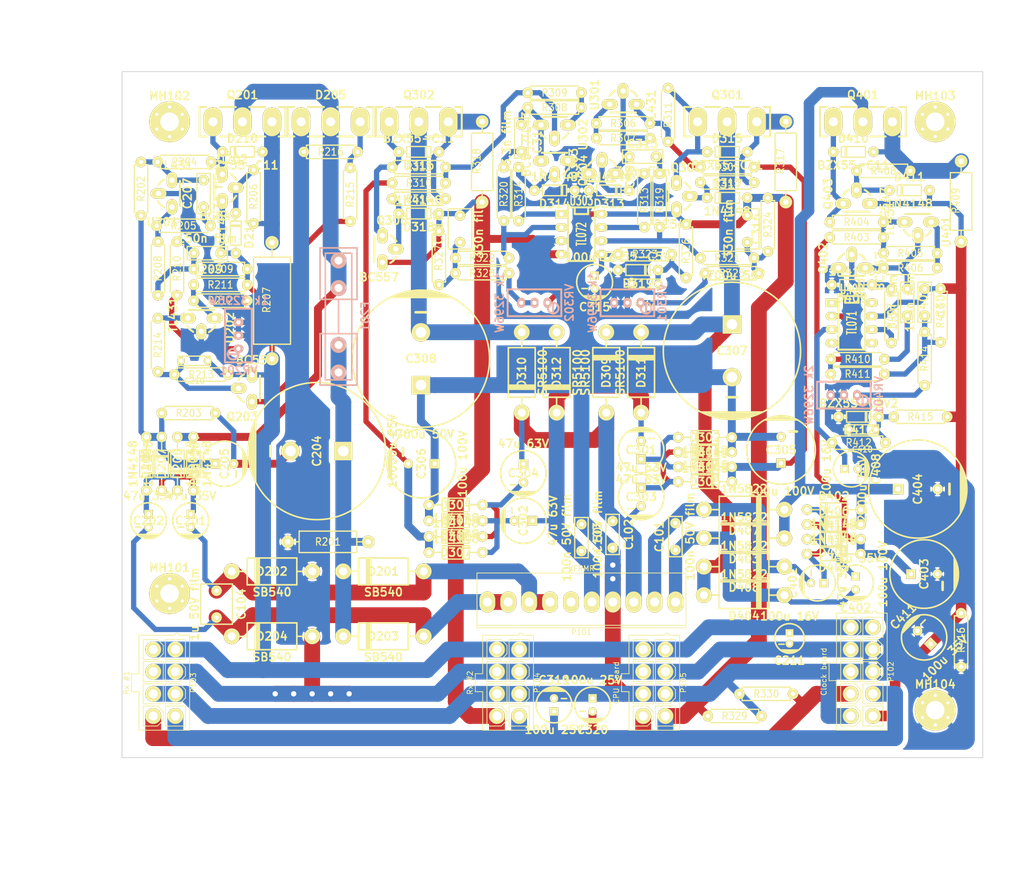
<source format=kicad_pcb>
(kicad_pcb (version 3) (host pcbnew "(2014-02-24 BZR 4719)-product")
  (layers (15 F.Cu signal) (0 B.Cu signal) (18 B.Paste user) (19 F.Paste user) (20 B.SilkS user) (21 F.SilkS user) (22 B.Mask user) (23 F.Mask user) (28 Edge.Cuts user))
  (net 0 "")
  (net 1 "/+-15V regulator/+15VA")
  (net 2 "/+-15V regulator/+15_VGATE")
  (net 3 "/+-15V regulator/+20V_Rect")
  (net 4 "/+-15V regulator/-15VA")
  (net 5 "/+-15V regulator/-15_VGATE")
  (net 6 "/+-15V regulator/-15_VRECT")
  (net 7 "/+-15V regulator/20VAC_A")
  (net 8 "/+-15V regulator/20VAC_B")
  (net 9 "/+5V regulator/+5VD")
  (net 10 "/+5V regulator/+5_VFUSED")
  (net 11 "/+5V regulator/+5_VGATE")
  (net 12 "/+5V regulator/+5_VRECT")
  (net 13 "/+5V regulator/10VAC_A")
  (net 14 "/+5V regulator/10VAC_B")
  (net 15 "/OCXO regulator/+24VA")
  (net 16 "/OCXO regulator/+24_VGATE")
  (net 17 "/OCXO regulator/+24_VRECT")
  (net 18 "/OCXO regulator/10VAC_A")
  (net 19 "/OCXO regulator/10VAC_B")
  (net 20 GND)
  (net 21 "Net-(C201-Pad1)")
  (net 22 "Net-(C202-Pad1)")
  (net 23 "Net-(C207-Pad1)")
  (net 24 "Net-(C207-Pad2)")
  (net 25 "Net-(C209-Pad2)")
  (net 26 "Net-(C210-Pad2)")
  (net 27 "Net-(C301-Pad1)")
  (net 28 "Net-(C302-Pad2)")
  (net 29 "Net-(C303-Pad1)")
  (net 30 "Net-(C304-Pad2)")
  (net 31 "Net-(C313-Pad1)")
  (net 32 "Net-(C313-Pad2)")
  (net 33 "Net-(C314-Pad1)")
  (net 34 "Net-(C314-Pad2)")
  (net 35 "Net-(C315-Pad1)")
  (net 36 "Net-(C316-Pad2)")
  (net 37 "Net-(C317-Pad1)")
  (net 38 "Net-(C318-Pad1)")
  (net 39 "Net-(C401-Pad1)")
  (net 40 "Net-(C402-Pad1)")
  (net 41 "Net-(C407-Pad1)")
  (net 42 "Net-(C407-Pad2)")
  (net 43 "Net-(C408-Pad1)")
  (net 44 "Net-(C409-Pad2)")
  (net 45 "Net-(C410-Pad1)")
  (net 46 "Net-(D205-Pad3)")
  (net 47 "Net-(D210-Pad1)")
  (net 48 "Net-(D210-Pad2)")
  (net 49 "Net-(D211-Pad2)")
  (net 50 "Net-(D313-Pad2)")
  (net 51 "Net-(D314-Pad1)")
  (net 52 "Net-(D315-Pad1)")
  (net 53 "Net-(D315-Pad2)")
  (net 54 "Net-(D316-Pad1)")
  (net 55 "Net-(D316-Pad2)")
  (net 56 "Net-(D317-Pad2)")
  (net 57 "Net-(D318-Pad1)")
  (net 58 "Net-(D409-Pad2)")
  (net 59 "Net-(D410-Pad1)")
  (net 60 "Net-(D410-Pad2)")
  (net 61 "Net-(D411-Pad2)")
  (net 62 "Net-(MH101-Pad1)")
  (net 63 "Net-(MH102-Pad1)")
  (net 64 "Net-(MH103-Pad1)")
  (net 65 "Net-(Q203-Pad1)")
  (net 66 "Net-(R205-Pad2)")
  (net 67 "Net-(R210-Pad1)")
  (net 68 "Net-(R211-Pad1)")
  (net 69 "Net-(R214-Pad1)")
  (net 70 "Net-(R305-Pad1)")
  (net 71 "Net-(R306-Pad2)")
  (net 72 "Net-(R308-Pad2)")
  (net 73 "Net-(R309-Pad1)")
  (net 74 "Net-(R313-Pad1)")
  (net 75 "Net-(R314-Pad1)")
  (net 76 "Net-(R319-Pad1)")
  (net 77 "Net-(R320-Pad1)")
  (net 78 "Net-(R325-Pad1)")
  (net 79 "Net-(R328-Pad2)")
  (net 80 "Net-(R403-Pad2)")
  (net 81 "Net-(R405-Pad2)")
  (net 82 "Net-(R407-Pad1)")
  (net 83 "Net-(R410-Pad1)")
  (net 84 "Net-(R414-Pad1)")
  (module Fuse_Holders_and_Fuses:Fuseholder5x20_horiz_open_inline_Type-I (layer B.Cu) (at 107.3 73.5 90)
    (fp_text reference F201 (at 0 5.08 90) (layer B.SilkS) (effects (font (thickness 0.3048)) (justify mirror)))
    (fp_text value "3A standard type" hide)
    (pad 2 thru_hole circle (at 5.4 0 90) (size 3 3) (drill 1.5) (layers *.Cu *.Mask B.SilkS) (net 10 "/+5V regulator/+5_VFUSED"))
    (pad 2 thru_hole circle (at 10.6 0 90) (size 3 3) (drill 1.5) (layers *.Cu *.Mask B.SilkS) (net 10 "/+5V regulator/+5_VFUSED"))
    (pad 1 thru_hole circle (at -5.4 0 90) (size 3 3) (drill 1.5) (layers *.Cu *.Mask B.SilkS) (net 12 "/+5V regulator/+5_VRECT"))
    (pad 1 thru_hole circle (at -10.6 0 90) (size 3 3) (drill 1.5) (layers *.Cu *.Mask B.SilkS) (net 12 "/+5V regulator/+5_VRECT"))
  )
  (module w_capacitors:CP_25x35mm (layer F.Cu) (at 103.2 99 90)
    (fp_text reference C204 (at 0 0 90) (layer F.SilkS) (effects (font (thickness 0.3048))))
    (fp_text value "10000u 25V" (at 0 14.3 90) (layer F.SilkS) (effects (font (thickness 0.3048))))
    (pad 1 thru_hole rect (at 0 5 90) (size 3.5 3.5) (drill 2) (layers *.Cu *.Mask F.SilkS) (net 12 "/+5V regulator/+5_VRECT"))
    (pad 2 thru_hole circle (at 0 -5 90) (size 3.5 3.5) (drill 2) (layers *.Cu *.Mask F.SilkS) (net 20 GND))
  )
  (module w_capacitors:CP_25x40mm (layer F.Cu) (at 181.8 80 180)
    (fp_text reference C307 (at 0 0 180) (layer F.SilkS) (effects (font (thickness 0.3048))))
    (fp_text value "4700u 50V" (at 0 14.3 180) (layer F.SilkS) (effects (font (thickness 0.3048))))
    (pad 1 thru_hole rect (at 0 5 180) (size 3.5 3.5) (drill 2) (layers *.Cu *.Mask F.SilkS) (net 3 "/+-15V regulator/+20V_Rect"))
    (pad 2 thru_hole circle (at 0 -5 180) (size 3.5 3.5) (drill 2) (layers *.Cu *.Mask F.SilkS) (net 20 GND))
  )
  (module w_capacitors:CP_25x40mm (layer F.Cu) (at 122.9 81.5)
    (fp_text reference C308 (at 0 0) (layer F.SilkS) (effects (font (thickness 0.3048))))
    (fp_text value "4700u 50V" (at 0 14.3) (layer F.SilkS) (effects (font (thickness 0.3048))))
    (pad 1 thru_hole rect (at 0 5) (size 3.5 3.5) (drill 2) (layers *.Cu *.Mask F.SilkS) (net 20 GND))
    (pad 2 thru_hole circle (at 0 -5) (size 3.5 3.5) (drill 2) (layers *.Cu *.Mask F.SilkS) (net 6 "/+-15V regulator/-15_VRECT"))
  )
  (module w_capacitors:CP_18x40mm (layer F.Cu) (at 217 106.2 270)
    (fp_text reference C404 (at 0 0 270) (layer F.SilkS) (effects (font (thickness 0.3048))))
    (fp_text value "2200u 63V" (at 0 10.5 270) (layer F.SilkS) (effects (font (thickness 0.3048))))
    (pad 1 thru_hole rect (at 0 3.75 270) (size 2 2) (drill 1) (layers *.Cu *.Mask F.SilkS) (net 17 "/OCXO regulator/+24_VRECT"))
    (pad 2 thru_hole circle (at 0 -3.75 270) (size 2 2) (drill 1) (layers *.Cu *.Mask F.SilkS) (net 20 GND))
  )
  (module w_pth_diodes:diode_do201 (layer F.Cu) (at 115.8 121.8 180)
    (fp_text reference D201 (at 0 0 180) (layer F.SilkS) (effects (font (thickness 0.3048))))
    (fp_text value SB540 (at 0 -3.937 180) (layer F.SilkS) (effects (font (thickness 0.3048))))
    (pad 1 thru_hole circle (at -7.62 0 180) (size 3 3) (drill 1.5) (layers *.Cu *.Mask F.SilkS) (net 13 "/+5V regulator/10VAC_A"))
    (pad 2 thru_hole circle (at 7.62 0 180) (size 3 3) (drill 1.5) (layers *.Cu *.Mask F.SilkS) (net 12 "/+5V regulator/+5_VRECT"))
  )
  (module w_pth_diodes:diode_do201 (layer F.Cu) (at 94.7 121.8 180)
    (fp_text reference D202 (at 0 0 180) (layer F.SilkS) (effects (font (thickness 0.3048))))
    (fp_text value SB540 (at 0 -3.937 180) (layer F.SilkS) (effects (font (thickness 0.3048))))
    (pad 1 thru_hole circle (at -7.62 0 180) (size 3 3) (drill 1.5) (layers *.Cu *.Mask F.SilkS) (net 20 GND))
    (pad 2 thru_hole circle (at 7.62 0 180) (size 3 3) (drill 1.5) (layers *.Cu *.Mask F.SilkS) (net 13 "/+5V regulator/10VAC_A"))
  )
  (module w_pth_diodes:diode_do201 (layer F.Cu) (at 115.8 134.1 180)
    (fp_text reference D203 (at 0 0 180) (layer F.SilkS) (effects (font (thickness 0.3048))))
    (fp_text value SB540 (at 0 -3.937 180) (layer F.SilkS) (effects (font (thickness 0.3048))))
    (pad 1 thru_hole circle (at -7.62 0 180) (size 3 3) (drill 1.5) (layers *.Cu *.Mask F.SilkS) (net 14 "/+5V regulator/10VAC_B"))
    (pad 2 thru_hole circle (at 7.62 0 180) (size 3 3) (drill 1.5) (layers *.Cu *.Mask F.SilkS) (net 12 "/+5V regulator/+5_VRECT"))
  )
  (module w_pth_diodes:diode_do201 (layer F.Cu) (at 94.7 134.1 180)
    (fp_text reference D204 (at 0 0 180) (layer F.SilkS) (effects (font (thickness 0.3048))))
    (fp_text value SB540 (at 0 -3.937 180) (layer F.SilkS) (effects (font (thickness 0.3048))))
    (pad 1 thru_hole circle (at -7.62 0 180) (size 3 3) (drill 1.5) (layers *.Cu *.Mask F.SilkS) (net 20 GND))
    (pad 2 thru_hole circle (at 7.62 0 180) (size 3 3) (drill 1.5) (layers *.Cu *.Mask F.SilkS) (net 14 "/+5V regulator/10VAC_B"))
  )
  (module Transistors_TO-247:TO-247_Vertical_Neutral123_largePads (layer F.Cu) (at 105.8 36.6)
    (fp_text reference D205 (at 0 -5.08) (layer F.SilkS) (effects (font (thickness 0.3048))))
    (fp_text value BT152-600R hide)
    (pad 2 thru_hole oval (at 0 0 90) (size 5.50164 3.50012) (drill 1.7) (layers *.Cu *.Mask F.SilkS) (net 10 "/+5V regulator/+5_VFUSED"))
    (pad 1 thru_hole oval (at -5.588 0 90) (size 5.50164 3.50012) (drill 1.7) (layers *.Cu *.Mask F.SilkS) (net 20 GND))
    (pad 3 thru_hole oval (at 5.588 0 90) (size 5.50164 3.50012) (drill 1.7) (layers *.Cu *.Mask F.SilkS) (net 46 "Net-(D205-Pad3)"))
  )
  (module w_pth_diodes:diode_do41 (layer F.Cu) (at 79.8 101.4 270)
    (fp_text reference D206 (at 0 0 270) (layer F.SilkS) (effects (font (thickness 0.3048))))
    (fp_text value 1N4148 (at 0 -2.54 270) (layer F.SilkS) (effects (font (thickness 0.3048))))
    (pad 1 thru_hole circle (at -5.08 0 270) (size 1.99898 1.99898) (drill 1) (layers *.Cu *.Mask F.SilkS) (net 10 "/+5V regulator/+5_VFUSED"))
    (pad 2 thru_hole circle (at 5.08 0 270) (size 1.99898 1.99898) (drill 1) (layers *.Cu *.Mask F.SilkS) (net 21 "Net-(C201-Pad1)"))
  )
  (module w_pth_diodes:diode_do41 (layer F.Cu) (at 73.8 101.4 90)
    (fp_text reference D207 (at 0 0 90) (layer F.SilkS) (effects (font (thickness 0.3048))))
    (fp_text value 1N4148 (at 0 -2.54 90) (layer F.SilkS) (effects (font (thickness 0.3048))))
    (pad 1 thru_hole circle (at -5.08 0 90) (size 1.99898 1.99898) (drill 1) (layers *.Cu *.Mask F.SilkS) (net 21 "Net-(C201-Pad1)"))
    (pad 2 thru_hole circle (at 5.08 0 90) (size 1.99898 1.99898) (drill 1) (layers *.Cu *.Mask F.SilkS) (net 11 "/+5V regulator/+5_VGATE"))
  )
  (module w_pth_diodes:diode_do41 (layer F.Cu) (at 76.8 101.4 270)
    (fp_text reference D208 (at 0 0 270) (layer F.SilkS) (effects (font (thickness 0.3048))))
    (fp_text value 1N4148 (at 0 -2.54 270) (layer F.SilkS) (effects (font (thickness 0.3048))))
    (pad 1 thru_hole circle (at -5.08 0 270) (size 1.99898 1.99898) (drill 1) (layers *.Cu *.Mask F.SilkS) (net 10 "/+5V regulator/+5_VFUSED"))
    (pad 2 thru_hole circle (at 5.08 0 270) (size 1.99898 1.99898) (drill 1) (layers *.Cu *.Mask F.SilkS) (net 22 "Net-(C202-Pad1)"))
  )
  (module w_pth_diodes:diode_do41 (layer F.Cu) (at 70.9 101.4 90)
    (fp_text reference D209 (at 0 0 90) (layer F.SilkS) (effects (font (thickness 0.3048))))
    (fp_text value 1N4148 (at 0 -2.54 90) (layer F.SilkS) (effects (font (thickness 0.3048))))
    (pad 1 thru_hole circle (at -5.08 0 90) (size 1.99898 1.99898) (drill 1) (layers *.Cu *.Mask F.SilkS) (net 22 "Net-(C202-Pad1)"))
    (pad 2 thru_hole circle (at 5.08 0 90) (size 1.99898 1.99898) (drill 1) (layers *.Cu *.Mask F.SilkS) (net 11 "/+5V regulator/+5_VGATE"))
  )
  (module w_pth_diodes:diode_do35 (layer F.Cu) (at 89.1 42.3 180)
    (fp_text reference D210 (at 0 2.54 180) (layer F.SilkS) (effects (font (thickness 0.3048))))
    (fp_text value BZX55-C11 (at 0 -2.54 180) (layer F.SilkS) (effects (font (thickness 0.3048))))
    (pad 1 thru_hole circle (at -3.81 0 180) (size 1.99898 1.99898) (drill 0.8) (layers *.Cu *.Mask F.SilkS) (net 47 "Net-(D210-Pad1)"))
    (pad 2 thru_hole circle (at 3.81 0 180) (size 1.99898 1.99898) (drill 0.8) (layers *.Cu *.Mask F.SilkS) (net 48 "Net-(D210-Pad2)"))
  )
  (module w_pth_diodes:diode_do35 (layer F.Cu) (at 87.84 57.7 90)
    (fp_text reference D211 (at 0 2.54 90) (layer F.SilkS) (effects (font (thickness 0.3048))))
    (fp_text value 1N4148 (at 0 -2.54 90) (layer F.SilkS) (effects (font (thickness 0.3048))))
    (pad 1 thru_hole circle (at -3.81 0 90) (size 1.99898 1.99898) (drill 0.8) (layers *.Cu *.Mask F.SilkS) (net 9 "/+5V regulator/+5VD"))
    (pad 2 thru_hole circle (at 3.81 0 90) (size 1.99898 1.99898) (drill 0.8) (layers *.Cu *.Mask F.SilkS) (net 49 "Net-(D211-Pad2)"))
  )
  (module w_pth_diodes:diode_do41 (layer F.Cu) (at 176.7 99.2 180)
    (fp_text reference D301 (at 0 0 180) (layer F.SilkS) (effects (font (thickness 0.3048))))
    (fp_text value 1N4148 (at 0 -2.54 180) (layer F.SilkS) (effects (font (thickness 0.3048))))
    (pad 1 thru_hole circle (at -5.08 0 180) (size 1.99898 1.99898) (drill 1) (layers *.Cu *.Mask F.SilkS) (net 20 GND))
    (pad 2 thru_hole circle (at 5.08 0 180) (size 1.99898 1.99898) (drill 1) (layers *.Cu *.Mask F.SilkS) (net 29 "Net-(C303-Pad1)"))
  )
  (module w_pth_diodes:diode_do41 (layer F.Cu) (at 176.7 96.4 180)
    (fp_text reference D302 (at 0 0 180) (layer F.SilkS) (effects (font (thickness 0.3048))))
    (fp_text value 1N4148 (at 0 -2.54 180) (layer F.SilkS) (effects (font (thickness 0.3048))))
    (pad 1 thru_hole circle (at -5.08 0 180) (size 1.99898 1.99898) (drill 1) (layers *.Cu *.Mask F.SilkS) (net 20 GND))
    (pad 2 thru_hole circle (at 5.08 0 180) (size 1.99898 1.99898) (drill 1) (layers *.Cu *.Mask F.SilkS) (net 27 "Net-(C301-Pad1)"))
  )
  (module w_pth_diodes:diode_do41 (layer F.Cu) (at 129.5 112.2 180)
    (fp_text reference D303 (at 0 0 180) (layer F.SilkS) (effects (font (thickness 0.3048))))
    (fp_text value 1N4148 (at 0 -2.54 180) (layer F.SilkS) (effects (font (thickness 0.3048))))
    (pad 1 thru_hole circle (at -5.08 0 180) (size 1.99898 1.99898) (drill 1) (layers *.Cu *.Mask F.SilkS) (net 28 "Net-(C302-Pad2)"))
    (pad 2 thru_hole circle (at 5.08 0 180) (size 1.99898 1.99898) (drill 1) (layers *.Cu *.Mask F.SilkS) (net 20 GND))
  )
  (module w_pth_diodes:diode_do41 (layer F.Cu) (at 129.5 109.2 180)
    (fp_text reference D304 (at 0 0 180) (layer F.SilkS) (effects (font (thickness 0.3048))))
    (fp_text value 1N4148 (at 0 -2.54 180) (layer F.SilkS) (effects (font (thickness 0.3048))))
    (pad 1 thru_hole circle (at -5.08 0 180) (size 1.99898 1.99898) (drill 1) (layers *.Cu *.Mask F.SilkS) (net 30 "Net-(C304-Pad2)"))
    (pad 2 thru_hole circle (at 5.08 0 180) (size 1.99898 1.99898) (drill 1) (layers *.Cu *.Mask F.SilkS) (net 20 GND))
  )
  (module w_pth_diodes:diode_do41 (layer F.Cu) (at 176.7 104.8)
    (fp_text reference D305 (at 0 0) (layer F.SilkS) (effects (font (thickness 0.3048))))
    (fp_text value 1N4148 (at 0 -2.54) (layer F.SilkS) (effects (font (thickness 0.3048))))
    (pad 1 thru_hole circle (at -5.08 0) (size 1.99898 1.99898) (drill 1) (layers *.Cu *.Mask F.SilkS) (net 29 "Net-(C303-Pad1)"))
    (pad 2 thru_hole circle (at 5.08 0) (size 1.99898 1.99898) (drill 1) (layers *.Cu *.Mask F.SilkS) (net 2 "/+-15V regulator/+15_VGATE"))
  )
  (module w_pth_diodes:diode_do41 (layer F.Cu) (at 176.7 102)
    (fp_text reference D306 (at 0 0) (layer F.SilkS) (effects (font (thickness 0.3048))))
    (fp_text value 1N4148 (at 0 -2.54) (layer F.SilkS) (effects (font (thickness 0.3048))))
    (pad 1 thru_hole circle (at -5.08 0) (size 1.99898 1.99898) (drill 1) (layers *.Cu *.Mask F.SilkS) (net 27 "Net-(C301-Pad1)"))
    (pad 2 thru_hole circle (at 5.08 0) (size 1.99898 1.99898) (drill 1) (layers *.Cu *.Mask F.SilkS) (net 2 "/+-15V regulator/+15_VGATE"))
  )
  (module w_pth_diodes:diode_do41 (layer F.Cu) (at 129.5 118.2)
    (fp_text reference D307 (at 0 0) (layer F.SilkS) (effects (font (thickness 0.3048))))
    (fp_text value 1N4148 (at 0 -2.54) (layer F.SilkS) (effects (font (thickness 0.3048))))
    (pad 1 thru_hole circle (at -5.08 0) (size 1.99898 1.99898) (drill 1) (layers *.Cu *.Mask F.SilkS) (net 5 "/+-15V regulator/-15_VGATE"))
    (pad 2 thru_hole circle (at 5.08 0) (size 1.99898 1.99898) (drill 1) (layers *.Cu *.Mask F.SilkS) (net 28 "Net-(C302-Pad2)"))
  )
  (module w_pth_diodes:diode_do41 (layer F.Cu) (at 129.5 115.2)
    (fp_text reference D308 (at 0 0) (layer F.SilkS) (effects (font (thickness 0.3048))))
    (fp_text value 1N4148 (at 0 -2.54) (layer F.SilkS) (effects (font (thickness 0.3048))))
    (pad 1 thru_hole circle (at -5.08 0) (size 1.99898 1.99898) (drill 1) (layers *.Cu *.Mask F.SilkS) (net 5 "/+-15V regulator/-15_VGATE"))
    (pad 2 thru_hole circle (at 5.08 0) (size 1.99898 1.99898) (drill 1) (layers *.Cu *.Mask F.SilkS) (net 30 "Net-(C304-Pad2)"))
  )
  (module w_pth_diodes:diode_do201 (layer F.Cu) (at 158 84.1 90)
    (fp_text reference D309 (at 0 0 90) (layer F.SilkS) (effects (font (thickness 0.3048))))
    (fp_text value SR5100 (at 0 -3.937 90) (layer F.SilkS) (effects (font (thickness 0.3048))))
    (pad 1 thru_hole circle (at -7.62 0 90) (size 3 3) (drill 1.5) (layers *.Cu *.Mask F.SilkS) (net 7 "/+-15V regulator/20VAC_A"))
    (pad 2 thru_hole circle (at 7.62 0 90) (size 3 3) (drill 1.5) (layers *.Cu *.Mask F.SilkS) (net 3 "/+-15V regulator/+20V_Rect"))
  )
  (module w_pth_diodes:diode_do201 (layer F.Cu) (at 142 84.1 270)
    (fp_text reference D310 (at 0 0 270) (layer F.SilkS) (effects (font (thickness 0.3048))))
    (fp_text value SR5100 (at 0 -3.937 270) (layer F.SilkS) (effects (font (thickness 0.3048))))
    (pad 1 thru_hole circle (at -7.62 0 270) (size 3 3) (drill 1.5) (layers *.Cu *.Mask F.SilkS) (net 6 "/+-15V regulator/-15_VRECT"))
    (pad 2 thru_hole circle (at 7.62 0 270) (size 3 3) (drill 1.5) (layers *.Cu *.Mask F.SilkS) (net 7 "/+-15V regulator/20VAC_A"))
  )
  (module w_pth_diodes:diode_do201 (layer F.Cu) (at 164.6 84.1 90)
    (fp_text reference D311 (at 0 0 90) (layer F.SilkS) (effects (font (thickness 0.3048))))
    (fp_text value SR5100 (at 0 -3.937 90) (layer F.SilkS) (effects (font (thickness 0.3048))))
    (pad 1 thru_hole circle (at -7.62 0 90) (size 3 3) (drill 1.5) (layers *.Cu *.Mask F.SilkS) (net 8 "/+-15V regulator/20VAC_B"))
    (pad 2 thru_hole circle (at 7.62 0 90) (size 3 3) (drill 1.5) (layers *.Cu *.Mask F.SilkS) (net 3 "/+-15V regulator/+20V_Rect"))
  )
  (module w_pth_diodes:diode_do201 (layer F.Cu) (at 148.6 84.1 270)
    (fp_text reference D312 (at 0 0 270) (layer F.SilkS) (effects (font (thickness 0.3048))))
    (fp_text value SR5100 (at 0 -3.937 270) (layer F.SilkS) (effects (font (thickness 0.3048))))
    (pad 1 thru_hole circle (at -7.62 0 270) (size 3 3) (drill 1.5) (layers *.Cu *.Mask F.SilkS) (net 6 "/+-15V regulator/-15_VRECT"))
    (pad 2 thru_hole circle (at 7.62 0 270) (size 3 3) (drill 1.5) (layers *.Cu *.Mask F.SilkS) (net 8 "/+-15V regulator/20VAC_B"))
  )
  (module w_pth_diodes:diode_do35 (layer F.Cu) (at 158.5 49.6)
    (fp_text reference D313 (at 0 2.54) (layer F.SilkS) (effects (font (thickness 0.3048))))
    (fp_text value 1N4148 (at 0 -2.54) (layer F.SilkS) (effects (font (thickness 0.3048))))
    (pad 1 thru_hole circle (at -3.81 0) (size 1.99898 1.99898) (drill 0.8) (layers *.Cu *.Mask F.SilkS) (net 20 GND))
    (pad 2 thru_hole circle (at 3.81 0) (size 1.99898 1.99898) (drill 0.8) (layers *.Cu *.Mask F.SilkS) (net 50 "Net-(D313-Pad2)"))
  )
  (module w_pth_diodes:diode_do35 (layer F.Cu) (at 148.2 49.6)
    (fp_text reference D314 (at 0 2.54) (layer F.SilkS) (effects (font (thickness 0.3048))))
    (fp_text value 1N4148 (at 0 -2.54) (layer F.SilkS) (effects (font (thickness 0.3048))))
    (pad 1 thru_hole circle (at -3.81 0) (size 1.99898 1.99898) (drill 0.8) (layers *.Cu *.Mask F.SilkS) (net 51 "Net-(D314-Pad1)"))
    (pad 2 thru_hole circle (at 3.81 0) (size 1.99898 1.99898) (drill 0.8) (layers *.Cu *.Mask F.SilkS) (net 20 GND))
  )
  (module w_pth_diodes:diode_do35 (layer F.Cu) (at 180.9 42.3 180)
    (fp_text reference D315 (at 0 2.54 180) (layer F.SilkS) (effects (font (thickness 0.3048))))
    (fp_text value BZX55-C11 (at 0 -2.54 180) (layer F.SilkS) (effects (font (thickness 0.3048))))
    (pad 1 thru_hole circle (at -3.81 0 180) (size 1.99898 1.99898) (drill 0.8) (layers *.Cu *.Mask F.SilkS) (net 52 "Net-(D315-Pad1)"))
    (pad 2 thru_hole circle (at 3.81 0 180) (size 1.99898 1.99898) (drill 0.8) (layers *.Cu *.Mask F.SilkS) (net 53 "Net-(D315-Pad2)"))
  )
  (module w_pth_diodes:diode_do35 (layer F.Cu) (at 122.5 42.3)
    (fp_text reference D316 (at 0 2.54) (layer F.SilkS) (effects (font (thickness 0.3048))))
    (fp_text value BZX55-C11 (at 0 -2.54) (layer F.SilkS) (effects (font (thickness 0.3048))))
    (pad 1 thru_hole circle (at -3.81 0) (size 1.99898 1.99898) (drill 0.8) (layers *.Cu *.Mask F.SilkS) (net 54 "Net-(D316-Pad1)"))
    (pad 2 thru_hole circle (at 3.81 0) (size 1.99898 1.99898) (drill 0.8) (layers *.Cu *.Mask F.SilkS) (net 55 "Net-(D316-Pad2)"))
  )
  (module w_pth_diodes:diode_do35 (layer F.Cu) (at 180.9 51 180)
    (fp_text reference D317 (at 0 2.54 180) (layer F.SilkS) (effects (font (thickness 0.3048))))
    (fp_text value 1N4148 (at 0 -2.54 180) (layer F.SilkS) (effects (font (thickness 0.3048))))
    (pad 1 thru_hole circle (at -3.81 0 180) (size 1.99898 1.99898) (drill 0.8) (layers *.Cu *.Mask F.SilkS) (net 1 "/+-15V regulator/+15VA"))
    (pad 2 thru_hole circle (at 3.81 0 180) (size 1.99898 1.99898) (drill 0.8) (layers *.Cu *.Mask F.SilkS) (net 56 "Net-(D317-Pad2)"))
  )
  (module w_pth_diodes:diode_do35 (layer F.Cu) (at 122.5 54)
    (fp_text reference D318 (at 0 2.54) (layer F.SilkS) (effects (font (thickness 0.3048))))
    (fp_text value 1N4148 (at 0 -2.54) (layer F.SilkS) (effects (font (thickness 0.3048))))
    (pad 1 thru_hole circle (at -3.81 0) (size 1.99898 1.99898) (drill 0.8) (layers *.Cu *.Mask F.SilkS) (net 57 "Net-(D318-Pad1)"))
    (pad 2 thru_hole circle (at 3.81 0) (size 1.99898 1.99898) (drill 0.8) (layers *.Cu *.Mask F.SilkS) (net 4 "/+-15V regulator/-15VA"))
  )
  (module w_pth_diodes:diode_do35 (layer F.Cu) (at 164 64.7)
    (fp_text reference D319 (at 0 2.54) (layer F.SilkS) (effects (font (thickness 0.3048))))
    (fp_text value BZX55-C5V1 (at 0 -2.54) (layer F.SilkS) (effects (font (thickness 0.3048))))
    (pad 1 thru_hole circle (at -3.81 0) (size 1.99898 1.99898) (drill 0.8) (layers *.Cu *.Mask F.SilkS) (net 20 GND))
    (pad 2 thru_hole circle (at 3.81 0) (size 1.99898 1.99898) (drill 0.8) (layers *.Cu *.Mask F.SilkS) (net 37 "Net-(C317-Pad1)"))
  )
  (module w_pth_diodes:diode_do41 (layer F.Cu) (at 201.1 115.7)
    (fp_text reference D401 (at 0 2.54) (layer F.SilkS) (effects (font (thickness 0.3048))))
    (fp_text value 1N4148 (at 0 -2.54) (layer F.SilkS) (effects (font (thickness 0.3048))))
    (pad 1 thru_hole circle (at -5.08 0) (size 1.99898 1.99898) (drill 1) (layers *.Cu *.Mask F.SilkS) (net 40 "Net-(C402-Pad1)"))
    (pad 2 thru_hole circle (at 5.08 0) (size 1.99898 1.99898) (drill 1) (layers *.Cu *.Mask F.SilkS) (net 16 "/OCXO regulator/+24_VGATE"))
  )
  (module w_pth_diodes:diode_do41 (layer F.Cu) (at 201.1 110.1 180)
    (fp_text reference D402 (at 0 2.54 180) (layer F.SilkS) (effects (font (thickness 0.3048))))
    (fp_text value 1N4148 (at 0 -2.54 180) (layer F.SilkS) (effects (font (thickness 0.3048))))
    (pad 1 thru_hole circle (at -5.08 0 180) (size 1.99898 1.99898) (drill 1) (layers *.Cu *.Mask F.SilkS) (net 17 "/OCXO regulator/+24_VRECT"))
    (pad 2 thru_hole circle (at 5.08 0 180) (size 1.99898 1.99898) (drill 1) (layers *.Cu *.Mask F.SilkS) (net 40 "Net-(C402-Pad1)"))
  )
  (module w_pth_diodes:diode_do201 (layer F.Cu) (at 184.1 115.5)
    (fp_text reference D403 (at 0 3.937) (layer F.SilkS) (effects (font (thickness 0.3048))))
    (fp_text value 1N5822 (at 0 -3.937) (layer F.SilkS) (effects (font (thickness 0.3048))))
    (pad 1 thru_hole circle (at -7.62 0) (size 3 3) (drill 1.5) (layers *.Cu *.Mask F.SilkS) (net 18 "/OCXO regulator/10VAC_A"))
    (pad 2 thru_hole circle (at 7.62 0) (size 3 3) (drill 1.5) (layers *.Cu *.Mask F.SilkS) (net 17 "/OCXO regulator/+24_VRECT"))
  )
  (module w_pth_diodes:diode_do201 (layer F.Cu) (at 184.1 126.3)
    (fp_text reference D404 (at 0 3.937) (layer F.SilkS) (effects (font (thickness 0.3048))))
    (fp_text value 1N5822 (at 0 -3.937) (layer F.SilkS) (effects (font (thickness 0.3048))))
    (pad 1 thru_hole circle (at -7.62 0) (size 3 3) (drill 1.5) (layers *.Cu *.Mask F.SilkS) (net 3 "/+-15V regulator/+20V_Rect"))
    (pad 2 thru_hole circle (at 7.62 0) (size 3 3) (drill 1.5) (layers *.Cu *.Mask F.SilkS) (net 18 "/OCXO regulator/10VAC_A"))
  )
  (module w_pth_diodes:diode_do41 (layer F.Cu) (at 201.1 118.5)
    (fp_text reference D405 (at 0 2.54) (layer F.SilkS) (effects (font (thickness 0.3048))))
    (fp_text value 1N4148 (at 0 -2.54) (layer F.SilkS) (effects (font (thickness 0.3048))))
    (pad 1 thru_hole circle (at -5.08 0) (size 1.99898 1.99898) (drill 1) (layers *.Cu *.Mask F.SilkS) (net 39 "Net-(C401-Pad1)"))
    (pad 2 thru_hole circle (at 5.08 0) (size 1.99898 1.99898) (drill 1) (layers *.Cu *.Mask F.SilkS) (net 16 "/OCXO regulator/+24_VGATE"))
  )
  (module w_pth_diodes:diode_do41 (layer F.Cu) (at 201.1 112.9 180)
    (fp_text reference D406 (at 0 2.54 180) (layer F.SilkS) (effects (font (thickness 0.3048))))
    (fp_text value 1N4148 (at 0 -2.54 180) (layer F.SilkS) (effects (font (thickness 0.3048))))
    (pad 1 thru_hole circle (at -5.08 0 180) (size 1.99898 1.99898) (drill 1) (layers *.Cu *.Mask F.SilkS) (net 17 "/OCXO regulator/+24_VRECT"))
    (pad 2 thru_hole circle (at 5.08 0 180) (size 1.99898 1.99898) (drill 1) (layers *.Cu *.Mask F.SilkS) (net 39 "Net-(C401-Pad1)"))
  )
  (module w_pth_diodes:diode_do201 (layer F.Cu) (at 184.1 110.1)
    (fp_text reference D407 (at 0 3.937) (layer F.SilkS) (effects (font (thickness 0.3048))))
    (fp_text value 1N5822 (at 0 -3.937) (layer F.SilkS) (effects (font (thickness 0.3048))))
    (pad 1 thru_hole circle (at -7.62 0) (size 3 3) (drill 1.5) (layers *.Cu *.Mask F.SilkS) (net 19 "/OCXO regulator/10VAC_B"))
    (pad 2 thru_hole circle (at 7.62 0) (size 3 3) (drill 1.5) (layers *.Cu *.Mask F.SilkS) (net 17 "/OCXO regulator/+24_VRECT"))
  )
  (module w_pth_diodes:diode_do201 (layer F.Cu) (at 184.1 120.9)
    (fp_text reference D408 (at 0 3.937) (layer F.SilkS) (effects (font (thickness 0.3048))))
    (fp_text value 1N5822 (at 0 -3.937) (layer F.SilkS) (effects (font (thickness 0.3048))))
    (pad 1 thru_hole circle (at -7.62 0) (size 3 3) (drill 1.5) (layers *.Cu *.Mask F.SilkS) (net 3 "/+-15V regulator/+20V_Rect"))
    (pad 2 thru_hole circle (at 7.62 0) (size 3 3) (drill 1.5) (layers *.Cu *.Mask F.SilkS) (net 19 "/OCXO regulator/10VAC_B"))
  )
  (module w_pth_diodes:diode_do35 (layer F.Cu) (at 204.5 67.5)
    (fp_text reference D409 (at 0 2.54) (layer F.SilkS) (effects (font (thickness 0.3048))))
    (fp_text value 1N4148 (at 0 -2.54) (layer F.SilkS) (effects (font (thickness 0.3048))))
    (pad 1 thru_hole circle (at -3.81 0) (size 1.99898 1.99898) (drill 0.8) (layers *.Cu *.Mask F.SilkS) (net 20 GND))
    (pad 2 thru_hole circle (at 3.81 0) (size 1.99898 1.99898) (drill 0.8) (layers *.Cu *.Mask F.SilkS) (net 58 "Net-(D409-Pad2)"))
  )
  (module w_pth_diodes:diode_do35 (layer F.Cu) (at 204.8 42.3 180)
    (fp_text reference D410 (at 0 2.54 180) (layer F.SilkS) (effects (font (thickness 0.3048))))
    (fp_text value BZX55-C11 (at 0 -2.54 180) (layer F.SilkS) (effects (font (thickness 0.3048))))
    (pad 1 thru_hole circle (at -3.81 0 180) (size 1.99898 1.99898) (drill 0.8) (layers *.Cu *.Mask F.SilkS) (net 59 "Net-(D410-Pad1)"))
    (pad 2 thru_hole circle (at 3.81 0 180) (size 1.99898 1.99898) (drill 0.8) (layers *.Cu *.Mask F.SilkS) (net 60 "Net-(D410-Pad2)"))
  )
  (module w_pth_diodes:diode_do35 (layer F.Cu) (at 215.4 49.6 180)
    (fp_text reference D411 (at 0 2.54 180) (layer F.SilkS) (effects (font (thickness 0.3048))))
    (fp_text value 1N4148 (at 0 -2.54 180) (layer F.SilkS) (effects (font (thickness 0.3048))))
    (pad 1 thru_hole circle (at -3.81 0 180) (size 1.99898 1.99898) (drill 0.8) (layers *.Cu *.Mask F.SilkS) (net 15 "/OCXO regulator/+24VA"))
    (pad 2 thru_hole circle (at 3.81 0 180) (size 1.99898 1.99898) (drill 0.8) (layers *.Cu *.Mask F.SilkS) (net 61 "Net-(D411-Pad2)"))
  )
  (module w_pth_diodes:diode_do35 (layer F.Cu) (at 205.8 92.5)
    (fp_text reference D412 (at 0 2.54) (layer F.SilkS) (effects (font (thickness 0.3048))))
    (fp_text value BZX55-C8V2 (at 0 -2.54) (layer F.SilkS) (effects (font (thickness 0.3048))))
    (pad 1 thru_hole circle (at -3.81 0) (size 1.99898 1.99898) (drill 0.8) (layers *.Cu *.Mask F.SilkS) (net 20 GND))
    (pad 2 thru_hole circle (at 3.81 0) (size 1.99898 1.99898) (drill 0.8) (layers *.Cu *.Mask F.SilkS) (net 45 "Net-(C410-Pad1)"))
  )
  (module conn_pwl:PWL-10 (layer F.Cu) (at 153.3 127.6 180)
    (fp_text reference P101 (at 0 -5.72 180) (layer F.SilkS))
    (fp_text value XFRMR (at 0 6.35 180) (layer F.SilkS))
    (pad 7 thru_hole oval (at 5.94 0 180) (size 3 4) (drill 1.7) (layers *.Cu *.Mask F.SilkS) (net 13 "/+5V regulator/10VAC_A"))
    (pad 8 thru_hole oval (at 9.9 0 180) (size 3 4) (drill 1.7) (layers *.Cu *.Mask F.SilkS) (net 13 "/+5V regulator/10VAC_A"))
    (pad 9 thru_hole oval (at 13.86 0 180) (size 3 4) (drill 1.7) (layers *.Cu *.Mask F.SilkS) (net 14 "/+5V regulator/10VAC_B"))
    (pad 10 thru_hole oval (at 17.82 0 180) (size 3 4) (drill 1.7) (layers *.Cu *.Mask F.SilkS) (net 14 "/+5V regulator/10VAC_B"))
    (pad 6 thru_hole oval (at 1.98 0 180) (size 3 4) (drill 1.7) (layers *.Cu *.Mask F.SilkS))
    (pad 5 thru_hole oval (at -1.98 0 180) (size 3 4) (drill 1.7) (layers *.Cu *.Mask F.SilkS) (net 8 "/+-15V regulator/20VAC_B"))
    (pad 4 thru_hole oval (at -5.94 0 180) (size 3 4) (drill 1.7) (layers *.Cu *.Mask F.SilkS) (net 20 GND))
    (pad 3 thru_hole oval (at -9.9 0 180) (size 3 4) (drill 1.7) (layers *.Cu *.Mask F.SilkS) (net 7 "/+-15V regulator/20VAC_A"))
    (pad 1 thru_hole oval (at -17.82 0 180) (size 3 4) (drill 1.7) (layers *.Cu *.Mask F.SilkS) (net 18 "/OCXO regulator/10VAC_A"))
    (pad 2 thru_hole oval (at -13.86 0 180) (size 3 4) (drill 1.7) (layers *.Cu *.Mask F.SilkS) (net 19 "/OCXO regulator/10VAC_B"))
  )
  (module conn_minifit:minifit-10 (layer F.Cu) (at 206.4 140.8 270)
    (fp_text reference P102 (at 0 -5.5 270) (layer F.SilkS))
    (fp_text value "Clock board" (at 0 7.2 270) (layer F.SilkS))
    (pad 10 thru_hole circle (at 8.4 2.1 270) (size 3 3) (drill 1.7) (layers *.Cu *.Mask F.SilkS) (net 20 GND))
    (pad 5 thru_hole circle (at 8.4 -2.1 270) (size 3 3) (drill 1.7) (layers *.Cu *.Mask F.SilkS) (net 15 "/OCXO regulator/+24VA"))
    (pad 4 thru_hole circle (at 4.2 -2.1 270) (size 3 3) (drill 1.7) (layers *.Cu *.Mask F.SilkS) (net 1 "/+-15V regulator/+15VA"))
    (pad 9 thru_hole circle (at 4.2 2.1 270) (size 3 3) (drill 1.7) (layers *.Cu *.Mask F.SilkS) (net 4 "/+-15V regulator/-15VA"))
    (pad 8 thru_hole circle (at 0 2.1 270) (size 3 3) (drill 1.7) (layers *.Cu *.Mask F.SilkS) (net 20 GND))
    (pad 3 thru_hole circle (at 0 -2.1 270) (size 3 3) (drill 1.7) (layers *.Cu *.Mask F.SilkS) (net 20 GND))
    (pad 2 thru_hole circle (at -4.2 -2.1 270) (size 3 3) (drill 1.7) (layers *.Cu *.Mask F.SilkS) (net 20 GND))
    (pad 7 thru_hole circle (at -4.2 2.1 270) (size 3 3) (drill 1.7) (layers *.Cu *.Mask F.SilkS) (net 20 GND))
    (pad 1 thru_hole circle (at -8.4 -2.1 270) (size 3 3) (drill 1.7) (layers *.Cu *.Mask F.SilkS) (net 9 "/+5V regulator/+5VD"))
    (pad 6 thru_hole circle (at -8.4 2.1 270) (size 3 3) (drill 1.7) (layers *.Cu *.Mask F.SilkS) (net 9 "/+5V regulator/+5VD"))
  )
  (module conn_minifit:minifit-8 (layer F.Cu) (at 74.3 142.9 270)
    (fp_text reference P103 (at 0 -5.5 270) (layer F.SilkS))
    (fp_text value "Rx #1" (at 0 7.2 270) (layer F.SilkS))
    (pad 4 thru_hole circle (at 6.3 -2.1 270) (size 3 3) (drill 1.7) (layers *.Cu *.Mask F.SilkS) (net 1 "/+-15V regulator/+15VA"))
    (pad 8 thru_hole circle (at 6.3 2.1 270) (size 3 3) (drill 1.7) (layers *.Cu *.Mask F.SilkS) (net 4 "/+-15V regulator/-15VA"))
    (pad 7 thru_hole circle (at 2.1 2.1 270) (size 3 3) (drill 1.7) (layers *.Cu *.Mask F.SilkS) (net 20 GND))
    (pad 3 thru_hole circle (at 2.1 -2.1 270) (size 3 3) (drill 1.7) (layers *.Cu *.Mask F.SilkS) (net 20 GND))
    (pad 2 thru_hole circle (at -2.1 -2.1 270) (size 3 3) (drill 1.7) (layers *.Cu *.Mask F.SilkS) (net 20 GND))
    (pad 6 thru_hole circle (at -2.1 2.1 270) (size 3 3) (drill 1.7) (layers *.Cu *.Mask F.SilkS) (net 20 GND))
    (pad 1 thru_hole circle (at -6.3 -2.1 270) (size 3 3) (drill 1.7) (layers *.Cu *.Mask F.SilkS) (net 9 "/+5V regulator/+5VD"))
    (pad 5 thru_hole circle (at -6.3 2.1 270) (size 3 3) (drill 1.7) (layers *.Cu *.Mask F.SilkS) (net 9 "/+5V regulator/+5VD"))
  )
  (module conn_minifit:minifit-8 (layer F.Cu) (at 139.4 142.9 270)
    (fp_text reference P104 (at 0 -5.5 270) (layer F.SilkS))
    (fp_text value "Rx #2" (at 0 7.2 270) (layer F.SilkS))
    (pad 4 thru_hole circle (at 6.3 -2.1 270) (size 3 3) (drill 1.7) (layers *.Cu *.Mask F.SilkS) (net 1 "/+-15V regulator/+15VA"))
    (pad 8 thru_hole circle (at 6.3 2.1 270) (size 3 3) (drill 1.7) (layers *.Cu *.Mask F.SilkS) (net 4 "/+-15V regulator/-15VA"))
    (pad 7 thru_hole circle (at 2.1 2.1 270) (size 3 3) (drill 1.7) (layers *.Cu *.Mask F.SilkS) (net 20 GND))
    (pad 3 thru_hole circle (at 2.1 -2.1 270) (size 3 3) (drill 1.7) (layers *.Cu *.Mask F.SilkS) (net 20 GND))
    (pad 2 thru_hole circle (at -2.1 -2.1 270) (size 3 3) (drill 1.7) (layers *.Cu *.Mask F.SilkS) (net 20 GND))
    (pad 6 thru_hole circle (at -2.1 2.1 270) (size 3 3) (drill 1.7) (layers *.Cu *.Mask F.SilkS) (net 20 GND))
    (pad 1 thru_hole circle (at -6.3 -2.1 270) (size 3 3) (drill 1.7) (layers *.Cu *.Mask F.SilkS) (net 9 "/+5V regulator/+5VD"))
    (pad 5 thru_hole circle (at -6.3 2.1 270) (size 3 3) (drill 1.7) (layers *.Cu *.Mask F.SilkS) (net 9 "/+5V regulator/+5VD"))
  )
  (module conn_minifit:minifit-8 (layer F.Cu) (at 167.1 142.9 270)
    (fp_text reference P105 (at 0 -5.5 270) (layer F.SilkS))
    (fp_text value "CPU board" (at 0 7.2 270) (layer F.SilkS))
    (pad 4 thru_hole circle (at 6.3 -2.1 270) (size 3 3) (drill 1.7) (layers *.Cu *.Mask F.SilkS) (net 1 "/+-15V regulator/+15VA"))
    (pad 8 thru_hole circle (at 6.3 2.1 270) (size 3 3) (drill 1.7) (layers *.Cu *.Mask F.SilkS) (net 4 "/+-15V regulator/-15VA"))
    (pad 7 thru_hole circle (at 2.1 2.1 270) (size 3 3) (drill 1.7) (layers *.Cu *.Mask F.SilkS) (net 20 GND))
    (pad 3 thru_hole circle (at 2.1 -2.1 270) (size 3 3) (drill 1.7) (layers *.Cu *.Mask F.SilkS) (net 20 GND))
    (pad 2 thru_hole circle (at -2.1 -2.1 270) (size 3 3) (drill 1.7) (layers *.Cu *.Mask F.SilkS) (net 20 GND))
    (pad 6 thru_hole circle (at -2.1 2.1 270) (size 3 3) (drill 1.7) (layers *.Cu *.Mask F.SilkS) (net 20 GND))
    (pad 1 thru_hole circle (at -6.3 -2.1 270) (size 3 3) (drill 1.7) (layers *.Cu *.Mask F.SilkS) (net 9 "/+5V regulator/+5VD"))
    (pad 5 thru_hole circle (at -6.3 2.1 270) (size 3 3) (drill 1.7) (layers *.Cu *.Mask F.SilkS) (net 9 "/+5V regulator/+5VD"))
  )
  (module Transistors_TO-247:TO-247_Vertical_Neutral123_largePads (layer F.Cu) (at 89.1 36.6)
    (fp_text reference Q201 (at 0 -5.08) (layer F.SilkS) (effects (font (thickness 0.3048))))
    (fp_text value IRLZ44N hide)
    (pad 2 thru_hole oval (at 0 0 90) (size 5.50164 3.50012) (drill 1.7) (layers *.Cu *.Mask F.SilkS) (net 10 "/+5V regulator/+5_VFUSED"))
    (pad 1 thru_hole oval (at -5.588 0 90) (size 5.50164 3.50012) (drill 1.7) (layers *.Cu *.Mask F.SilkS) (net 48 "Net-(D210-Pad2)"))
    (pad 3 thru_hole oval (at 5.588 0 90) (size 5.50164 3.50012) (drill 1.7) (layers *.Cu *.Mask F.SilkS) (net 47 "Net-(D210-Pad1)"))
  )
  (module Housings_TO-92:TO-92-Free-rugged (layer F.Cu) (at 85.3 49.1)
    (fp_text reference Q202 (at 1.8415 -5.3975) (layer F.SilkS) (effects (font (thickness 0.3048))))
    (fp_text value BC547 (at -0.635 5.334) (layer F.SilkS) (effects (font (thickness 0.3048))))
    (pad 2 thru_hole oval (at 2.54 0) (size 2.99974 1.99898) (drill 1) (layers *.Cu *.Mask F.SilkS) (net 49 "Net-(D211-Pad2)"))
    (pad 1 thru_hole oval (at 0 -2.54) (size 1.99898 2.99974) (drill 1) (layers *.Cu *.Mask F.SilkS) (net 48 "Net-(D210-Pad2)"))
    (pad 3 thru_hole oval (at 0 2.54) (size 1.99898 2.99974) (drill 1) (layers *.Cu *.Mask F.SilkS) (net 9 "/+5V regulator/+5VD"))
  )
  (module Housings_TO-92:TO-92-Free-rugged (layer F.Cu) (at 90.9 87.1 180)
    (fp_text reference Q203 (at 1.8415 -5.3975 180) (layer F.SilkS) (effects (font (thickness 0.3048))))
    (fp_text value BC557 (at -0.635 5.334 180) (layer F.SilkS) (effects (font (thickness 0.3048))))
    (pad 2 thru_hole oval (at 2.54 0 180) (size 2.99974 1.99898) (drill 1) (layers *.Cu *.Mask F.SilkS) (net 26 "Net-(C210-Pad2)"))
    (pad 1 thru_hole oval (at 0 -2.54 180) (size 1.99898 2.99974) (drill 1) (layers *.Cu *.Mask F.SilkS) (net 65 "Net-(Q203-Pad1)"))
    (pad 3 thru_hole oval (at 0 2.54 180) (size 1.99898 2.99974) (drill 1) (layers *.Cu *.Mask F.SilkS) (net 9 "/+5V regulator/+5VD"))
  )
  (module Transistors_TO-247:TO-247_Vertical_Neutral123_largePads (layer F.Cu) (at 180.9 36.6)
    (fp_text reference Q301 (at 0 -5.08) (layer F.SilkS) (effects (font (thickness 0.3048))))
    (fp_text value IRFZ34N hide)
    (pad 2 thru_hole oval (at 0 0 90) (size 5.50164 3.50012) (drill 1.7) (layers *.Cu *.Mask F.SilkS) (net 3 "/+-15V regulator/+20V_Rect"))
    (pad 1 thru_hole oval (at -5.588 0 90) (size 5.50164 3.50012) (drill 1.7) (layers *.Cu *.Mask F.SilkS) (net 53 "Net-(D315-Pad2)"))
    (pad 3 thru_hole oval (at 5.588 0 90) (size 5.50164 3.50012) (drill 1.7) (layers *.Cu *.Mask F.SilkS) (net 52 "Net-(D315-Pad1)"))
  )
  (module Transistors_TO-247:TO-247_Vertical_Neutral123_largePads (layer F.Cu) (at 122.5 36.6)
    (fp_text reference Q302 (at 0 -5.08) (layer F.SilkS) (effects (font (thickness 0.3048))))
    (fp_text value IRF9Z34N hide)
    (pad 2 thru_hole oval (at 0 0 90) (size 5.50164 3.50012) (drill 1.7) (layers *.Cu *.Mask F.SilkS) (net 6 "/+-15V regulator/-15_VRECT"))
    (pad 1 thru_hole oval (at -5.588 0 90) (size 5.50164 3.50012) (drill 1.7) (layers *.Cu *.Mask F.SilkS) (net 54 "Net-(D316-Pad1)"))
    (pad 3 thru_hole oval (at 5.588 0 90) (size 5.50164 3.50012) (drill 1.7) (layers *.Cu *.Mask F.SilkS) (net 55 "Net-(D316-Pad2)"))
  )
  (module Housings_TO-92:TO-92-Free-rugged (layer F.Cu) (at 157.2 46.4 90)
    (fp_text reference Q303 (at 1.8415 -5.3975 90) (layer F.SilkS) (effects (font (thickness 0.3048))))
    (fp_text value BC557 (at -0.635 5.334 90) (layer F.SilkS) (effects (font (thickness 0.3048))))
    (pad 2 thru_hole oval (at 2.54 0 90) (size 2.99974 1.99898) (drill 1) (layers *.Cu *.Mask F.SilkS) (net 50 "Net-(D313-Pad2)"))
    (pad 1 thru_hole oval (at 0 -2.54 90) (size 1.99898 2.99974) (drill 1) (layers *.Cu *.Mask F.SilkS) (net 20 GND))
    (pad 3 thru_hole oval (at 0 2.54 90) (size 1.99898 2.99974) (drill 1) (layers *.Cu *.Mask F.SilkS) (net 31 "Net-(C313-Pad1)"))
  )
  (module Housings_TO-92:TO-92-Free-rugged (layer F.Cu) (at 148.2 44 270)
    (fp_text reference Q304 (at 1.8415 -5.3975 270) (layer F.SilkS) (effects (font (thickness 0.3048))))
    (fp_text value BC547 (at -0.635 5.334 270) (layer F.SilkS) (effects (font (thickness 0.3048))))
    (pad 2 thru_hole oval (at 2.54 0 270) (size 2.99974 1.99898) (drill 1) (layers *.Cu *.Mask F.SilkS) (net 51 "Net-(D314-Pad1)"))
    (pad 1 thru_hole oval (at 0 -2.54 270) (size 1.99898 2.99974) (drill 1) (layers *.Cu *.Mask F.SilkS) (net 20 GND))
    (pad 3 thru_hole oval (at 0 2.54 270) (size 1.99898 2.99974) (drill 1) (layers *.Cu *.Mask F.SilkS) (net 33 "Net-(C314-Pad1)"))
  )
  (module Housings_TO-92:TO-92-Free-rugged (layer F.Cu) (at 171.3 50.7)
    (fp_text reference Q305 (at 1.8415 -5.3975) (layer F.SilkS) (effects (font (thickness 0.3048))))
    (fp_text value BC547 (at -0.635 5.334) (layer F.SilkS) (effects (font (thickness 0.3048))))
    (pad 2 thru_hole oval (at 2.54 0) (size 2.99974 1.99898) (drill 1) (layers *.Cu *.Mask F.SilkS) (net 56 "Net-(D317-Pad2)"))
    (pad 1 thru_hole oval (at 0 -2.54) (size 1.99898 2.99974) (drill 1) (layers *.Cu *.Mask F.SilkS) (net 53 "Net-(D315-Pad2)"))
    (pad 3 thru_hole oval (at 0 2.54) (size 1.99898 2.99974) (drill 1) (layers *.Cu *.Mask F.SilkS) (net 1 "/+-15V regulator/+15VA"))
  )
  (module Housings_TO-92:TO-92-Free-rugged (layer F.Cu) (at 115.6 60.7)
    (fp_text reference Q306 (at 1.8415 -5.3975) (layer F.SilkS) (effects (font (thickness 0.3048))))
    (fp_text value BC557 (at -0.635 5.334) (layer F.SilkS) (effects (font (thickness 0.3048))))
    (pad 2 thru_hole oval (at 2.54 0) (size 2.99974 1.99898) (drill 1) (layers *.Cu *.Mask F.SilkS) (net 57 "Net-(D318-Pad1)"))
    (pad 1 thru_hole oval (at 0 -2.54) (size 1.99898 2.99974) (drill 1) (layers *.Cu *.Mask F.SilkS) (net 54 "Net-(D316-Pad1)"))
    (pad 3 thru_hole oval (at 0 2.54) (size 1.99898 2.99974) (drill 1) (layers *.Cu *.Mask F.SilkS) (net 4 "/+-15V regulator/-15VA"))
  )
  (module Transistors_TO-247:TO-247_Vertical_Neutral123_largePads (layer F.Cu) (at 206.6 36.6)
    (fp_text reference Q401 (at 0 -5.08) (layer F.SilkS) (effects (font (thickness 0.3048))))
    (fp_text value IRFZ34N hide)
    (pad 2 thru_hole oval (at 0 0 90) (size 5.50164 3.50012) (drill 1.7) (layers *.Cu *.Mask F.SilkS) (net 17 "/OCXO regulator/+24_VRECT"))
    (pad 1 thru_hole oval (at -5.588 0 90) (size 5.50164 3.50012) (drill 1.7) (layers *.Cu *.Mask F.SilkS) (net 60 "Net-(D410-Pad2)"))
    (pad 3 thru_hole oval (at 5.588 0 90) (size 5.50164 3.50012) (drill 1.7) (layers *.Cu *.Mask F.SilkS) (net 59 "Net-(D410-Pad1)"))
  )
  (module Housings_TO-92:TO-92-Free-rugged (layer F.Cu) (at 204.5 64.3 90)
    (fp_text reference Q402 (at 1.8415 -5.3975 90) (layer F.SilkS) (effects (font (thickness 0.3048))))
    (fp_text value BC557 (at -0.635 5.334 90) (layer F.SilkS) (effects (font (thickness 0.3048))))
    (pad 2 thru_hole oval (at 2.54 0 90) (size 2.99974 1.99898) (drill 1) (layers *.Cu *.Mask F.SilkS) (net 58 "Net-(D409-Pad2)"))
    (pad 1 thru_hole oval (at 0 -2.54 90) (size 1.99898 2.99974) (drill 1) (layers *.Cu *.Mask F.SilkS) (net 20 GND))
    (pad 3 thru_hole oval (at 0 2.54 90) (size 1.99898 2.99974) (drill 1) (layers *.Cu *.Mask F.SilkS) (net 41 "Net-(C407-Pad1)"))
  )
  (module Housings_TO-92:TO-92-Free-rugged (layer F.Cu) (at 205.4 52.1 90)
    (fp_text reference Q403 (at 1.8415 -5.3975 90) (layer F.SilkS) (effects (font (thickness 0.3048))))
    (fp_text value BC547 (at -0.635 5.334 90) (layer F.SilkS) (effects (font (thickness 0.3048))))
    (pad 2 thru_hole oval (at 2.54 0 90) (size 2.99974 1.99898) (drill 1) (layers *.Cu *.Mask F.SilkS) (net 61 "Net-(D411-Pad2)"))
    (pad 1 thru_hole oval (at 0 -2.54 90) (size 1.99898 2.99974) (drill 1) (layers *.Cu *.Mask F.SilkS) (net 60 "Net-(D410-Pad2)"))
    (pad 3 thru_hole oval (at 0 2.54 90) (size 1.99898 2.99974) (drill 1) (layers *.Cu *.Mask F.SilkS) (net 15 "/OCXO regulator/+24VA"))
  )
  (module Housings_TO-92:TO-92-Free-rugged (layer F.Cu) (at 75.74 50.2 180)
    (fp_text reference U201 (at 1.8415 -5.3975 180) (layer F.SilkS) (effects (font (thickness 0.3048))))
    (fp_text value TL431 (at -0.635 5.334 180) (layer F.SilkS) (effects (font (thickness 0.3048))))
    (pad 2 thru_hole oval (at 2.54 0 180) (size 2.99974 1.99898) (drill 1) (layers *.Cu *.Mask F.SilkS) (net 20 GND))
    (pad 1 thru_hole oval (at 0 -2.54 180) (size 1.99898 2.99974) (drill 1) (layers *.Cu *.Mask F.SilkS) (net 66 "Net-(R205-Pad2)"))
    (pad 3 thru_hole oval (at 0 2.54 180) (size 1.99898 2.99974) (drill 1) (layers *.Cu *.Mask F.SilkS) (net 24 "Net-(C207-Pad2)"))
  )
  (module Housings_TO-92:TO-92-Free-rugged (layer F.Cu) (at 81.3 73.8 270)
    (fp_text reference U202 (at 1.8415 -5.3975 270) (layer F.SilkS) (effects (font (thickness 0.3048))))
    (fp_text value TL431 (at -0.635 5.334 270) (layer F.SilkS) (effects (font (thickness 0.3048))))
    (pad 2 thru_hole oval (at 2.54 0 270) (size 2.99974 1.99898) (drill 1) (layers *.Cu *.Mask F.SilkS) (net 20 GND))
    (pad 1 thru_hole oval (at 0 -2.54 270) (size 1.99898 2.99974) (drill 1) (layers *.Cu *.Mask F.SilkS) (net 68 "Net-(R211-Pad1)"))
    (pad 3 thru_hole oval (at 0 2.54 270) (size 1.99898 2.99974) (drill 1) (layers *.Cu *.Mask F.SilkS) (net 69 "Net-(R214-Pad1)"))
  )
  (module Housings_TO-92:TO-92-Free-rugged (layer F.Cu) (at 161.2 33.3 90)
    (fp_text reference U301 (at 1.8415 -5.3975 90) (layer F.SilkS) (effects (font (thickness 0.3048))))
    (fp_text value TL431 (at -0.635 5.334 90) (layer F.SilkS) (effects (font (thickness 0.3048))))
    (pad 2 thru_hole oval (at 2.54 0 90) (size 2.99974 1.99898) (drill 1) (layers *.Cu *.Mask F.SilkS) (net 31 "Net-(C313-Pad1)"))
    (pad 1 thru_hole oval (at 0 -2.54 90) (size 1.99898 2.99974) (drill 1) (layers *.Cu *.Mask F.SilkS) (net 71 "Net-(R306-Pad2)"))
    (pad 3 thru_hole oval (at 0 2.54 90) (size 1.99898 2.99974) (drill 1) (layers *.Cu *.Mask F.SilkS) (net 70 "Net-(R305-Pad1)"))
  )
  (module Housings_TO-92:TO-92-Free-rugged (layer F.Cu) (at 148.2 37.2 270)
    (fp_text reference U302 (at 1.8415 -5.3975 270) (layer F.SilkS) (effects (font (thickness 0.3048))))
    (fp_text value TL431 (at -0.635 5.334 270) (layer F.SilkS) (effects (font (thickness 0.3048))))
    (pad 2 thru_hole oval (at 2.54 0 270) (size 2.99974 1.99898) (drill 1) (layers *.Cu *.Mask F.SilkS) (net 73 "Net-(R309-Pad1)"))
    (pad 1 thru_hole oval (at 0 -2.54 270) (size 1.99898 2.99974) (drill 1) (layers *.Cu *.Mask F.SilkS) (net 72 "Net-(R308-Pad2)"))
    (pad 3 thru_hole oval (at 0 2.54 270) (size 1.99898 2.99974) (drill 1) (layers *.Cu *.Mask F.SilkS) (net 33 "Net-(C314-Pad1)"))
  )
  (module Sockets_DIP:DIP-8__300_ELL (layer F.Cu) (at 153.3 57.9 270)
    (fp_text reference U303 (at -6.35 0 360) (layer F.SilkS) (effects (font (size 1.778 1.143) (thickness 0.3048))))
    (fp_text value TL072 (at 0 0 270) (layer F.SilkS) (effects (font (size 1.778 1.016) (thickness 0.3048))))
    (pad 1 thru_hole rect (at -3.81 3.81 270) (size 1.5748 2.286) (drill 0.8) (layers *.Cu *.Mask F.SilkS) (net 75 "Net-(R314-Pad1)"))
    (pad 2 thru_hole oval (at -1.27 3.81 270) (size 1.5748 2.286) (drill 0.8) (layers *.Cu *.Mask F.SilkS) (net 77 "Net-(R320-Pad1)"))
    (pad 3 thru_hole oval (at 1.27 3.81 270) (size 1.5748 2.286) (drill 0.8) (layers *.Cu *.Mask F.SilkS) (net 20 GND))
    (pad 4 thru_hole oval (at 3.81 3.81 270) (size 1.5748 2.286) (drill 0.8) (layers *.Cu *.Mask F.SilkS) (net 4 "/+-15V regulator/-15VA"))
    (pad 5 thru_hole oval (at 3.81 -3.81 270) (size 1.5748 2.286) (drill 0.8) (layers *.Cu *.Mask F.SilkS) (net 35 "Net-(C315-Pad1)"))
    (pad 6 thru_hole oval (at 1.27 -3.81 270) (size 1.5748 2.286) (drill 0.8) (layers *.Cu *.Mask F.SilkS) (net 76 "Net-(R319-Pad1)"))
    (pad 7 thru_hole oval (at -1.27 -3.81 270) (size 1.5748 2.286) (drill 0.8) (layers *.Cu *.Mask F.SilkS) (net 74 "Net-(R313-Pad1)"))
    (pad 8 thru_hole oval (at -3.81 -3.81 270) (size 1.5748 2.286) (drill 0.8) (layers *.Cu *.Mask F.SilkS) (net 1 "/+-15V regulator/+15VA"))
  )
  (module Housings_TO-92:TO-92-Free-rugged (layer F.Cu) (at 217 55.6 270)
    (fp_text reference U401 (at 1.8415 -5.3975 270) (layer F.SilkS) (effects (font (thickness 0.3048))))
    (fp_text value TL431 (at -0.635 5.334 270) (layer F.SilkS) (effects (font (thickness 0.3048))))
    (pad 2 thru_hole oval (at 2.54 0 270) (size 2.99974 1.99898) (drill 1) (layers *.Cu *.Mask F.SilkS) (net 41 "Net-(C407-Pad1)"))
    (pad 1 thru_hole oval (at 0 -2.54 270) (size 1.99898 2.99974) (drill 1) (layers *.Cu *.Mask F.SilkS) (net 81 "Net-(R405-Pad2)"))
    (pad 3 thru_hole oval (at 0 2.54 270) (size 1.99898 2.99974) (drill 1) (layers *.Cu *.Mask F.SilkS) (net 80 "Net-(R403-Pad2)"))
  )
  (module Sockets_DIP:DIP-8__300_ELL (layer F.Cu) (at 204.5 74.7 270)
    (fp_text reference U402 (at -6.35 0 360) (layer F.SilkS) (effects (font (size 1.778 1.143) (thickness 0.3048))))
    (fp_text value TL071 (at 0 0 270) (layer F.SilkS) (effects (font (size 1.778 1.016) (thickness 0.3048))))
    (pad 1 thru_hole rect (at -3.81 3.81 270) (size 1.5748 2.286) (drill 0.8) (layers *.Cu *.Mask F.SilkS))
    (pad 2 thru_hole oval (at -1.27 3.81 270) (size 1.5748 2.286) (drill 0.8) (layers *.Cu *.Mask F.SilkS) (net 83 "Net-(R410-Pad1)"))
    (pad 3 thru_hole oval (at 1.27 3.81 270) (size 1.5748 2.286) (drill 0.8) (layers *.Cu *.Mask F.SilkS) (net 43 "Net-(C408-Pad1)"))
    (pad 4 thru_hole oval (at 3.81 3.81 270) (size 1.5748 2.286) (drill 0.8) (layers *.Cu *.Mask F.SilkS) (net 20 GND))
    (pad 5 thru_hole oval (at 3.81 -3.81 270) (size 1.5748 2.286) (drill 0.8) (layers *.Cu *.Mask F.SilkS))
    (pad 6 thru_hole oval (at 1.27 -3.81 270) (size 1.5748 2.286) (drill 0.8) (layers *.Cu *.Mask F.SilkS) (net 82 "Net-(R407-Pad1)"))
    (pad 7 thru_hole oval (at -1.27 -3.81 270) (size 1.5748 2.286) (drill 0.8) (layers *.Cu *.Mask F.SilkS) (net 15 "/OCXO regulator/+24VA"))
    (pad 8 thru_hole oval (at -3.81 -3.81 270) (size 1.5748 2.286) (drill 0.8) (layers *.Cu *.Mask F.SilkS))
  )
  (module w_pth_resistors:trimmer_diplohm_p94 (layer B.Cu) (at 88.34 77.1 180)
    (fp_text reference VR201 (at 0 -6.604 180) (layer B.SilkS) (effects (font (thickness 0.3048)) (justify mirror)))
    (fp_text value "1k 3296W" (at 0 6.604 180) (layer B.SilkS) (effects (font (thickness 0.3048)) (justify mirror)))
    (pad 3 thru_hole oval (at 0 2.49936 180) (size 1.89992 1.50114) (drill 0.8) (layers *.Cu *.Mask B.SilkS) (net 20 GND))
    (pad 2 thru_hole oval (at 0 0 180) (size 1.89992 1.50114) (drill 0.8) (layers *.Cu *.Mask B.SilkS) (net 20 GND))
    (pad 1 thru_hole oval (at 0 -2.49936 180) (size 1.89992 1.50114) (drill 0.8) (layers *.Cu *.Mask B.SilkS) (net 67 "Net-(R210-Pad1)"))
  )
  (module w_pth_resistors:trimmer_diplohm_p94 (layer B.Cu) (at 162 70.9 270)
    (fp_text reference VR301 (at 0 -6.604 270) (layer B.SilkS) (effects (font (thickness 0.3048)) (justify mirror)))
    (fp_text value "1k 3296W" (at 0 6.604 270) (layer B.SilkS) (effects (font (thickness 0.3048)) (justify mirror)))
    (pad 3 thru_hole oval (at 0 2.49936 270) (size 1.89992 1.50114) (drill 0.8) (layers *.Cu *.Mask B.SilkS) (net 20 GND))
    (pad 2 thru_hole oval (at 0 0 270) (size 1.89992 1.50114) (drill 0.8) (layers *.Cu *.Mask B.SilkS) (net 20 GND))
    (pad 1 thru_hole oval (at 0 -2.49936 270) (size 1.89992 1.50114) (drill 0.8) (layers *.Cu *.Mask B.SilkS) (net 78 "Net-(R325-Pad1)"))
  )
  (module w_pth_resistors:trimmer_diplohm_p94 (layer B.Cu) (at 144.4 70.9 270)
    (fp_text reference VR302 (at 0 -6.604 270) (layer B.SilkS) (effects (font (thickness 0.3048)) (justify mirror)))
    (fp_text value "1k 3296W" (at 0 6.604 270) (layer B.SilkS) (effects (font (thickness 0.3048)) (justify mirror)))
    (pad 3 thru_hole oval (at 0 2.49936 270) (size 1.89992 1.50114) (drill 0.8) (layers *.Cu *.Mask B.SilkS) (net 79 "Net-(R328-Pad2)"))
    (pad 2 thru_hole oval (at 0 0 270) (size 1.89992 1.50114) (drill 0.8) (layers *.Cu *.Mask B.SilkS) (net 79 "Net-(R328-Pad2)"))
    (pad 1 thru_hole oval (at 0 -2.49936 270) (size 1.89992 1.50114) (drill 0.8) (layers *.Cu *.Mask B.SilkS) (net 1 "/+-15V regulator/+15VA"))
  )
  (module w_pth_resistors:trimmer_diplohm_p94 (layer B.Cu) (at 203 88.4 270)
    (fp_text reference VR401 (at 0 -6.604 270) (layer B.SilkS) (effects (font (thickness 0.3048)) (justify mirror)))
    (fp_text value "2k 3296W" (at 0 6.604 270) (layer B.SilkS) (effects (font (thickness 0.3048)) (justify mirror)))
    (pad 3 thru_hole oval (at 0 2.49936 270) (size 1.89992 1.50114) (drill 0.8) (layers *.Cu *.Mask B.SilkS) (net 20 GND))
    (pad 2 thru_hole oval (at 0 0 270) (size 1.89992 1.50114) (drill 0.8) (layers *.Cu *.Mask B.SilkS) (net 20 GND))
    (pad 1 thru_hole oval (at 0 -2.49936 270) (size 1.89992 1.50114) (drill 0.8) (layers *.Cu *.Mask B.SilkS) (net 84 "Net-(R414-Pad1)"))
  )
  (module w_capacitors:cnp_7x2mm (layer F.Cu) (at 171.1 115.2 90)
    (fp_text reference C101 (at 0 -3.048 90) (layer F.SilkS) (effects (font (thickness 0.3048))))
    (fp_text value "100n 50V film" (at 0 2.794 90) (layer F.SilkS) (effects (font (thickness 0.3048))))
    (pad 1 thru_hole circle (at -2.54 0 90) (size 1.99898 1.99898) (drill 0.8) (layers *.Cu *.Mask F.SilkS) (net 18 "/OCXO regulator/10VAC_A"))
    (pad 2 thru_hole circle (at 2.54 0 90) (size 1.99898 1.99898) (drill 0.8) (layers *.Cu *.Mask F.SilkS) (net 19 "/OCXO regulator/10VAC_B"))
  )
  (module w_capacitors:cnp_7x2mm (layer F.Cu) (at 159.2 114.8 270)
    (fp_text reference C102 (at 0 -3.048 270) (layer F.SilkS) (effects (font (thickness 0.3048))))
    (fp_text value "100n 50V film" (at 0 2.794 270) (layer F.SilkS) (effects (font (thickness 0.3048))))
    (pad 1 thru_hole circle (at -2.54 0 270) (size 1.99898 1.99898) (drill 0.8) (layers *.Cu *.Mask F.SilkS) (net 7 "/+-15V regulator/20VAC_A"))
    (pad 2 thru_hole circle (at 2.54 0 270) (size 1.99898 1.99898) (drill 0.8) (layers *.Cu *.Mask F.SilkS) (net 20 GND))
  )
  (module w_capacitors:cnp_7x2mm (layer F.Cu) (at 153.3 115.4 270)
    (fp_text reference C103 (at 0 -3.048 270) (layer F.SilkS) (effects (font (thickness 0.3048))))
    (fp_text value "100n 50V film" (at 0 2.794 270) (layer F.SilkS) (effects (font (thickness 0.3048))))
    (pad 1 thru_hole circle (at -2.54 0 270) (size 1.99898 1.99898) (drill 0.8) (layers *.Cu *.Mask F.SilkS) (net 20 GND))
    (pad 2 thru_hole circle (at 2.54 0 270) (size 1.99898 1.99898) (drill 0.8) (layers *.Cu *.Mask F.SilkS) (net 8 "/+-15V regulator/20VAC_B"))
  )
  (module w_capacitors:cnp_7x6mm (layer F.Cu) (at 84.2 128 270)
    (fp_text reference C104 (at 0 -4.699 270) (layer F.SilkS) (effects (font (thickness 0.3048))))
    (fp_text value "1u 50V film" (at 0 4.191 270) (layer F.SilkS) (effects (font (thickness 0.3048))))
    (pad 1 thru_hole circle (at -2.54 0 270) (size 1.99898 1.99898) (drill 0.8) (layers *.Cu *.Mask F.SilkS) (net 13 "/+5V regulator/10VAC_A"))
    (pad 2 thru_hole circle (at 2.54 0 270) (size 1.99898 1.99898) (drill 0.8) (layers *.Cu *.Mask F.SilkS) (net 14 "/+5V regulator/10VAC_B"))
  )
  (module w_capacitors:CP_6.3x11mm (layer F.Cu) (at 79.3 112.2 180)
    (fp_text reference C201 (at 0 0 180) (layer F.SilkS) (effects (font (thickness 0.3048))))
    (fp_text value "47u 35V" (at 0 4.7 180) (layer F.SilkS) (effects (font (thickness 0.3048))))
    (pad 1 thru_hole rect (at 0 1.25 180) (size 1.6 1.6) (drill 0.8) (layers *.Cu *.Mask F.SilkS) (net 21 "Net-(C201-Pad1)"))
    (pad 2 thru_hole circle (at 0 -1.25 180) (size 1.6 1.6) (drill 0.8) (layers *.Cu *.Mask F.SilkS) (net 13 "/+5V regulator/10VAC_A"))
  )
  (module w_capacitors:CP_6.3x11mm (layer F.Cu) (at 71.3 112.2 180)
    (fp_text reference C202 (at 0 0 180) (layer F.SilkS) (effects (font (thickness 0.3048))))
    (fp_text value "47u 35V" (at 0 4.7 180) (layer F.SilkS) (effects (font (thickness 0.3048))))
    (pad 1 thru_hole rect (at 0 1.25 180) (size 1.6 1.6) (drill 0.8) (layers *.Cu *.Mask F.SilkS) (net 22 "Net-(C202-Pad1)"))
    (pad 2 thru_hole circle (at 0 -1.25 180) (size 1.6 1.6) (drill 0.8) (layers *.Cu *.Mask F.SilkS) (net 14 "/+5V regulator/10VAC_B"))
  )
  (module w_capacitors:CP_8x11.5mm (layer F.Cu) (at 85.7 101.4 270)
    (fp_text reference C205 (at 0 0 270) (layer F.SilkS) (effects (font (thickness 0.3048))))
    (fp_text value "100u 50V" (at 0 5.6 270) (layer F.SilkS) (effects (font (thickness 0.3048))))
    (pad 1 thru_hole rect (at 0 1.75 270) (size 1.8 1.8) (drill 0.8) (layers *.Cu *.Mask F.SilkS) (net 11 "/+5V regulator/+5_VGATE"))
    (pad 2 thru_hole circle (at 0 -1.75 270) (size 1.8 1.8) (drill 0.8) (layers *.Cu *.Mask F.SilkS) (net 20 GND))
  )
  (module w_capacitors:cnp_7x2mm (layer F.Cu) (at 81.74 50.2 90)
    (fp_text reference C207 (at 0 -3.048 90) (layer F.SilkS) (effects (font (thickness 0.3048))))
    (fp_text value "3.3n film" (at 0 2.794 90) (layer F.SilkS) (effects (font (thickness 0.3048))))
    (pad 1 thru_hole circle (at -2.54 0 90) (size 1.99898 1.99898) (drill 0.8) (layers *.Cu *.Mask F.SilkS) (net 23 "Net-(C207-Pad1)"))
    (pad 2 thru_hole circle (at 2.54 0 90) (size 1.99898 1.99898) (drill 0.8) (layers *.Cu *.Mask F.SilkS) (net 24 "Net-(C207-Pad2)"))
  )
  (module w_capacitors:cnp_7x2mm (layer F.Cu) (at 82.44 61.5 180)
    (fp_text reference C209 (at 0 -3.048 180) (layer F.SilkS) (effects (font (thickness 0.3048))))
    (fp_text value "150n film" (at 0 2.794 180) (layer F.SilkS) (effects (font (thickness 0.3048))))
    (pad 1 thru_hole circle (at -2.54 0 180) (size 1.99898 1.99898) (drill 0.8) (layers *.Cu *.Mask F.SilkS) (net 9 "/+5V regulator/+5VD"))
    (pad 2 thru_hole circle (at 2.54 0 180) (size 1.99898 1.99898) (drill 0.8) (layers *.Cu *.Mask F.SilkS) (net 25 "Net-(C209-Pad2)"))
  )
  (module w_capacitors:cnp_6mm_disc (layer F.Cu) (at 80 81.9 180)
    (fp_text reference C210 (at 0 -3.81 180) (layer F.SilkS) (effects (font (size 1.016 1.016) (thickness 0.2032))))
    (fp_text value 100n hide)
    (pad 1 thru_hole circle (at -2.54 0 180) (size 1.50114 1.50114) (drill 0.8) (layers *.Cu *.Mask F.SilkS) (net 9 "/+5V regulator/+5VD"))
    (pad 2 thru_hole circle (at 2.54 0 180) (size 1.50114 1.50114) (drill 0.8) (layers *.Cu *.Mask F.SilkS) (net 26 "Net-(C210-Pad2)"))
  )
  (module w_capacitors:CP_5x11mm (layer F.Cu) (at 192.7 134.5 180)
    (fp_text reference C211 (at 0 -4.2 180) (layer F.SilkS) (effects (font (thickness 0.3048))))
    (fp_text value "100u 16V" (at 0 4.2 180) (layer F.SilkS) (effects (font (thickness 0.3048))))
    (pad 1 thru_hole rect (at 0 1 180) (size 1.5 1.5) (drill 0.8) (layers *.Cu *.Mask F.SilkS) (net 9 "/+5V regulator/+5VD"))
    (pad 2 thru_hole circle (at 0 -1 180) (size 1.5 1.5) (drill 0.8) (layers *.Cu *.Mask F.SilkS) (net 20 GND))
  )
  (module w_capacitors:CP_8x11.5mm (layer F.Cu) (at 164.6 98.8)
    (fp_text reference C301 (at 0 0) (layer F.SilkS) (effects (font (thickness 0.3048))))
    (fp_text value "47u 63V" (at 0 5.6) (layer F.SilkS) (effects (font (thickness 0.3048))))
    (pad 1 thru_hole rect (at 0 1.75) (size 1.8 1.8) (drill 0.8) (layers *.Cu *.Mask F.SilkS) (net 27 "Net-(C301-Pad1)"))
    (pad 2 thru_hole circle (at 0 -1.75) (size 1.8 1.8) (drill 0.8) (layers *.Cu *.Mask F.SilkS) (net 8 "/+-15V regulator/20VAC_B"))
  )
  (module w_capacitors:CP_8x11.5mm (layer F.Cu) (at 142.3 112.2 90)
    (fp_text reference C302 (at 0 0 90) (layer F.SilkS) (effects (font (thickness 0.3048))))
    (fp_text value "47u 63V" (at 0 5.6 90) (layer F.SilkS) (effects (font (thickness 0.3048))))
    (pad 1 thru_hole rect (at 0 1.75 90) (size 1.8 1.8) (drill 0.8) (layers *.Cu *.Mask F.SilkS) (net 8 "/+-15V regulator/20VAC_B"))
    (pad 2 thru_hole circle (at 0 -1.75 90) (size 1.8 1.8) (drill 0.8) (layers *.Cu *.Mask F.SilkS) (net 28 "Net-(C302-Pad2)"))
  )
  (module w_capacitors:CP_8x11.5mm (layer F.Cu) (at 164.6 107.7 180)
    (fp_text reference C303 (at 0 0 180) (layer F.SilkS) (effects (font (thickness 0.3048))))
    (fp_text value "47u 63V" (at 0 5.6 180) (layer F.SilkS) (effects (font (thickness 0.3048))))
    (pad 1 thru_hole rect (at 0 1.75 180) (size 1.8 1.8) (drill 0.8) (layers *.Cu *.Mask F.SilkS) (net 29 "Net-(C303-Pad1)"))
    (pad 2 thru_hole circle (at 0 -1.75 180) (size 1.8 1.8) (drill 0.8) (layers *.Cu *.Mask F.SilkS) (net 7 "/+-15V regulator/20VAC_A"))
  )
  (module w_capacitors:CP_8x11.5mm (layer F.Cu) (at 142.3 103.2 180)
    (fp_text reference C304 (at 0 0 180) (layer F.SilkS) (effects (font (thickness 0.3048))))
    (fp_text value "47u 63V" (at 0 5.6 180) (layer F.SilkS) (effects (font (thickness 0.3048))))
    (pad 1 thru_hole rect (at 0 1.75 180) (size 1.8 1.8) (drill 0.8) (layers *.Cu *.Mask F.SilkS) (net 7 "/+-15V regulator/20VAC_A"))
    (pad 2 thru_hole circle (at 0 -1.75 180) (size 1.8 1.8) (drill 0.8) (layers *.Cu *.Mask F.SilkS) (net 30 "Net-(C304-Pad2)"))
  )
  (module w_capacitors:CP_12.5x20mm (layer F.Cu) (at 191.1 98.8)
    (fp_text reference C305 (at 0 0) (layer F.SilkS) (effects (font (thickness 0.3048))))
    (fp_text value "100u 100V" (at 0 7.8) (layer F.SilkS) (effects (font (thickness 0.3048))))
    (pad 1 thru_hole rect (at 0 2.5) (size 1.8 1.8) (drill 0.8) (layers *.Cu *.Mask F.SilkS) (net 2 "/+-15V regulator/+15_VGATE"))
    (pad 2 thru_hole circle (at 0 -2.5) (size 1.8 1.8) (drill 0.8) (layers *.Cu *.Mask F.SilkS) (net 20 GND))
  )
  (module w_capacitors:CP_12.5x20mm (layer F.Cu) (at 123 101.4 90)
    (fp_text reference C306 (at 0 0 90) (layer F.SilkS) (effects (font (thickness 0.3048))))
    (fp_text value "100u 100V" (at 0 7.8 90) (layer F.SilkS) (effects (font (thickness 0.3048))))
    (pad 1 thru_hole rect (at 0 2.5 90) (size 1.8 1.8) (drill 0.8) (layers *.Cu *.Mask F.SilkS) (net 20 GND))
    (pad 2 thru_hole circle (at 0 -2.5 90) (size 1.8 1.8) (drill 0.8) (layers *.Cu *.Mask F.SilkS) (net 5 "/+-15V regulator/-15_VGATE"))
  )
  (module w_capacitors:cnp_7x2mm (layer F.Cu) (at 164.9 43.2)
    (fp_text reference C313 (at 0 -2.4) (layer F.SilkS) (effects (font (thickness 0.3048))))
    (fp_text value "3.3n film" (at 0 2.794) (layer F.SilkS) (effects (font (thickness 0.3048))))
    (pad 1 thru_hole circle (at -2.54 0) (size 1.99898 1.99898) (drill 0.8) (layers *.Cu *.Mask F.SilkS) (net 31 "Net-(C313-Pad1)"))
    (pad 2 thru_hole circle (at 2.54 0) (size 1.99898 1.99898) (drill 0.8) (layers *.Cu *.Mask F.SilkS) (net 32 "Net-(C313-Pad2)"))
  )
  (module w_capacitors:cnp_7x2mm (layer F.Cu) (at 141.9 39.7 270)
    (fp_text reference C314 (at 0 -3.048 270) (layer F.SilkS) (effects (font (thickness 0.3048))))
    (fp_text value "3.3n film" (at 0 2.794 270) (layer F.SilkS) (effects (font (thickness 0.3048))))
    (pad 1 thru_hole circle (at -2.54 0 270) (size 1.99898 1.99898) (drill 0.8) (layers *.Cu *.Mask F.SilkS) (net 33 "Net-(C314-Pad1)"))
    (pad 2 thru_hole circle (at 2.54 0 270) (size 1.99898 1.99898) (drill 0.8) (layers *.Cu *.Mask F.SilkS) (net 34 "Net-(C314-Pad2)"))
  )
  (module w_capacitors:CP_6.3x11mm (layer F.Cu) (at 155.8 67 180)
    (fp_text reference C315 (at 0 -4.7 180) (layer F.SilkS) (effects (font (thickness 0.3048))))
    (fp_text value "100u 16V" (at 0 4.7 180) (layer F.SilkS) (effects (font (thickness 0.3048))))
    (pad 1 thru_hole rect (at 0 1.25 180) (size 1.6 1.6) (drill 0.8) (layers *.Cu *.Mask F.SilkS) (net 35 "Net-(C315-Pad1)"))
    (pad 2 thru_hole circle (at 0 -1.25 180) (size 1.6 1.6) (drill 0.8) (layers *.Cu *.Mask F.SilkS) (net 20 GND))
  )
  (module w_capacitors:cnp_7x4.5mm (layer F.Cu) (at 184.7 56.9 270)
    (fp_text reference C316 (at 0 -1.8 270) (layer F.SilkS) (effects (font (thickness 0.3048))))
    (fp_text value "330n film" (at 0 3.556 270) (layer F.SilkS) (effects (font (thickness 0.3048))))
    (pad 1 thru_hole circle (at -2.54 0 270) (size 2 2) (drill 0.8) (layers *.Cu *.Mask F.SilkS) (net 1 "/+-15V regulator/+15VA"))
    (pad 2 thru_hole circle (at 2.54 0 270) (size 2 2) (drill 0.8) (layers *.Cu *.Mask F.SilkS) (net 36 "Net-(C316-Pad2)"))
  )
  (module w_capacitors:cnp_6mm_disc (layer F.Cu) (at 165.3 67.3 180)
    (fp_text reference C317 (at 0 -3.81 180) (layer F.SilkS) (effects (font (size 1.016 1.016) (thickness 0.2032))))
    (fp_text value 330n hide)
    (pad 1 thru_hole circle (at -2.54 0 180) (size 1.50114 1.50114) (drill 0.8) (layers *.Cu *.Mask F.SilkS) (net 37 "Net-(C317-Pad1)"))
    (pad 2 thru_hole circle (at 2.54 0 180) (size 1.50114 1.50114) (drill 0.8) (layers *.Cu *.Mask F.SilkS) (net 20 GND))
  )
  (module w_capacitors:cnp_7x4.5mm (layer F.Cu) (at 130.3 56.9 90)
    (fp_text reference C318 (at 0 -4.064 90) (layer F.SilkS) (effects (font (thickness 0.3048))))
    (fp_text value "330n film" (at 0 3.556 90) (layer F.SilkS) (effects (font (thickness 0.3048))))
    (pad 1 thru_hole circle (at -2.54 0 90) (size 2 2) (drill 0.8) (layers *.Cu *.Mask F.SilkS) (net 38 "Net-(C318-Pad1)"))
    (pad 2 thru_hole circle (at 2.54 0 90) (size 2 2) (drill 0.8) (layers *.Cu *.Mask F.SilkS) (net 4 "/+-15V regulator/-15VA"))
  )
  (module w_capacitors:CP_6.3x11mm (layer F.Cu) (at 148.1 147.1)
    (fp_text reference C319 (at 0 -4.7) (layer F.SilkS) (effects (font (thickness 0.3048))))
    (fp_text value "100u 25V" (at 0 4.7) (layer F.SilkS) (effects (font (thickness 0.3048))))
    (pad 1 thru_hole rect (at 0 1.25) (size 1.6 1.6) (drill 0.8) (layers *.Cu *.Mask F.SilkS) (net 1 "/+-15V regulator/+15VA"))
    (pad 2 thru_hole circle (at 0 -1.25) (size 1.6 1.6) (drill 0.8) (layers *.Cu *.Mask F.SilkS) (net 20 GND))
  )
  (module w_capacitors:CP_6.3x11mm (layer F.Cu) (at 155.4 147.1 180)
    (fp_text reference C320 (at 0 -4.7 180) (layer F.SilkS) (effects (font (thickness 0.3048))))
    (fp_text value "100u 25V" (at 0 4.7 180) (layer F.SilkS) (effects (font (thickness 0.3048))))
    (pad 1 thru_hole rect (at 0 1.25 180) (size 1.6 1.6) (drill 0.8) (layers *.Cu *.Mask F.SilkS) (net 20 GND))
    (pad 2 thru_hole circle (at 0 -1.25 180) (size 1.6 1.6) (drill 0.8) (layers *.Cu *.Mask F.SilkS) (net 4 "/+-15V regulator/-15VA"))
  )
  (module w_capacitors:CP_6.3x11mm (layer F.Cu) (at 198 124 90)
    (fp_text reference C401 (at 0 -4.7 90) (layer F.SilkS) (effects (font (thickness 0.3048))))
    (fp_text value "47u 35V" (at 0 4.7 90) (layer F.SilkS) (effects (font (thickness 0.3048))))
    (pad 1 thru_hole rect (at 0 1.25 90) (size 1.6 1.6) (drill 0.8) (layers *.Cu *.Mask F.SilkS) (net 39 "Net-(C401-Pad1)"))
    (pad 2 thru_hole circle (at 0 -1.25 90) (size 1.6 1.6) (drill 0.8) (layers *.Cu *.Mask F.SilkS) (net 19 "/OCXO regulator/10VAC_B"))
  )
  (module w_capacitors:CP_6.3x11mm (layer F.Cu) (at 205.2 124 180)
    (fp_text reference C402 (at 0 -4.7 180) (layer F.SilkS) (effects (font (thickness 0.3048))))
    (fp_text value "47u 35V" (at 0 4.7 180) (layer F.SilkS) (effects (font (thickness 0.3048))))
    (pad 1 thru_hole rect (at 0 1.25 180) (size 1.6 1.6) (drill 0.8) (layers *.Cu *.Mask F.SilkS) (net 40 "Net-(C402-Pad1)"))
    (pad 2 thru_hole circle (at 0 -1.25 180) (size 1.6 1.6) (drill 0.8) (layers *.Cu *.Mask F.SilkS) (net 18 "/OCXO regulator/10VAC_A"))
  )
  (module w_capacitors:CP_12.5x20mm (layer F.Cu) (at 218.2 122.3 270)
    (fp_text reference C403 (at 0 0 270) (layer F.SilkS) (effects (font (thickness 0.3048))))
    (fp_text value "100u 100V" (at 0 7.8 270) (layer F.SilkS) (effects (font (thickness 0.3048))))
    (pad 1 thru_hole rect (at 0 2.5 270) (size 1.8 1.8) (drill 0.8) (layers *.Cu *.Mask F.SilkS) (net 16 "/OCXO regulator/+24_VGATE"))
    (pad 2 thru_hole circle (at 0 -2.5 270) (size 1.8 1.8) (drill 0.8) (layers *.Cu *.Mask F.SilkS) (net 20 GND))
  )
  (module w_capacitors:cnp_7x2mm (layer F.Cu) (at 215 70.8 270)
    (fp_text reference C407 (at 0 -3.048 270) (layer F.SilkS) (effects (font (thickness 0.3048))))
    (fp_text value "3.3n film" (at 0 2.794 270) (layer F.SilkS) (effects (font (thickness 0.3048))))
    (pad 1 thru_hole circle (at -2.54 0 270) (size 1.99898 1.99898) (drill 0.8) (layers *.Cu *.Mask F.SilkS) (net 41 "Net-(C407-Pad1)"))
    (pad 2 thru_hole circle (at 2.54 0 270) (size 1.99898 1.99898) (drill 0.8) (layers *.Cu *.Mask F.SilkS) (net 42 "Net-(C407-Pad2)"))
  )
  (module w_capacitors:CP_6.3x11mm (layer F.Cu) (at 204.4 102.4 270)
    (fp_text reference C408 (at 0 -4.7 270) (layer F.SilkS) (effects (font (thickness 0.3048))))
    (fp_text value "100u 16V" (at 0 4.7 270) (layer F.SilkS) (effects (font (thickness 0.3048))))
    (pad 1 thru_hole rect (at 0 1.25 270) (size 1.6 1.6) (drill 0.8) (layers *.Cu *.Mask F.SilkS) (net 43 "Net-(C408-Pad1)"))
    (pad 2 thru_hole circle (at 0 -1.25 270) (size 1.6 1.6) (drill 0.8) (layers *.Cu *.Mask F.SilkS) (net 20 GND))
  )
  (module w_capacitors:cnp_7x2mm (layer F.Cu) (at 218.3 70.8 270)
    (fp_text reference C409 (at 0 -3.048 270) (layer F.SilkS) (effects (font (thickness 0.3048))))
    (fp_text value "100n film" (at 0 2.794 270) (layer F.SilkS) (effects (font (thickness 0.3048))))
    (pad 1 thru_hole circle (at -2.54 0 270) (size 1.99898 1.99898) (drill 0.8) (layers *.Cu *.Mask F.SilkS) (net 15 "/OCXO regulator/+24VA"))
    (pad 2 thru_hole circle (at 2.54 0 270) (size 1.99898 1.99898) (drill 0.8) (layers *.Cu *.Mask F.SilkS) (net 44 "Net-(C409-Pad2)"))
  )
  (module w_capacitors:cnp_6mm_disc (layer F.Cu) (at 206.5 94.9 180)
    (fp_text reference C410 (at 0 -3.81 180) (layer F.SilkS) (effects (font (size 1.016 1.016) (thickness 0.2032))))
    (fp_text value 330n hide)
    (pad 1 thru_hole circle (at -2.54 0 180) (size 1.50114 1.50114) (drill 0.8) (layers *.Cu *.Mask F.SilkS) (net 45 "Net-(C410-Pad1)"))
    (pad 2 thru_hole circle (at 2.54 0 180) (size 1.50114 1.50114) (drill 0.8) (layers *.Cu *.Mask F.SilkS) (net 20 GND))
  )
  (module w_capacitors:CP_8x11.5mm (layer F.Cu) (at 218.2 134.3 45)
    (fp_text reference C411 (at 0 -5.6 45) (layer F.SilkS) (effects (font (thickness 0.3048))))
    (fp_text value "100u 35V" (at 0 5.6 45) (layer F.SilkS) (effects (font (thickness 0.3048))))
    (pad 1 thru_hole rect (at 0 1.75 45) (size 1.8 1.8) (drill 0.8) (layers *.Cu *.Mask F.SilkS) (net 15 "/OCXO regulator/+24VA"))
    (pad 2 thru_hole circle (at 0 -1.75 45) (size 1.8 1.8) (drill 0.8) (layers *.Cu *.Mask F.SilkS) (net 20 GND))
  )
  (module w_pth_resistors:RC07 (layer F.Cu) (at 105.3 116.2 180)
    (fp_text reference R201 (at 0 0 180) (layer F.SilkS) (effects (font (size 1.397 1.27) (thickness 0.2032))))
    (fp_text value "330 1W" hide)
    (pad 1 thru_hole circle (at -7.62 0 180) (size 2.4 2.4) (drill 1) (layers *.Cu *.Mask F.SilkS) (net 12 "/+5V regulator/+5_VRECT"))
    (pad 2 thru_hole circle (at 7.62 0 180) (size 2.4 2.4) (drill 1) (layers *.Cu *.Mask F.SilkS) (net 20 GND))
  )
  (module w_pth_resistors:RC05 (layer F.Cu) (at 69.9 49.3 270)
    (fp_text reference R202 (at 0 0 270) (layer F.SilkS) (effects (font (size 1.397 1.27) (thickness 0.2032))))
    (fp_text value 1.5k hide)
    (pad 1 thru_hole circle (at -5.08 0 270) (size 1.99898 1.99898) (drill 0.8) (layers *.Cu *.Mask F.SilkS) (net 24 "Net-(C207-Pad2)"))
    (pad 2 thru_hole circle (at 5.08 0 270) (size 1.99898 1.99898) (drill 0.8) (layers *.Cu *.Mask F.SilkS) (net 11 "/+5V regulator/+5_VGATE"))
  )
  (module w_pth_resistors:RC05 (layer F.Cu) (at 78.9 91.8)
    (fp_text reference R203 (at 0 0) (layer F.SilkS) (effects (font (size 1.397 1.27) (thickness 0.2032))))
    (fp_text value 10k hide)
    (pad 1 thru_hole circle (at -5.08 0) (size 1.99898 1.99898) (drill 0.8) (layers *.Cu *.Mask F.SilkS) (net 11 "/+5V regulator/+5_VGATE"))
    (pad 2 thru_hole circle (at 5.08 0) (size 1.99898 1.99898) (drill 0.8) (layers *.Cu *.Mask F.SilkS) (net 20 GND))
  )
  (module w_pth_resistors:RC05 (layer F.Cu) (at 78.1 44.2)
    (fp_text reference R204 (at 0 0) (layer F.SilkS) (effects (font (size 1.397 1.27) (thickness 0.2032))))
    (fp_text value 82 hide)
    (pad 1 thru_hole circle (at -5.08 0) (size 1.99898 1.99898) (drill 0.8) (layers *.Cu *.Mask F.SilkS) (net 24 "Net-(C207-Pad2)"))
    (pad 2 thru_hole circle (at 5.08 0) (size 1.99898 1.99898) (drill 0.8) (layers *.Cu *.Mask F.SilkS) (net 48 "Net-(D210-Pad2)"))
  )
  (module w_pth_resistors:RC05 (layer F.Cu) (at 77.94 56.3 180)
    (fp_text reference R205 (at 0 0 180) (layer F.SilkS) (effects (font (size 1.397 1.27) (thickness 0.2032))))
    (fp_text value 3.3k hide)
    (pad 1 thru_hole circle (at -5.08 0 180) (size 1.99898 1.99898) (drill 0.8) (layers *.Cu *.Mask F.SilkS) (net 23 "Net-(C207-Pad1)"))
    (pad 2 thru_hole circle (at 5.08 0 180) (size 1.99898 1.99898) (drill 0.8) (layers *.Cu *.Mask F.SilkS) (net 66 "Net-(R205-Pad2)"))
  )
  (module w_pth_resistors:RC05 (layer F.Cu) (at 91.2 50.8 270)
    (fp_text reference R206 (at 0 0 270) (layer F.SilkS) (effects (font (size 1.397 1.27) (thickness 0.2032))))
    (fp_text value 330 hide)
    (pad 1 thru_hole circle (at -5.08 0 270) (size 1.99898 1.99898) (drill 0.8) (layers *.Cu *.Mask F.SilkS) (net 49 "Net-(D211-Pad2)"))
    (pad 2 thru_hole circle (at 5.08 0 270) (size 1.99898 1.99898) (drill 0.8) (layers *.Cu *.Mask F.SilkS) (net 47 "Net-(D210-Pad1)"))
  )
  (module w_pth_resistors:R15.5x6 (layer F.Cu) (at 94.7 70.5 90)
    (fp_text reference R207 (at 0.127 -1.016 90) (layer F.SilkS) (effects (font (size 1.397 1.27) (thickness 0.2032))))
    (fp_text value "0.22E 3W" hide)
    (pad 1 thru_hole circle (at -11.0109 0 90) (size 2.5 2.5) (drill 1) (layers *.Cu *.Mask F.SilkS) (net 9 "/+5V regulator/+5VD"))
    (pad 2 thru_hole circle (at 11.01344 0 90) (size 2.5 2.5) (drill 1) (layers *.Cu *.Mask F.SilkS) (net 47 "Net-(D210-Pad1)"))
  )
  (module w_pth_resistors:RC05 (layer F.Cu) (at 73.1 64.4 270)
    (fp_text reference R208 (at 0 0 270) (layer F.SilkS) (effects (font (size 1.397 1.27) (thickness 0.2032))))
    (fp_text value 1k hide)
    (pad 1 thru_hole circle (at -5.08 0 270) (size 1.99898 1.99898) (drill 0.8) (layers *.Cu *.Mask F.SilkS) (net 66 "Net-(R205-Pad2)"))
    (pad 2 thru_hole circle (at 5.08 0 270) (size 1.99898 1.99898) (drill 0.8) (layers *.Cu *.Mask F.SilkS) (net 25 "Net-(C209-Pad2)"))
  )
  (module w_pth_resistors:RC05 (layer F.Cu) (at 84.94 64.5)
    (fp_text reference R209 (at 0 0) (layer F.SilkS) (effects (font (size 1.397 1.27) (thickness 0.2032))))
    (fp_text value "2.7k LTC" hide)
    (pad 1 thru_hole circle (at -5.08 0) (size 1.99898 1.99898) (drill 0.8) (layers *.Cu *.Mask F.SilkS) (net 25 "Net-(C209-Pad2)"))
    (pad 2 thru_hole circle (at 5.08 0) (size 1.99898 1.99898) (drill 0.8) (layers *.Cu *.Mask F.SilkS) (net 9 "/+5V regulator/+5VD"))
  )
  (module w_pth_resistors:RC05 (layer F.Cu) (at 76.7 64.4 90)
    (fp_text reference R210 (at 0 0 90) (layer F.SilkS) (effects (font (size 1.397 1.27) (thickness 0.2032))))
    (fp_text value "2.2k LTC" hide)
    (pad 1 thru_hole circle (at -5.08 0 90) (size 1.99898 1.99898) (drill 0.8) (layers *.Cu *.Mask F.SilkS) (net 67 "Net-(R210-Pad1)"))
    (pad 2 thru_hole circle (at 5.08 0 90) (size 1.99898 1.99898) (drill 0.8) (layers *.Cu *.Mask F.SilkS) (net 25 "Net-(C209-Pad2)"))
  )
  (module w_pth_resistors:RC05 (layer F.Cu) (at 84.94 67.5)
    (fp_text reference R211 (at 0 0) (layer F.SilkS) (effects (font (size 1.397 1.27) (thickness 0.2032))))
    (fp_text value "3.0k 1%" hide)
    (pad 1 thru_hole circle (at -5.08 0) (size 1.99898 1.99898) (drill 0.8) (layers *.Cu *.Mask F.SilkS) (net 68 "Net-(R211-Pad1)"))
    (pad 2 thru_hole circle (at 5.08 0) (size 1.99898 1.99898) (drill 0.8) (layers *.Cu *.Mask F.SilkS) (net 9 "/+5V regulator/+5VD"))
  )
  (module w_pth_resistors:RC05 (layer F.Cu) (at 84.94 70.5 180)
    (fp_text reference R212 (at 0 0 180) (layer F.SilkS) (effects (font (size 1.397 1.27) (thickness 0.2032))))
    (fp_text value "2.0k 1%" hide)
    (pad 1 thru_hole circle (at -5.08 0 180) (size 1.99898 1.99898) (drill 0.8) (layers *.Cu *.Mask F.SilkS) (net 20 GND))
    (pad 2 thru_hole circle (at 5.08 0 180) (size 1.99898 1.99898) (drill 0.8) (layers *.Cu *.Mask F.SilkS) (net 68 "Net-(R211-Pad1)"))
  )
  (module w_pth_resistors:RC05 (layer F.Cu) (at 81.3 84.5)
    (fp_text reference R213 (at 0 0) (layer F.SilkS) (effects (font (size 1.397 1.27) (thickness 0.2032))))
    (fp_text value 1k hide)
    (pad 1 thru_hole circle (at -5.08 0) (size 1.99898 1.99898) (drill 0.8) (layers *.Cu *.Mask F.SilkS) (net 26 "Net-(C210-Pad2)"))
    (pad 2 thru_hole circle (at 5.08 0) (size 1.99898 1.99898) (drill 0.8) (layers *.Cu *.Mask F.SilkS) (net 9 "/+5V regulator/+5VD"))
  )
  (module w_pth_resistors:RC05 (layer F.Cu) (at 73.1 78.9 270)
    (fp_text reference R214 (at 0 0 270) (layer F.SilkS) (effects (font (size 1.397 1.27) (thickness 0.2032))))
    (fp_text value 1k hide)
    (pad 1 thru_hole circle (at -5.08 0 270) (size 1.99898 1.99898) (drill 0.8) (layers *.Cu *.Mask F.SilkS) (net 69 "Net-(R214-Pad1)"))
    (pad 2 thru_hole circle (at 5.08 0 270) (size 1.99898 1.99898) (drill 0.8) (layers *.Cu *.Mask F.SilkS) (net 26 "Net-(C210-Pad2)"))
  )
  (module w_pth_resistors:RC05 (layer F.Cu) (at 109.5 50.4 270)
    (fp_text reference R215 (at 0 0 270) (layer F.SilkS) (effects (font (size 1.397 1.27) (thickness 0.2032))))
    (fp_text value 82 hide)
    (pad 1 thru_hole circle (at -5.08 0 270) (size 1.99898 1.99898) (drill 0.8) (layers *.Cu *.Mask F.SilkS) (net 46 "Net-(D205-Pad3)"))
    (pad 2 thru_hole circle (at 5.08 0 270) (size 1.99898 1.99898) (drill 0.8) (layers *.Cu *.Mask F.SilkS) (net 65 "Net-(Q203-Pad1)"))
  )
  (module w_pth_resistors:RC05 (layer F.Cu) (at 105.8 42.3)
    (fp_text reference R216 (at 0 0) (layer F.SilkS) (effects (font (size 1.397 1.27) (thickness 0.2032))))
    (fp_text value 1k hide)
    (pad 1 thru_hole circle (at -5.08 0) (size 1.99898 1.99898) (drill 0.8) (layers *.Cu *.Mask F.SilkS) (net 20 GND))
    (pad 2 thru_hole circle (at 5.08 0) (size 1.99898 1.99898) (drill 0.8) (layers *.Cu *.Mask F.SilkS) (net 46 "Net-(D205-Pad3)"))
  )
  (module w_pth_resistors:RC05 (layer F.Cu) (at 180.9 45.2)
    (fp_text reference R305 (at 0 0) (layer F.SilkS) (effects (font (size 1.397 1.27) (thickness 0.2032))))
    (fp_text value 3.3k hide)
    (pad 1 thru_hole circle (at -5.08 0) (size 1.99898 1.99898) (drill 0.8) (layers *.Cu *.Mask F.SilkS) (net 70 "Net-(R305-Pad1)"))
    (pad 2 thru_hole circle (at 5.08 0) (size 1.99898 1.99898) (drill 0.8) (layers *.Cu *.Mask F.SilkS) (net 2 "/+-15V regulator/+15_VGATE"))
  )
  (module w_pth_resistors:RC05 (layer F.Cu) (at 161.2 36.9 180)
    (fp_text reference R306 (at 0 0 180) (layer F.SilkS) (effects (font (size 1.397 1.27) (thickness 0.2032))))
    (fp_text value 7.5k hide)
    (pad 1 thru_hole circle (at -5.08 0 180) (size 1.99898 1.99898) (drill 0.8) (layers *.Cu *.Mask F.SilkS) (net 70 "Net-(R305-Pad1)"))
    (pad 2 thru_hole circle (at 5.08 0 180) (size 1.99898 1.99898) (drill 0.8) (layers *.Cu *.Mask F.SilkS) (net 71 "Net-(R306-Pad2)"))
  )
  (module w_pth_resistors:RC05 (layer F.Cu) (at 161.2 39.7 180)
    (fp_text reference R307 (at 0 0 180) (layer F.SilkS) (effects (font (size 1.397 1.27) (thickness 0.2032))))
    (fp_text value 2.2k hide)
    (pad 1 thru_hole circle (at -5.08 0 180) (size 1.99898 1.99898) (drill 0.8) (layers *.Cu *.Mask F.SilkS) (net 31 "Net-(C313-Pad1)"))
    (pad 2 thru_hole circle (at 5.08 0 180) (size 1.99898 1.99898) (drill 0.8) (layers *.Cu *.Mask F.SilkS) (net 71 "Net-(R306-Pad2)"))
  )
  (module w_pth_resistors:RC05 (layer F.Cu) (at 148.2 33.9)
    (fp_text reference R308 (at 0 0) (layer F.SilkS) (effects (font (size 1.397 1.27) (thickness 0.2032))))
    (fp_text value 7.5k hide)
    (pad 1 thru_hole circle (at -5.08 0) (size 1.99898 1.99898) (drill 0.8) (layers *.Cu *.Mask F.SilkS) (net 33 "Net-(C314-Pad1)"))
    (pad 2 thru_hole circle (at 5.08 0) (size 1.99898 1.99898) (drill 0.8) (layers *.Cu *.Mask F.SilkS) (net 72 "Net-(R308-Pad2)"))
  )
  (module w_pth_resistors:RC05 (layer F.Cu) (at 148.2 31.1)
    (fp_text reference R309 (at 0 0) (layer F.SilkS) (effects (font (size 1.397 1.27) (thickness 0.2032))))
    (fp_text value 2.2k hide)
    (pad 1 thru_hole circle (at -5.08 0) (size 1.99898 1.99898) (drill 0.8) (layers *.Cu *.Mask F.SilkS) (net 73 "Net-(R309-Pad1)"))
    (pad 2 thru_hole circle (at 5.08 0) (size 1.99898 1.99898) (drill 0.8) (layers *.Cu *.Mask F.SilkS) (net 72 "Net-(R308-Pad2)"))
  )
  (module w_pth_resistors:RC05 (layer F.Cu) (at 122.5 48.2)
    (fp_text reference R310 (at 0 0) (layer F.SilkS) (effects (font (size 1.397 1.27) (thickness 0.2032))))
    (fp_text value 3.3k hide)
    (pad 1 thru_hole circle (at -5.08 0) (size 1.99898 1.99898) (drill 0.8) (layers *.Cu *.Mask F.SilkS) (net 5 "/+-15V regulator/-15_VGATE"))
    (pad 2 thru_hole circle (at 5.08 0) (size 1.99898 1.99898) (drill 0.8) (layers *.Cu *.Mask F.SilkS) (net 73 "Net-(R309-Pad1)"))
  )
  (module w_pth_resistors:RC05 (layer F.Cu) (at 169.7 35.3 270)
    (fp_text reference R311 (at 0 0 270) (layer F.SilkS) (effects (font (size 1.397 1.27) (thickness 0.2032))))
    (fp_text value 82 hide)
    (pad 1 thru_hole circle (at -5.08 0 270) (size 1.99898 1.99898) (drill 0.8) (layers *.Cu *.Mask F.SilkS) (net 53 "Net-(D315-Pad2)"))
    (pad 2 thru_hole circle (at 5.08 0 270) (size 1.99898 1.99898) (drill 0.8) (layers *.Cu *.Mask F.SilkS) (net 70 "Net-(R305-Pad1)"))
  )
  (module w_pth_resistors:RC05 (layer F.Cu) (at 122.5 45.2)
    (fp_text reference R312 (at 0 0) (layer F.SilkS) (effects (font (size 1.397 1.27) (thickness 0.2032))))
    (fp_text value 82 hide)
    (pad 1 thru_hole circle (at -5.08 0) (size 1.99898 1.99898) (drill 0.8) (layers *.Cu *.Mask F.SilkS) (net 54 "Net-(D316-Pad1)"))
    (pad 2 thru_hole circle (at 5.08 0) (size 1.99898 1.99898) (drill 0.8) (layers *.Cu *.Mask F.SilkS) (net 73 "Net-(R309-Pad1)"))
  )
  (module w_pth_resistors:RC05 (layer F.Cu) (at 165.2 51.5 90)
    (fp_text reference R313 (at 0 0 90) (layer F.SilkS) (effects (font (size 1.397 1.27) (thickness 0.2032))))
    (fp_text value 330 hide)
    (pad 1 thru_hole circle (at -5.08 0 90) (size 1.99898 1.99898) (drill 0.8) (layers *.Cu *.Mask F.SilkS) (net 74 "Net-(R313-Pad1)"))
    (pad 2 thru_hole circle (at 5.08 0 90) (size 1.99898 1.99898) (drill 0.8) (layers *.Cu *.Mask F.SilkS) (net 50 "Net-(D313-Pad2)"))
  )
  (module w_pth_resistors:RC05 (layer F.Cu) (at 141.4 50.3 90)
    (fp_text reference R314 (at 0 0 90) (layer F.SilkS) (effects (font (size 1.397 1.27) (thickness 0.2032))))
    (fp_text value 330 hide)
    (pad 1 thru_hole circle (at -5.08 0 90) (size 1.99898 1.99898) (drill 0.8) (layers *.Cu *.Mask F.SilkS) (net 75 "Net-(R314-Pad1)"))
    (pad 2 thru_hole circle (at 5.08 0 90) (size 1.99898 1.99898) (drill 0.8) (layers *.Cu *.Mask F.SilkS) (net 51 "Net-(D314-Pad1)"))
  )
  (module w_pth_resistors:RC05 (layer F.Cu) (at 180.9 48.1 180)
    (fp_text reference R315 (at 0 0 180) (layer F.SilkS) (effects (font (size 1.397 1.27) (thickness 0.2032))))
    (fp_text value 330 hide)
    (pad 1 thru_hole circle (at -5.08 0 180) (size 1.99898 1.99898) (drill 0.8) (layers *.Cu *.Mask F.SilkS) (net 52 "Net-(D315-Pad1)"))
    (pad 2 thru_hole circle (at 5.08 0 180) (size 1.99898 1.99898) (drill 0.8) (layers *.Cu *.Mask F.SilkS) (net 56 "Net-(D317-Pad2)"))
  )
  (module w_pth_resistors:RC05 (layer F.Cu) (at 122.5 51.2 180)
    (fp_text reference R316 (at 0 0 180) (layer F.SilkS) (effects (font (size 1.397 1.27) (thickness 0.2032))))
    (fp_text value 330 hide)
    (pad 1 thru_hole circle (at -5.08 0 180) (size 1.99898 1.99898) (drill 0.8) (layers *.Cu *.Mask F.SilkS) (net 55 "Net-(D316-Pad2)"))
    (pad 2 thru_hole circle (at 5.08 0 180) (size 1.99898 1.99898) (drill 0.8) (layers *.Cu *.Mask F.SilkS) (net 57 "Net-(D318-Pad1)"))
  )
  (module w_pth_resistors:RC07 (layer F.Cu) (at 192 44.2 90)
    (fp_text reference R317 (at 0.127 -1.016 90) (layer F.SilkS) (effects (font (size 1.397 1.27) (thickness 0.2032))))
    (fp_text value "0.56E 2W" hide)
    (pad 1 thru_hole circle (at -7.62 0 90) (size 2.4 2.4) (drill 1) (layers *.Cu *.Mask F.SilkS) (net 1 "/+-15V regulator/+15VA"))
    (pad 2 thru_hole circle (at 7.62 0 90) (size 2.4 2.4) (drill 1) (layers *.Cu *.Mask F.SilkS) (net 52 "Net-(D315-Pad1)"))
  )
  (module w_pth_resistors:RC07 (layer F.Cu) (at 134.5 44.2 90)
    (fp_text reference R318 (at 0.127 -1.016 90) (layer F.SilkS) (effects (font (size 1.397 1.27) (thickness 0.2032))))
    (fp_text value "0.56E 2W" hide)
    (pad 1 thru_hole circle (at -7.62 0 90) (size 2.4 2.4) (drill 1) (layers *.Cu *.Mask F.SilkS) (net 4 "/+-15V regulator/-15VA"))
    (pad 2 thru_hole circle (at 7.62 0 90) (size 2.4 2.4) (drill 1) (layers *.Cu *.Mask F.SilkS) (net 55 "Net-(D316-Pad2)"))
  )
  (module w_pth_resistors:RC05 (layer F.Cu) (at 168.1 51.5 90)
    (fp_text reference R319 (at 0 0 90) (layer F.SilkS) (effects (font (size 1.397 1.27) (thickness 0.2032))))
    (fp_text value 33k hide)
    (pad 1 thru_hole circle (at -5.08 0 90) (size 1.99898 1.99898) (drill 0.8) (layers *.Cu *.Mask F.SilkS) (net 76 "Net-(R319-Pad1)"))
    (pad 2 thru_hole circle (at 5.08 0 90) (size 1.99898 1.99898) (drill 0.8) (layers *.Cu *.Mask F.SilkS) (net 32 "Net-(C313-Pad2)"))
  )
  (module w_pth_resistors:RC05 (layer F.Cu) (at 138.6 50.3 90)
    (fp_text reference R320 (at 0 0 90) (layer F.SilkS) (effects (font (size 1.397 1.27) (thickness 0.2032))))
    (fp_text value 33k hide)
    (pad 1 thru_hole circle (at -5.08 0 90) (size 1.99898 1.99898) (drill 0.8) (layers *.Cu *.Mask F.SilkS) (net 77 "Net-(R320-Pad1)"))
    (pad 2 thru_hole circle (at 5.08 0 90) (size 1.99898 1.99898) (drill 0.8) (layers *.Cu *.Mask F.SilkS) (net 34 "Net-(C314-Pad2)"))
  )
  (module w_pth_resistors:RC05 (layer F.Cu) (at 180.9 62.4 180)
    (fp_text reference R321 (at 0 0 180) (layer F.SilkS) (effects (font (size 1.397 1.27) (thickness 0.2032))))
    (fp_text value 3.3k hide)
    (pad 1 thru_hole circle (at -5.08 0 180) (size 1.99898 1.99898) (drill 0.8) (layers *.Cu *.Mask F.SilkS) (net 36 "Net-(C316-Pad2)"))
    (pad 2 thru_hole circle (at 5.08 0 180) (size 1.99898 1.99898) (drill 0.8) (layers *.Cu *.Mask F.SilkS) (net 76 "Net-(R319-Pad1)"))
  )
  (module w_pth_resistors:RC05 (layer F.Cu) (at 134.5 62.4)
    (fp_text reference R322 (at 0 0) (layer F.SilkS) (effects (font (size 1.397 1.27) (thickness 0.2032))))
    (fp_text value 3.3k hide)
    (pad 1 thru_hole circle (at -5.08 0) (size 1.99898 1.99898) (drill 0.8) (layers *.Cu *.Mask F.SilkS) (net 38 "Net-(C318-Pad1)"))
    (pad 2 thru_hole circle (at 5.08 0) (size 1.99898 1.99898) (drill 0.8) (layers *.Cu *.Mask F.SilkS) (net 77 "Net-(R320-Pad1)"))
  )
  (module w_pth_resistors:RC05 (layer F.Cu) (at 165.3 61.7 180)
    (fp_text reference R323 (at 0 0 180) (layer F.SilkS) (effects (font (size 1.397 1.27) (thickness 0.2032))))
    (fp_text value 1k hide)
    (pad 1 thru_hole circle (at -5.08 0 180) (size 1.99898 1.99898) (drill 0.8) (layers *.Cu *.Mask F.SilkS) (net 37 "Net-(C317-Pad1)"))
    (pad 2 thru_hole circle (at 5.08 0 180) (size 1.99898 1.99898) (drill 0.8) (layers *.Cu *.Mask F.SilkS) (net 35 "Net-(C315-Pad1)"))
  )
  (module w_pth_resistors:RC05 (layer F.Cu) (at 188.6 56.1 90)
    (fp_text reference R324 (at 0 0 90) (layer F.SilkS) (effects (font (size 1.397 1.27) (thickness 0.2032))))
    (fp_text value "3.3k LTC" hide)
    (pad 1 thru_hole circle (at -5.08 0 90) (size 1.99898 1.99898) (drill 0.8) (layers *.Cu *.Mask F.SilkS) (net 36 "Net-(C316-Pad2)"))
    (pad 2 thru_hole circle (at 5.08 0 90) (size 1.99898 1.99898) (drill 0.8) (layers *.Cu *.Mask F.SilkS) (net 1 "/+-15V regulator/+15VA"))
  )
  (module w_pth_resistors:RC05 (layer F.Cu) (at 181.8 65.3)
    (fp_text reference R325 (at 0 0) (layer F.SilkS) (effects (font (size 1.397 1.27) (thickness 0.2032))))
    (fp_text value "1.3k LTC" hide)
    (pad 1 thru_hole circle (at -5.08 0) (size 1.99898 1.99898) (drill 0.8) (layers *.Cu *.Mask F.SilkS) (net 78 "Net-(R325-Pad1)"))
    (pad 2 thru_hole circle (at 5.08 0) (size 1.99898 1.99898) (drill 0.8) (layers *.Cu *.Mask F.SilkS) (net 36 "Net-(C316-Pad2)"))
  )
  (module w_pth_resistors:RC05 (layer F.Cu) (at 173.1 61.1 90)
    (fp_text reference R326 (at 0 0 90) (layer F.SilkS) (effects (font (size 1.397 1.27) (thickness 0.2032))))
    (fp_text value 1k hide)
    (pad 1 thru_hole circle (at -5.08 0 90) (size 1.99898 1.99898) (drill 0.8) (layers *.Cu *.Mask F.SilkS) (net 37 "Net-(C317-Pad1)"))
    (pad 2 thru_hole circle (at 5.08 0 90) (size 1.99898 1.99898) (drill 0.8) (layers *.Cu *.Mask F.SilkS) (net 1 "/+-15V regulator/+15VA"))
  )
  (module w_pth_resistors:RC05 (layer F.Cu) (at 126.3 62.4 270)
    (fp_text reference R327 (at 0 0 270) (layer F.SilkS) (effects (font (size 1.397 1.27) (thickness 0.2032))))
    (fp_text value "3.3k LTC" hide)
    (pad 1 thru_hole circle (at -5.08 0 270) (size 1.99898 1.99898) (drill 0.8) (layers *.Cu *.Mask F.SilkS) (net 4 "/+-15V regulator/-15VA"))
    (pad 2 thru_hole circle (at 5.08 0 270) (size 1.99898 1.99898) (drill 0.8) (layers *.Cu *.Mask F.SilkS) (net 38 "Net-(C318-Pad1)"))
  )
  (module w_pth_resistors:RC05 (layer F.Cu) (at 134.5 65.3)
    (fp_text reference R328 (at 0 0) (layer F.SilkS) (effects (font (size 1.397 1.27) (thickness 0.2032))))
    (fp_text value "3.0k 1%" hide)
    (pad 1 thru_hole circle (at -5.08 0) (size 1.99898 1.99898) (drill 0.8) (layers *.Cu *.Mask F.SilkS) (net 38 "Net-(C318-Pad1)"))
    (pad 2 thru_hole circle (at 5.08 0) (size 1.99898 1.99898) (drill 0.8) (layers *.Cu *.Mask F.SilkS) (net 79 "Net-(R328-Pad2)"))
  )
  (module w_pth_resistors:RC05 (layer F.Cu) (at 182.3 149.2 180)
    (fp_text reference R329 (at 0 0 180) (layer F.SilkS) (effects (font (size 1.397 1.27) (thickness 0.2032))))
    (fp_text value 1k hide)
    (pad 1 thru_hole circle (at -5.08 0 180) (size 1.99898 1.99898) (drill 0.8) (layers *.Cu *.Mask F.SilkS) (net 20 GND))
    (pad 2 thru_hole circle (at 5.08 0 180) (size 1.99898 1.99898) (drill 0.8) (layers *.Cu *.Mask F.SilkS) (net 1 "/+-15V regulator/+15VA"))
  )
  (module w_pth_resistors:RC05 (layer F.Cu) (at 188.3 145 180)
    (fp_text reference R330 (at 0 0 180) (layer F.SilkS) (effects (font (size 1.397 1.27) (thickness 0.2032))))
    (fp_text value 1k hide)
    (pad 1 thru_hole circle (at -5.08 0 180) (size 1.99898 1.99898) (drill 0.8) (layers *.Cu *.Mask F.SilkS) (net 4 "/+-15V regulator/-15VA"))
    (pad 2 thru_hole circle (at 5.08 0 180) (size 1.99898 1.99898) (drill 0.8) (layers *.Cu *.Mask F.SilkS) (net 20 GND))
  )
  (module w_pth_resistors:RC05 (layer F.Cu) (at 205.4 58.5)
    (fp_text reference R403 (at 0 0) (layer F.SilkS) (effects (font (size 1.397 1.27) (thickness 0.2032))))
    (fp_text value 2.2k hide)
    (pad 1 thru_hole circle (at -5.08 0) (size 1.99898 1.99898) (drill 0.8) (layers *.Cu *.Mask F.SilkS) (net 16 "/OCXO regulator/+24_VGATE"))
    (pad 2 thru_hole circle (at 5.08 0) (size 1.99898 1.99898) (drill 0.8) (layers *.Cu *.Mask F.SilkS) (net 80 "Net-(R403-Pad2)"))
  )
  (module w_pth_resistors:RC05 (layer F.Cu) (at 205.4 55.6)
    (fp_text reference R404 (at 0 0) (layer F.SilkS) (effects (font (size 1.397 1.27) (thickness 0.2032))))
    (fp_text value 82 hide)
    (pad 1 thru_hole circle (at -5.08 0) (size 1.99898 1.99898) (drill 0.8) (layers *.Cu *.Mask F.SilkS) (net 60 "Net-(D410-Pad2)"))
    (pad 2 thru_hole circle (at 5.08 0) (size 1.99898 1.99898) (drill 0.8) (layers *.Cu *.Mask F.SilkS) (net 80 "Net-(R403-Pad2)"))
  )
  (module w_pth_resistors:RC05 (layer F.Cu) (at 215.6 61.5)
    (fp_text reference R405 (at 0 0) (layer F.SilkS) (effects (font (size 1.397 1.27) (thickness 0.2032))))
    (fp_text value 10k hide)
    (pad 1 thru_hole circle (at -5.08 0) (size 1.99898 1.99898) (drill 0.8) (layers *.Cu *.Mask F.SilkS) (net 80 "Net-(R403-Pad2)"))
    (pad 2 thru_hole circle (at 5.08 0) (size 1.99898 1.99898) (drill 0.8) (layers *.Cu *.Mask F.SilkS) (net 81 "Net-(R405-Pad2)"))
  )
  (module w_pth_resistors:RC05 (layer F.Cu) (at 215.6 64.3)
    (fp_text reference R406 (at 0 0) (layer F.SilkS) (effects (font (size 1.397 1.27) (thickness 0.2032))))
    (fp_text value 2.2k hide)
    (pad 1 thru_hole circle (at -5.08 0) (size 1.99898 1.99898) (drill 0.8) (layers *.Cu *.Mask F.SilkS) (net 41 "Net-(C407-Pad1)"))
    (pad 2 thru_hole circle (at 5.08 0) (size 1.99898 1.99898) (drill 0.8) (layers *.Cu *.Mask F.SilkS) (net 81 "Net-(R405-Pad2)"))
  )
  (module w_pth_resistors:RC05 (layer F.Cu) (at 212 73.4 90)
    (fp_text reference R407 (at 0 0 90) (layer F.SilkS) (effects (font (size 1.397 1.27) (thickness 0.2032))))
    (fp_text value 330 hide)
    (pad 1 thru_hole circle (at -5.08 0 90) (size 1.99898 1.99898) (drill 0.8) (layers *.Cu *.Mask F.SilkS) (net 82 "Net-(R407-Pad1)"))
    (pad 2 thru_hole circle (at 5.08 0 90) (size 1.99898 1.99898) (drill 0.8) (layers *.Cu *.Mask F.SilkS) (net 58 "Net-(D409-Pad2)"))
  )
  (module w_pth_resistors:RC05 (layer F.Cu) (at 210.5 45.9 180)
    (fp_text reference R408 (at 0 0 180) (layer F.SilkS) (effects (font (size 1.397 1.27) (thickness 0.2032))))
    (fp_text value 330 hide)
    (pad 1 thru_hole circle (at -5.08 0 180) (size 1.99898 1.99898) (drill 0.8) (layers *.Cu *.Mask F.SilkS) (net 59 "Net-(D410-Pad1)"))
    (pad 2 thru_hole circle (at 5.08 0 180) (size 1.99898 1.99898) (drill 0.8) (layers *.Cu *.Mask F.SilkS) (net 61 "Net-(D411-Pad2)"))
  )
  (module w_pth_resistors:RC07 (layer F.Cu) (at 225.2 51.7 90)
    (fp_text reference R409 (at 0.127 -1.016 90) (layer F.SilkS) (effects (font (size 1.397 1.27) (thickness 0.2032))))
    (fp_text value "0.82E 1W" hide)
    (pad 1 thru_hole circle (at -7.62 0 90) (size 2.4 2.4) (drill 1) (layers *.Cu *.Mask F.SilkS) (net 15 "/OCXO regulator/+24VA"))
    (pad 2 thru_hole circle (at 7.62 0 90) (size 2.4 2.4) (drill 1) (layers *.Cu *.Mask F.SilkS) (net 59 "Net-(D410-Pad1)"))
  )
  (module w_pth_resistors:RC05 (layer F.Cu) (at 205.6 81.6)
    (fp_text reference R410 (at 0 0) (layer F.SilkS) (effects (font (size 1.397 1.27) (thickness 0.2032))))
    (fp_text value 33k hide)
    (pad 1 thru_hole circle (at -5.08 0) (size 1.99898 1.99898) (drill 0.8) (layers *.Cu *.Mask F.SilkS) (net 83 "Net-(R410-Pad1)"))
    (pad 2 thru_hole circle (at 5.08 0) (size 1.99898 1.99898) (drill 0.8) (layers *.Cu *.Mask F.SilkS) (net 42 "Net-(C407-Pad2)"))
  )
  (module w_pth_resistors:RC05 (layer F.Cu) (at 205.6 84.4 180)
    (fp_text reference R411 (at 0 0 180) (layer F.SilkS) (effects (font (size 1.397 1.27) (thickness 0.2032))))
    (fp_text value 3.3k hide)
    (pad 1 thru_hole circle (at -5.08 0 180) (size 1.99898 1.99898) (drill 0.8) (layers *.Cu *.Mask F.SilkS) (net 44 "Net-(C409-Pad2)"))
    (pad 2 thru_hole circle (at 5.08 0 180) (size 1.99898 1.99898) (drill 0.8) (layers *.Cu *.Mask F.SilkS) (net 83 "Net-(R410-Pad1)"))
  )
  (module w_pth_resistors:RC05 (layer F.Cu) (at 205.8 97.4 180)
    (fp_text reference R412 (at 0 0 180) (layer F.SilkS) (effects (font (size 1.397 1.27) (thickness 0.2032))))
    (fp_text value 1k hide)
    (pad 1 thru_hole circle (at -5.08 0 180) (size 1.99898 1.99898) (drill 0.8) (layers *.Cu *.Mask F.SilkS) (net 45 "Net-(C410-Pad1)"))
    (pad 2 thru_hole circle (at 5.08 0 180) (size 1.99898 1.99898) (drill 0.8) (layers *.Cu *.Mask F.SilkS) (net 43 "Net-(C408-Pad1)"))
  )
  (module w_pth_resistors:RC05 (layer F.Cu) (at 221.3 73.3 90)
    (fp_text reference R413 (at 0 0 90) (layer F.SilkS) (effects (font (size 1.397 1.27) (thickness 0.2032))))
    (fp_text value "10k 1%" hide)
    (pad 1 thru_hole circle (at -5.08 0 90) (size 1.99898 1.99898) (drill 0.8) (layers *.Cu *.Mask F.SilkS) (net 44 "Net-(C409-Pad2)"))
    (pad 2 thru_hole circle (at 5.08 0 90) (size 1.99898 1.99898) (drill 0.8) (layers *.Cu *.Mask F.SilkS) (net 15 "/OCXO regulator/+24VA"))
  )
  (module w_pth_resistors:RC05 (layer F.Cu) (at 218.3 81.5 90)
    (fp_text reference R414 (at 0 0 90) (layer F.SilkS) (effects (font (size 1.397 1.27) (thickness 0.2032))))
    (fp_text value "4.3k LTC" hide)
    (pad 1 thru_hole circle (at -5.08 0 90) (size 1.99898 1.99898) (drill 0.8) (layers *.Cu *.Mask F.SilkS) (net 84 "Net-(R414-Pad1)"))
    (pad 2 thru_hole circle (at 5.08 0 90) (size 1.99898 1.99898) (drill 0.8) (layers *.Cu *.Mask F.SilkS) (net 44 "Net-(C409-Pad2)"))
  )
  (module w_pth_resistors:RC05 (layer F.Cu) (at 217.5 92.5)
    (fp_text reference R415 (at 0 0) (layer F.SilkS) (effects (font (size 1.397 1.27) (thickness 0.2032))))
    (fp_text value 1.5k hide)
    (pad 1 thru_hole circle (at -5.08 0) (size 1.99898 1.99898) (drill 0.8) (layers *.Cu *.Mask F.SilkS) (net 45 "Net-(C410-Pad1)"))
    (pad 2 thru_hole circle (at 5.08 0) (size 1.99898 1.99898) (drill 0.8) (layers *.Cu *.Mask F.SilkS) (net 15 "/OCXO regulator/+24VA"))
  )
  (module w_pth_resistors:RC05 (layer F.Cu) (at 225.2 134.8 90)
    (fp_text reference R416 (at 0 0 90) (layer F.SilkS) (effects (font (size 1.397 1.27) (thickness 0.2032))))
    (fp_text value 2.2k hide)
    (pad 1 thru_hole circle (at -5.08 0 90) (size 1.99898 1.99898) (drill 0.8) (layers *.Cu *.Mask F.SilkS) (net 20 GND))
    (pad 2 thru_hole circle (at 5.08 0 90) (size 1.99898 1.99898) (drill 0.8) (layers *.Cu *.Mask F.SilkS) (net 15 "/OCXO regulator/+24VA"))
  )
  (module holes:Hole_3-5mm (layer F.Cu) (at 75.3 126)
    (fp_text reference MH101 (at 0 -4.9) (layer F.SilkS) (effects (font (thickness 0.3048))))
    (fp_text value HOLE hide)
    (pad 1 thru_hole circle (at 0 0) (size 7.7 7.7) (drill 3.50012) (layers *.Cu *.Mask F.SilkS) (net 62 "Net-(MH101-Pad1)"))
    (pad 1 thru_hole circle (at 0 -2.8) (size 1.5 1.5) (drill 0.6) (layers *.Cu *.Mask F.SilkS) (net 62 "Net-(MH101-Pad1)"))
    (pad 1 thru_hole circle (at 2.4 -1.4) (size 1.5 1.5) (drill 0.6) (layers *.Cu *.Mask F.SilkS) (net 62 "Net-(MH101-Pad1)"))
    (pad 1 thru_hole circle (at 2.4 1.4) (size 1.5 1.5) (drill 0.6) (layers *.Cu *.Mask F.SilkS) (net 62 "Net-(MH101-Pad1)"))
    (pad 1 thru_hole circle (at 0 2.8) (size 1.5 1.5) (drill 0.6) (layers *.Cu *.Mask F.SilkS) (net 62 "Net-(MH101-Pad1)"))
    (pad 1 thru_hole circle (at -2.4 1.4) (size 1.5 1.5) (drill 0.6) (layers *.Cu *.Mask F.SilkS) (net 62 "Net-(MH101-Pad1)"))
    (pad 1 thru_hole circle (at -2.4 -1.4) (size 1.5 1.5) (drill 0.6) (layers *.Cu *.Mask F.SilkS) (net 62 "Net-(MH101-Pad1)"))
  )
  (module holes:Hole_3-5mm (layer F.Cu) (at 75.3 36.6)
    (fp_text reference MH102 (at 0 -4.9) (layer F.SilkS) (effects (font (thickness 0.3048))))
    (fp_text value HOLE hide)
    (pad 1 thru_hole circle (at 0 0) (size 7.7 7.7) (drill 3.50012) (layers *.Cu *.Mask F.SilkS) (net 63 "Net-(MH102-Pad1)"))
    (pad 1 thru_hole circle (at 0 -2.8) (size 1.5 1.5) (drill 0.6) (layers *.Cu *.Mask F.SilkS) (net 63 "Net-(MH102-Pad1)"))
    (pad 1 thru_hole circle (at 2.4 -1.4) (size 1.5 1.5) (drill 0.6) (layers *.Cu *.Mask F.SilkS) (net 63 "Net-(MH102-Pad1)"))
    (pad 1 thru_hole circle (at 2.4 1.4) (size 1.5 1.5) (drill 0.6) (layers *.Cu *.Mask F.SilkS) (net 63 "Net-(MH102-Pad1)"))
    (pad 1 thru_hole circle (at 0 2.8) (size 1.5 1.5) (drill 0.6) (layers *.Cu *.Mask F.SilkS) (net 63 "Net-(MH102-Pad1)"))
    (pad 1 thru_hole circle (at -2.4 1.4) (size 1.5 1.5) (drill 0.6) (layers *.Cu *.Mask F.SilkS) (net 63 "Net-(MH102-Pad1)"))
    (pad 1 thru_hole circle (at -2.4 -1.4) (size 1.5 1.5) (drill 0.6) (layers *.Cu *.Mask F.SilkS) (net 63 "Net-(MH102-Pad1)"))
  )
  (module holes:Hole_3-5mm (layer F.Cu) (at 220.3 36.6)
    (fp_text reference MH103 (at 0 -4.9) (layer F.SilkS) (effects (font (thickness 0.3048))))
    (fp_text value HOLE hide)
    (pad 1 thru_hole circle (at 0 0) (size 7.7 7.7) (drill 3.50012) (layers *.Cu *.Mask F.SilkS) (net 64 "Net-(MH103-Pad1)"))
    (pad 1 thru_hole circle (at 0 -2.8) (size 1.5 1.5) (drill 0.6) (layers *.Cu *.Mask F.SilkS) (net 64 "Net-(MH103-Pad1)"))
    (pad 1 thru_hole circle (at 2.4 -1.4) (size 1.5 1.5) (drill 0.6) (layers *.Cu *.Mask F.SilkS) (net 64 "Net-(MH103-Pad1)"))
    (pad 1 thru_hole circle (at 2.4 1.4) (size 1.5 1.5) (drill 0.6) (layers *.Cu *.Mask F.SilkS) (net 64 "Net-(MH103-Pad1)"))
    (pad 1 thru_hole circle (at 0 2.8) (size 1.5 1.5) (drill 0.6) (layers *.Cu *.Mask F.SilkS) (net 64 "Net-(MH103-Pad1)"))
    (pad 1 thru_hole circle (at -2.4 1.4) (size 1.5 1.5) (drill 0.6) (layers *.Cu *.Mask F.SilkS) (net 64 "Net-(MH103-Pad1)"))
    (pad 1 thru_hole circle (at -2.4 -1.4) (size 1.5 1.5) (drill 0.6) (layers *.Cu *.Mask F.SilkS) (net 64 "Net-(MH103-Pad1)"))
  )
  (module holes:Hole_3-5mm (layer F.Cu) (at 220.3 148.1)
    (fp_text reference MH104 (at 0 -4.9) (layer F.SilkS) (effects (font (thickness 0.3048))))
    (fp_text value HOLE hide)
    (pad 1 thru_hole circle (at 0 0) (size 7.7 7.7) (drill 3.50012) (layers *.Cu *.Mask F.SilkS) (net 20 GND))
    (pad 1 thru_hole circle (at 0 -2.8) (size 1.5 1.5) (drill 0.6) (layers *.Cu *.Mask F.SilkS) (net 20 GND))
    (pad 1 thru_hole circle (at 2.4 -1.4) (size 1.5 1.5) (drill 0.6) (layers *.Cu *.Mask F.SilkS) (net 20 GND))
    (pad 1 thru_hole circle (at 2.4 1.4) (size 1.5 1.5) (drill 0.6) (layers *.Cu *.Mask F.SilkS) (net 20 GND))
    (pad 1 thru_hole circle (at 0 2.8) (size 1.5 1.5) (drill 0.6) (layers *.Cu *.Mask F.SilkS) (net 20 GND))
    (pad 1 thru_hole circle (at -2.4 1.4) (size 1.5 1.5) (drill 0.6) (layers *.Cu *.Mask F.SilkS) (net 20 GND))
    (pad 1 thru_hole circle (at -2.4 -1.4) (size 1.5 1.5) (drill 0.6) (layers *.Cu *.Mask F.SilkS) (net 20 GND))
  )
  (gr_line (start 66.3 157.1) (end 229.3 157.1) (angle 90) (layer Edge.Cuts) (width 0.15))
  (gr_line (start 229.3 27.1) (end 66.3 27.1) (angle 90) (layer Edge.Cuts) (width 0.15))
  (gr_line (start 66.3 157.1) (end 66.3 27.1) (angle 90) (layer Edge.Cuts) (width 0.15))
  (gr_line (start 229.3 27.1) (end 229.3 157.1) (angle 90) (layer Edge.Cuts) (width 0.15))
  (segment (start 208.5 145) (end 212.7 145) (width 3) (layer B.Cu) (net 1))
  (segment (start 212.7 153.4) (end 169.2 153.4) (width 3) (layer B.Cu) (net 1))
  (segment (start 212.7 145) (end 212.7 153.4) (width 3) (layer B.Cu) (net 1))
  (segment (start 153.4 55.8) (end 153.4 64.39936) (width 1) (layer F.Cu) (net 1))
  (segment (start 155.11 54.09) (end 153.4 55.8) (width 1) (layer F.Cu) (net 1))
  (segment (start 157.11 54.09) (end 155.11 54.09) (width 1) (layer F.Cu) (net 1))
  (segment (start 153.4 64.39936) (end 146.89936 70.9) (width 1) (layer F.Cu) (net 1))
  (segment (start 177.22 149.2) (end 174.91 146.89) (width 1.5) (layer F.Cu) (net 1))
  (segment (start 148.1 148.35) (end 148.1 153.4) (width 1.5) (layer B.Cu) (net 1))
  (segment (start 186.9 71.9) (end 186.9 134.9) (width 3) (layer F.Cu) (net 1))
  (segment (start 192 51.82) (end 192 66.8) (width 3) (layer F.Cu) (net 1))
  (segment (start 192 66.8) (end 186.9 71.9) (width 3) (layer F.Cu) (net 1))
  (segment (start 172.6 149.2) (end 169.2 149.2) (width 3) (layer F.Cu) (net 1))
  (segment (start 179.8 142) (end 174.91 146.89) (width 3) (layer F.Cu) (net 1))
  (segment (start 174.91 146.89) (end 175.26 146.54) (width 3) (layer F.Cu) (net 1))
  (segment (start 175.26 146.54) (end 172.6 149.2) (width 3) (layer F.Cu) (net 1))
  (segment (start 179.8 142) (end 179.8 142) (width 3) (layer F.Cu) (net 1))
  (segment (start 186.9 134.9) (end 179.8 142) (width 3) (layer F.Cu) (net 1))
  (segment (start 141.5 153.4) (end 76.4 153.4) (width 3) (layer B.Cu) (net 1))
  (segment (start 76.4 153.4) (end 76.4 149.2) (width 3) (layer B.Cu) (net 1))
  (segment (start 169.2 153.4) (end 148.1 153.4) (width 3) (layer B.Cu) (net 1))
  (segment (start 148.1 153.4) (end 141.5 153.4) (width 3) (layer B.Cu) (net 1))
  (segment (start 141.5 153.4) (end 141.5 149.2) (width 3) (layer B.Cu) (net 1))
  (segment (start 169.2 153.4) (end 169.2 149.2) (width 3) (layer B.Cu) (net 1))
  (segment (start 171.3 53.24) (end 171.3 54.22) (width 1) (layer B.Cu) (net 1))
  (segment (start 171.3 54.22) (end 173.1 56.02) (width 1) (layer B.Cu) (net 1))
  (segment (start 157.11 54.09) (end 170.45 54.09) (width 1) (layer B.Cu) (net 1))
  (segment (start 170.45 54.09) (end 171.3 53.24) (width 1) (layer B.Cu) (net 1))
  (segment (start 173.1 56.02) (end 183.04 56.02) (width 1.5) (layer F.Cu) (net 1))
  (segment (start 183.04 56.02) (end 184.7 54.36) (width 1.5) (layer F.Cu) (net 1))
  (segment (start 188.6 51.02) (end 191.2 51.02) (width 1.5) (layer B.Cu) (net 1))
  (segment (start 191.2 51.02) (end 192 51.82) (width 1.5) (layer B.Cu) (net 1))
  (segment (start 188.6 51.02) (end 184.73 51.02) (width 1.5) (layer B.Cu) (net 1))
  (segment (start 184.73 51.02) (end 184.71 51) (width 1.5) (layer B.Cu) (net 1))
  (segment (start 184.7 54.36) (end 184.7 51.01) (width 1.5) (layer B.Cu) (net 1))
  (segment (start 184.7 51.01) (end 184.71 51) (width 1.5) (layer B.Cu) (net 1))
  (segment (start 181.78 104.8) (end 181.78 102) (width 1.5) (layer B.Cu) (net 2))
  (segment (start 181.78 102) (end 190.4 102) (width 1.5) (layer B.Cu) (net 2))
  (segment (start 190.4 102) (end 191.1 101.3) (width 1.5) (layer B.Cu) (net 2))
  (segment (start 195.5 93.2) (end 195.5 98.7) (width 1) (layer F.Cu) (net 2))
  (segment (start 195.5 98.7) (end 192.9 101.3) (width 1) (layer F.Cu) (net 2))
  (segment (start 192.9 101.3) (end 191.1 101.3) (width 1) (layer F.Cu) (net 2))
  (segment (start 185.98 45.2) (end 192.8 45.2) (width 1) (layer F.Cu) (net 2))
  (segment (start 195.5 47.9) (end 195.5 93.2) (width 1) (layer F.Cu) (net 2))
  (segment (start 192.8 45.2) (end 195.5 47.9) (width 1) (layer F.Cu) (net 2))
  (segment (start 180.9 36.6) (end 180.9 63.8) (width 3) (layer B.Cu) (net 3))
  (segment (start 181.8 64.7) (end 181.8 75) (width 3) (layer B.Cu) (net 3))
  (segment (start 180.9 63.8) (end 181.8 64.7) (width 3) (layer B.Cu) (net 3))
  (segment (start 164.6 76.48) (end 174.62 76.48) (width 3) (layer B.Cu) (net 3))
  (segment (start 176.1 75) (end 181.8 75) (width 3) (layer B.Cu) (net 3))
  (segment (start 174.62 76.48) (end 176.1 75) (width 3) (layer B.Cu) (net 3))
  (segment (start 176.48 126.3) (end 176.48 120.9) (width 2.5) (layer B.Cu) (net 3))
  (segment (start 181.8 75) (end 176.7 80.1) (width 2.5) (layer F.Cu) (net 3))
  (segment (start 176.7 80.1) (end 176.7 105.4) (width 2.5) (layer F.Cu) (net 3))
  (segment (start 176.7 105.4) (end 181.1 109.8) (width 2.5) (layer F.Cu) (net 3))
  (segment (start 181.1 109.8) (end 181.1 118.9) (width 2.5) (layer F.Cu) (net 3))
  (segment (start 181.1 118.9) (end 179.1 120.9) (width 2.5) (layer F.Cu) (net 3))
  (segment (start 179.1 120.9) (end 176.48 120.9) (width 2.5) (layer F.Cu) (net 3))
  (segment (start 158 76.48) (end 164.6 76.48) (width 3) (layer B.Cu) (net 3))
  (segment (start 149.49 61.71) (end 147.01 61.71) (width 1.5) (layer F.Cu) (net 4))
  (segment (start 144.1 58.8) (end 134.5 58.8) (width 1.5) (layer F.Cu) (net 4))
  (segment (start 147.01 61.71) (end 144.1 58.8) (width 1.5) (layer F.Cu) (net 4))
  (segment (start 195.59 147.21) (end 195.29 147.51) (width 3) (layer F.Cu) (net 4))
  (segment (start 165 153.4) (end 189.4 153.4) (width 3) (layer F.Cu) (net 4))
  (segment (start 195.29 147.51) (end 189.4 153.4) (width 3) (layer F.Cu) (net 4))
  (segment (start 130.3 54.36) (end 132.84 51.82) (width 1) (layer B.Cu) (net 4))
  (segment (start 132.84 51.82) (end 134.5 51.82) (width 1) (layer B.Cu) (net 4))
  (segment (start 193.38 145) (end 195.59 147.21) (width 1.5) (layer F.Cu) (net 4))
  (segment (start 155.4 148.35) (end 155.4 153.4) (width 1.5) (layer F.Cu) (net 4))
  (segment (start 134.5 102.4) (end 129.5 107.4) (width 3) (layer F.Cu) (net 4))
  (segment (start 129.5 107.4) (end 129.5 146.5) (width 3) (layer F.Cu) (net 4))
  (segment (start 132.2 149.2) (end 137.3 149.2) (width 3) (layer F.Cu) (net 4))
  (segment (start 129.5 146.5) (end 132.2 149.2) (width 3) (layer F.Cu) (net 4))
  (segment (start 134.5 51.82) (end 134.5 58.8) (width 3) (layer F.Cu) (net 4))
  (segment (start 134.5 58.8) (end 134.5 102.4) (width 3) (layer F.Cu) (net 4))
  (segment (start 137.3 153.4) (end 72.2 153.4) (width 3) (layer F.Cu) (net 4))
  (segment (start 72.2 153.4) (end 72.2 149.2) (width 3) (layer F.Cu) (net 4))
  (segment (start 137.3 149.2) (end 137.3 153.4) (width 3) (layer F.Cu) (net 4))
  (segment (start 137.3 153.4) (end 155.4 153.4) (width 3) (layer F.Cu) (net 4))
  (segment (start 155.4 153.4) (end 165 153.4) (width 3) (layer F.Cu) (net 4))
  (segment (start 165 149.2) (end 165 153.4) (width 3) (layer F.Cu) (net 4))
  (segment (start 197.8 145) (end 195.59 147.21) (width 3) (layer F.Cu) (net 4))
  (segment (start 197.8 145) (end 204.3 145) (width 3) (layer F.Cu) (net 4))
  (segment (start 115.6 63.24) (end 123.16 63.24) (width 1) (layer F.Cu) (net 4))
  (segment (start 126.3 60.1) (end 126.3 57.32) (width 1) (layer F.Cu) (net 4))
  (segment (start 123.16 63.24) (end 126.3 60.1) (width 1) (layer F.Cu) (net 4))
  (segment (start 130.3 54.36) (end 129.94 54) (width 1) (layer B.Cu) (net 4))
  (segment (start 129.94 54) (end 126.31 54) (width 1) (layer B.Cu) (net 4))
  (segment (start 126.31 54) (end 126.31 57.31) (width 1) (layer B.Cu) (net 4))
  (segment (start 126.31 57.31) (end 126.3 57.32) (width 1) (layer B.Cu) (net 4))
  (segment (start 124.42 115.2) (end 122.6 115.2) (width 1.5) (layer B.Cu) (net 5))
  (segment (start 120.5 113.1) (end 120.5 101.4) (width 1.5) (layer B.Cu) (net 5))
  (segment (start 122.6 115.2) (end 120.5 113.1) (width 1.5) (layer B.Cu) (net 5))
  (segment (start 112.5 49.7) (end 112.5 93.4) (width 1) (layer F.Cu) (net 5))
  (segment (start 114 48.2) (end 112.5 49.7) (width 1) (layer F.Cu) (net 5))
  (segment (start 117.42 48.2) (end 114 48.2) (width 1) (layer F.Cu) (net 5))
  (segment (start 112.5 93.4) (end 120.5 101.4) (width 1) (layer F.Cu) (net 5))
  (segment (start 124.42 115.2) (end 124.42 118.2) (width 1.5) (layer B.Cu) (net 5))
  (segment (start 142 76.48) (end 122.92 76.48) (width 3) (layer B.Cu) (net 6))
  (segment (start 122.92 76.48) (end 122.9 76.5) (width 3) (layer B.Cu) (net 6))
  (segment (start 122.5 36.6) (end 122.5 76.1) (width 3) (layer B.Cu) (net 6))
  (segment (start 122.5 76.1) (end 122.9 76.5) (width 3) (layer B.Cu) (net 6))
  (segment (start 142 76.48) (end 148.6 76.48) (width 3) (layer B.Cu) (net 6))
  (segment (start 159.2 112.26) (end 160.115 113.175) (width 1) (layer B.Cu) (net 7))
  (segment (start 160.115 113.175) (end 160.875 113.175) (width 1) (layer B.Cu) (net 7))
  (segment (start 160.875 113.175) (end 163.2 115.5) (width 3) (layer B.Cu) (net 7))
  (segment (start 163.2 115.5) (end 163.2 127.6) (width 3) (layer B.Cu) (net 7))
  (segment (start 142 91.72) (end 142 94.8) (width 3) (layer F.Cu) (net 7))
  (segment (start 158 94.8) (end 158 91.72) (width 3) (layer F.Cu) (net 7))
  (segment (start 155.9 96.9) (end 158 94.8) (width 3) (layer F.Cu) (net 7))
  (segment (start 144.1 96.9) (end 155.9 96.9) (width 3) (layer F.Cu) (net 7))
  (segment (start 142 94.8) (end 144.1 96.9) (width 3) (layer F.Cu) (net 7))
  (segment (start 142 91.72) (end 142 101.15) (width 1) (layer B.Cu) (net 7))
  (segment (start 158 91.72) (end 158 110.3) (width 3) (layer B.Cu) (net 7))
  (segment (start 158 110.3) (end 160.875 113.175) (width 3) (layer B.Cu) (net 7))
  (segment (start 164.6 109.45) (end 160.875 113.175) (width 1) (layer B.Cu) (net 7))
  (segment (start 142 101.15) (end 142.3 101.45) (width 1) (layer B.Cu) (net 7))
  (segment (start 153.3 117.94) (end 152.86 117.5) (width 1) (layer B.Cu) (net 8))
  (segment (start 152.86 117.5) (end 152.1 117.5) (width 1) (layer B.Cu) (net 8))
  (segment (start 148.6 114) (end 152.1 117.5) (width 3) (layer B.Cu) (net 8))
  (segment (start 152.1 117.5) (end 155.28 120.68) (width 3) (layer B.Cu) (net 8))
  (segment (start 155.28 120.68) (end 155.28 127.6) (width 3) (layer B.Cu) (net 8))
  (segment (start 144.05 112.2) (end 148.6 112.2) (width 1) (layer B.Cu) (net 8))
  (segment (start 148.6 112.2) (end 148.6 114) (width 3) (layer B.Cu) (net 8))
  (segment (start 148.6 114) (end 148.6 114) (width 3) (layer B.Cu) (net 8))
  (segment (start 148.6 91.72) (end 148.6 88.7) (width 3) (layer F.Cu) (net 8))
  (segment (start 164.6 88.7) (end 164.6 91.72) (width 3) (layer F.Cu) (net 8))
  (segment (start 162.5 86.6) (end 164.6 88.7) (width 3) (layer F.Cu) (net 8))
  (segment (start 150.7 86.6) (end 162.5 86.6) (width 3) (layer F.Cu) (net 8))
  (segment (start 148.6 88.7) (end 150.7 86.6) (width 3) (layer F.Cu) (net 8))
  (segment (start 148.6 91.72) (end 148.6 112.2) (width 3) (layer B.Cu) (net 8))
  (segment (start 164.6 97.05) (end 164.6 91.72) (width 1) (layer B.Cu) (net 8))
  (segment (start 192.7 133.5) (end 192.7 132.4) (width 1) (layer B.Cu) (net 9))
  (segment (start 141.5 136.6) (end 165 136.6) (width 3) (layer B.Cu) (net 9))
  (segment (start 93 140.5) (end 93 96.8) (width 3) (layer B.Cu) (net 9))
  (segment (start 94.7 84.56) (end 94.7 95.1) (width 3) (layer B.Cu) (net 9))
  (segment (start 94.7 95.1) (end 93 96.8) (width 3) (layer B.Cu) (net 9))
  (segment (start 86.3 140.5) (end 93 140.5) (width 3) (layer B.Cu) (net 9))
  (segment (start 82.4 136.6) (end 76.4 136.6) (width 3) (layer B.Cu) (net 9))
  (segment (start 82.4 136.6) (end 86.3 140.5) (width 3) (layer B.Cu) (net 9))
  (segment (start 137.3 136.6) (end 128 136.6) (width 3) (layer B.Cu) (net 9))
  (segment (start 124.1 140.5) (end 128 136.6) (width 3) (layer B.Cu) (net 9))
  (segment (start 93 140.5) (end 124.1 140.5) (width 3) (layer B.Cu) (net 9))
  (segment (start 87.84 61.51) (end 90.02 63.69) (width 1) (layer B.Cu) (net 9))
  (segment (start 90.02 63.69) (end 90.02 64.5) (width 1) (layer B.Cu) (net 9))
  (segment (start 204.3 132.4) (end 196.7 132.4) (width 3) (layer B.Cu) (net 9))
  (segment (start 196.7 132.4) (end 192.7 132.4) (width 3) (layer B.Cu) (net 9))
  (segment (start 192.7 132.4) (end 177.4 132.4) (width 3) (layer B.Cu) (net 9))
  (segment (start 173.2 136.6) (end 169.2 136.6) (width 3) (layer B.Cu) (net 9))
  (segment (start 177.4 132.4) (end 173.2 136.6) (width 3) (layer B.Cu) (net 9))
  (segment (start 72.2 136.6) (end 76.4 136.6) (width 3) (layer B.Cu) (net 9))
  (segment (start 137.3 136.6) (end 141.5 136.6) (width 3) (layer B.Cu) (net 9))
  (segment (start 208.5 132.4) (end 204.3 132.4) (width 3) (layer B.Cu) (net 9))
  (segment (start 90.9 84.56) (end 94.7 84.56) (width 1) (layer B.Cu) (net 9))
  (segment (start 82.54 81.9) (end 85.14 84.5) (width 1) (layer B.Cu) (net 9))
  (segment (start 85.14 84.5) (end 86.38 84.5) (width 1) (layer B.Cu) (net 9))
  (segment (start 90.9 84.56) (end 90.84 84.5) (width 1) (layer B.Cu) (net 9))
  (segment (start 90.84 84.5) (end 86.38 84.5) (width 1) (layer B.Cu) (net 9))
  (segment (start 94.7 81.5109) (end 94.7 72.18) (width 1) (layer F.Cu) (net 9))
  (segment (start 94.7 72.18) (end 90.02 67.5) (width 1) (layer F.Cu) (net 9))
  (segment (start 90.02 64.5) (end 90.02 67.5) (width 1) (layer B.Cu) (net 9))
  (segment (start 85.3 51.64) (end 85.3 61.18) (width 1) (layer B.Cu) (net 9))
  (segment (start 85.3 61.18) (end 84.98 61.5) (width 1) (layer B.Cu) (net 9))
  (segment (start 84.98 61.5) (end 87.83 61.5) (width 1) (layer B.Cu) (net 9))
  (segment (start 87.83 61.5) (end 87.84 61.51) (width 1) (layer B.Cu) (net 9))
  (segment (start 94.7 81.5109) (end 94.7 84.56) (width 3) (layer B.Cu) (net 9))
  (segment (start 165 136.6) (end 169.2 136.6) (width 3) (layer B.Cu) (net 9))
  (segment (start 79.8 96.32) (end 91.68 96.32) (width 1.5) (layer F.Cu) (net 10))
  (segment (start 103.4 72) (end 107.3 68.1) (width 1.5) (layer F.Cu) (net 10))
  (segment (start 103.4 84.6) (end 103.4 72) (width 1.5) (layer F.Cu) (net 10))
  (segment (start 91.68 96.32) (end 103.4 84.6) (width 1.5) (layer F.Cu) (net 10))
  (segment (start 107.3 68.1) (end 107.3 62.9) (width 3) (layer B.Cu) (net 10))
  (segment (start 105.8 36.6) (end 105.8 61.4) (width 3) (layer B.Cu) (net 10))
  (segment (start 105.8 61.4) (end 107.3 62.9) (width 3) (layer B.Cu) (net 10))
  (segment (start 76.8 96.32) (end 79.8 96.32) (width 1.5) (layer B.Cu) (net 10))
  (segment (start 89.1 36.6) (end 89.1 33) (width 3) (layer B.Cu) (net 10))
  (segment (start 105.8 33) (end 105.8 36.6) (width 3) (layer B.Cu) (net 10))
  (segment (start 103.7 30.9) (end 105.8 33) (width 3) (layer B.Cu) (net 10))
  (segment (start 91.2 30.9) (end 103.7 30.9) (width 3) (layer B.Cu) (net 10))
  (segment (start 89.1 33) (end 91.2 30.9) (width 3) (layer B.Cu) (net 10))
  (segment (start 73.82 91.8) (end 73.82 96.3) (width 1) (layer B.Cu) (net 11))
  (segment (start 73.82 96.3) (end 73.8 96.32) (width 1) (layer B.Cu) (net 11))
  (segment (start 83.95 101.4) (end 76.4 101.4) (width 1.5) (layer B.Cu) (net 11))
  (segment (start 73.8 98.8) (end 73.8 96.32) (width 1.5) (layer B.Cu) (net 11))
  (segment (start 76.4 101.4) (end 73.8 98.8) (width 1.5) (layer B.Cu) (net 11))
  (segment (start 69.9 54.38) (end 69.9 95.32) (width 1) (layer B.Cu) (net 11))
  (segment (start 69.9 95.32) (end 70.9 96.32) (width 1) (layer B.Cu) (net 11))
  (segment (start 73.8 96.32) (end 70.9 96.32) (width 1.5) (layer B.Cu) (net 11))
  (segment (start 107.3 84.1) (end 107.3 88.8) (width 3) (layer B.Cu) (net 12))
  (segment (start 108.2 89.7) (end 108.2 99) (width 3) (layer B.Cu) (net 12))
  (segment (start 107.3 88.8) (end 108.2 89.7) (width 3) (layer B.Cu) (net 12))
  (segment (start 107.3 78.9) (end 107.3 84.1) (width 3) (layer B.Cu) (net 12))
  (segment (start 108.2 99) (end 108.2 116.2) (width 3) (layer B.Cu) (net 12))
  (segment (start 112.92 116.2) (end 108.2 116.2) (width 1.5) (layer B.Cu) (net 12))
  (segment (start 108.2 116.2) (end 108.18 116.2) (width 1.5) (layer B.Cu) (net 12))
  (segment (start 108.18 121.8) (end 108.18 116.2) (width 3) (layer B.Cu) (net 12))
  (segment (start 108.18 99.02) (end 108.2 99) (width 3) (layer B.Cu) (net 12))
  (segment (start 108.18 121.8) (end 108.18 134.1) (width 3) (layer B.Cu) (net 12))
  (segment (start 147.36 127.6) (end 143.4 127.6) (width 3) (layer F.Cu) (net 13))
  (segment (start 84.2 125.46) (end 82 123.26) (width 1) (layer B.Cu) (net 13))
  (segment (start 82 116.15) (end 79.3 113.45) (width 1) (layer B.Cu) (net 13))
  (segment (start 82 123.26) (end 82 116.15) (width 1) (layer B.Cu) (net 13))
  (segment (start 87.08 121.8) (end 87.08 122.58) (width 3) (layer F.Cu) (net 13))
  (segment (start 87.08 122.58) (end 84.2 125.46) (width 3) (layer F.Cu) (net 13))
  (segment (start 123.42 121.8) (end 141.3 121.8) (width 3) (layer B.Cu) (net 13))
  (segment (start 143.4 123.9) (end 143.4 127.6) (width 3) (layer B.Cu) (net 13))
  (segment (start 141.3 121.8) (end 143.4 123.9) (width 3) (layer B.Cu) (net 13))
  (segment (start 123.42 121.8) (end 123.4 121.82) (width 3) (layer F.Cu) (net 13))
  (segment (start 91.08 125.8) (end 123.4 125.8) (width 3) (layer F.Cu) (net 13))
  (segment (start 91.08 125.8) (end 87.08 121.8) (width 3) (layer F.Cu) (net 13))
  (segment (start 123.4 121.82) (end 123.4 125.8) (width 3) (layer F.Cu) (net 13))
  (segment (start 135.48 127.6) (end 139.44 127.6) (width 3) (layer F.Cu) (net 14))
  (segment (start 68.5 128.7) (end 72.6 132.8) (width 1) (layer B.Cu) (net 14))
  (segment (start 84.2 130.54) (end 81.94 132.8) (width 1) (layer B.Cu) (net 14))
  (segment (start 81.94 132.8) (end 72.6 132.8) (width 1) (layer B.Cu) (net 14))
  (segment (start 71.3 113.45) (end 68.5 116.25) (width 1) (layer B.Cu) (net 14))
  (segment (start 68.5 116.25) (end 68.5 128.7) (width 1) (layer B.Cu) (net 14))
  (segment (start 87.08 134.1) (end 87.08 133.42) (width 3) (layer F.Cu) (net 14))
  (segment (start 87.08 133.42) (end 84.2 130.54) (width 3) (layer F.Cu) (net 14))
  (segment (start 135.48 127.6) (end 129.92 127.6) (width 3) (layer B.Cu) (net 14))
  (segment (start 129.92 127.6) (end 123.42 134.1) (width 3) (layer B.Cu) (net 14))
  (segment (start 87.08 134.1) (end 91.08 130.1) (width 3) (layer F.Cu) (net 14))
  (segment (start 91.08 130.1) (end 123.4 130.1) (width 3) (layer F.Cu) (net 14))
  (segment (start 123.4 134.08) (end 123.42 134.1) (width 3) (layer F.Cu) (net 14))
  (segment (start 123.4 130.1) (end 123.4 134.08) (width 3) (layer F.Cu) (net 14))
  (segment (start 219.437437 135.537437) (end 212.7 142.274874) (width 2) (layer F.Cu) (net 15))
  (segment (start 212.7 149.2) (end 208.5 149.2) (width 2) (layer F.Cu) (net 15))
  (segment (start 212.7 142.274874) (end 212.7 149.2) (width 2) (layer F.Cu) (net 15))
  (segment (start 225.2 129.72) (end 219.437437 135.482563) (width 2) (layer F.Cu) (net 15))
  (segment (start 219.437437 135.482563) (end 219.437437 135.537437) (width 2) (layer F.Cu) (net 15))
  (segment (start 225.2 92.5) (end 225.2 129.72) (width 2) (layer F.Cu) (net 15))
  (segment (start 222.58 92.5) (end 225.2 92.5) (width 2) (layer F.Cu) (net 15))
  (segment (start 221.3 68.22) (end 225.2 68.22) (width 2) (layer F.Cu) (net 15))
  (segment (start 225.1 68.3) (end 225.2 68.3) (width 2) (layer F.Cu) (net 15))
  (segment (start 225.12 68.3) (end 225.1 68.3) (width 2) (layer F.Cu) (net 15))
  (segment (start 225.2 68.22) (end 225.12 68.3) (width 2) (layer F.Cu) (net 15))
  (segment (start 225.2 59.32) (end 225.2 68.3) (width 2) (layer F.Cu) (net 15))
  (segment (start 225.2 68.3) (end 225.2 92.5) (width 2) (layer F.Cu) (net 15))
  (segment (start 218.3 68.26) (end 221.26 68.26) (width 1) (layer B.Cu) (net 15))
  (segment (start 221.26 68.26) (end 221.3 68.22) (width 1) (layer B.Cu) (net 15))
  (segment (start 208.31 73.43) (end 210.67 73.43) (width 1) (layer B.Cu) (net 15))
  (segment (start 218.3 69.8) (end 218.3 68.26) (width 1) (layer B.Cu) (net 15))
  (segment (start 217.3 70.8) (end 218.3 69.8) (width 1) (layer B.Cu) (net 15))
  (segment (start 213.3 70.8) (end 217.3 70.8) (width 1) (layer B.Cu) (net 15))
  (segment (start 210.67 73.43) (end 213.3 70.8) (width 1) (layer B.Cu) (net 15))
  (segment (start 219.21 49.6) (end 219.21 52.1) (width 1) (layer B.Cu) (net 15))
  (segment (start 207.94 52.1) (end 219.21 52.1) (width 1) (layer B.Cu) (net 15))
  (segment (start 219.21 52.1) (end 222.8 52.1) (width 1) (layer B.Cu) (net 15))
  (segment (start 225.2 54.5) (end 225.2 59.32) (width 1) (layer B.Cu) (net 15))
  (segment (start 222.8 52.1) (end 225.2 54.5) (width 1) (layer B.Cu) (net 15))
  (segment (start 197.9 87.2) (end 197.9 103.6) (width 1) (layer F.Cu) (net 16))
  (segment (start 197.9 60.92) (end 197.9 87.2) (width 1) (layer F.Cu) (net 16))
  (segment (start 200.32 58.5) (end 197.9 60.92) (width 1) (layer F.Cu) (net 16))
  (segment (start 204.2 115.7) (end 206.18 115.7) (width 1) (layer F.Cu) (net 16))
  (segment (start 203.1 114.6) (end 204.2 115.7) (width 1) (layer F.Cu) (net 16))
  (segment (start 203.1 108.8) (end 203.1 114.6) (width 1) (layer F.Cu) (net 16))
  (segment (start 197.9 103.6) (end 203.1 108.8) (width 1) (layer F.Cu) (net 16))
  (segment (start 206.18 118.5) (end 211.9 118.5) (width 1.5) (layer B.Cu) (net 16))
  (segment (start 211.9 118.5) (end 215.7 122.3) (width 1.5) (layer B.Cu) (net 16))
  (segment (start 206.18 115.7) (end 206.18 118.5) (width 1.5) (layer B.Cu) (net 16))
  (segment (start 206.18 110.1) (end 206.18 106.22) (width 1.5) (layer B.Cu) (net 17))
  (segment (start 206.3 106.5) (end 206.3 106.22) (width 1) (layer B.Cu) (net 17))
  (segment (start 206.3 106.34) (end 206.3 106.5) (width 1) (layer B.Cu) (net 17))
  (segment (start 206.18 106.22) (end 206.3 106.34) (width 1) (layer B.Cu) (net 17))
  (segment (start 206.18 110.1) (end 206.18 112.9) (width 1.5) (layer B.Cu) (net 17))
  (segment (start 194.7 93.5) (end 194.7 106.22) (width 2) (layer B.Cu) (net 17))
  (segment (start 206.6 33.1) (end 204.5 31) (width 2) (layer B.Cu) (net 17))
  (segment (start 204.5 31) (end 198.5 31) (width 2) (layer B.Cu) (net 17))
  (segment (start 198.5 31) (end 196.4 33.1) (width 2) (layer B.Cu) (net 17))
  (segment (start 206.6 36.6) (end 206.6 33.1) (width 2) (layer B.Cu) (net 17))
  (segment (start 196.4 53.5) (end 194.7 55.2) (width 2) (layer B.Cu) (net 17))
  (segment (start 194.7 55.2) (end 194.7 93.5) (width 2) (layer B.Cu) (net 17))
  (segment (start 196.4 33.1) (end 196.4 53.5) (width 2) (layer B.Cu) (net 17))
  (segment (start 194.7 106.22) (end 194.68 106.22) (width 2) (layer B.Cu) (net 17))
  (segment (start 200 106.22) (end 206.3 106.22) (width 2) (layer B.Cu) (net 17))
  (segment (start 194.68 106.22) (end 197.2 106.22) (width 2) (layer B.Cu) (net 17))
  (segment (start 197.2 106.22) (end 200 106.22) (width 2) (layer B.Cu) (net 17))
  (segment (start 206.3 106.22) (end 213.23 106.22) (width 2) (layer B.Cu) (net 17))
  (segment (start 213.23 106.22) (end 213.25 106.2) (width 2) (layer B.Cu) (net 17))
  (segment (start 191.72 110.1) (end 191.72 109.18) (width 2) (layer B.Cu) (net 17))
  (segment (start 191.72 109.18) (end 194.68 106.22) (width 2) (layer B.Cu) (net 17))
  (segment (start 191.72 110.1) (end 191.72 115.5) (width 2) (layer B.Cu) (net 17))
  (segment (start 171.1 117.74) (end 171.44 117.4) (width 1) (layer B.Cu) (net 18))
  (segment (start 171.44 117.4) (end 172.1 117.4) (width 1) (layer B.Cu) (net 18))
  (segment (start 191.72 126.3) (end 193.02 127.6) (width 1) (layer B.Cu) (net 18))
  (segment (start 202.85 127.6) (end 205.2 125.25) (width 1) (layer B.Cu) (net 18))
  (segment (start 193.02 127.6) (end 202.85 127.6) (width 1) (layer B.Cu) (net 18))
  (segment (start 171.12 127.6) (end 171.12 118.38) (width 2.5) (layer B.Cu) (net 18))
  (segment (start 174 115.5) (end 176.48 115.5) (width 2.5) (layer B.Cu) (net 18))
  (segment (start 171.12 118.38) (end 172.1 117.4) (width 2.5) (layer B.Cu) (net 18))
  (segment (start 172.1 117.4) (end 174 115.5) (width 2.5) (layer B.Cu) (net 18))
  (segment (start 176.48 115.5) (end 181.3 115.5) (width 2.5) (layer B.Cu) (net 18))
  (segment (start 181.3 115.5) (end 181.3 126.3) (width 2.5) (layer B.Cu) (net 18))
  (segment (start 181.3 126.3) (end 191.72 126.3) (width 2.5) (layer B.Cu) (net 18))
  (segment (start 171.1 112.66) (end 171.5 112.26) (width 1) (layer B.Cu) (net 19))
  (segment (start 171.5 112.26) (end 171.5 111.7) (width 1) (layer B.Cu) (net 19))
  (segment (start 191.72 120.9) (end 193.65 120.9) (width 1) (layer B.Cu) (net 19))
  (segment (start 193.65 120.9) (end 196.75 124) (width 1) (layer B.Cu) (net 19))
  (segment (start 186.9 120.9) (end 191.72 120.9) (width 2.5) (layer B.Cu) (net 19))
  (segment (start 186.9 115) (end 186.9 120.9) (width 2.5) (layer B.Cu) (net 19))
  (segment (start 186.9 110.1) (end 186.9 115) (width 2.5) (layer B.Cu) (net 19))
  (segment (start 167.16 127.6) (end 167.16 116.04) (width 2.5) (layer B.Cu) (net 19))
  (segment (start 173.1 110.1) (end 176.48 110.1) (width 2.5) (layer B.Cu) (net 19))
  (segment (start 167.16 116.04) (end 171.5 111.7) (width 2.5) (layer B.Cu) (net 19))
  (segment (start 171.5 111.7) (end 173.1 110.1) (width 2.5) (layer B.Cu) (net 19))
  (segment (start 176.48 110.1) (end 186.9 110.1) (width 2.5) (layer B.Cu) (net 19))
  (segment (start 159.24 120.6) (end 159.24 123.2) (width 3) (layer F.Cu) (net 20))
  (segment (start 159.24 123.2) (end 159.24 127.6) (width 3) (layer F.Cu) (net 20))
  (via (at 159.24 120.6) (size 1.6) (drill 1) (layers F.Cu B.Cu) (net 20))
  (segment (start 159.24 123.2) (end 159.24 127.6) (width 3) (layer B.Cu) (net 20))
  (segment (start 159.24 120.7) (end 159.24 123.2) (width 3) (layer B.Cu) (net 20))
  (segment (start 159.24 120.6) (end 159.24 120.7) (width 3) (layer B.Cu) (net 20))
  (via (at 159.24 123.2) (size 1.6) (drill 1) (layers F.Cu B.Cu) (net 20))
  (segment (start 159.24 118.14) (end 159.24 120.6) (width 3) (layer B.Cu) (net 20))
  (segment (start 158.2 117.1) (end 159.24 118.14) (width 3) (layer B.Cu) (net 20))
  (segment (start 105.8 145) (end 109.3 145) (width 3) (layer B.Cu) (net 20))
  (segment (start 102.3 145) (end 105.8 145) (width 3) (layer B.Cu) (net 20))
  (segment (start 98.8 145) (end 102.3 145) (width 3) (layer B.Cu) (net 20))
  (segment (start 95.3 145) (end 98.8 145) (width 3) (layer B.Cu) (net 20))
  (segment (start 98.8 145) (end 102.3 145) (width 3) (layer F.Cu) (net 20))
  (via (at 102.3 145) (size 1.6) (drill 1) (layers F.Cu B.Cu) (net 20))
  (via (at 98.8 145) (size 1.6) (drill 1) (layers F.Cu B.Cu) (net 20))
  (segment (start 84.6 145) (end 95.3 145) (width 3) (layer B.Cu) (net 20))
  (segment (start 84.6 145) (end 80.4 140.8) (width 3) (layer B.Cu) (net 20))
  (segment (start 76.4 140.8) (end 80.4 140.8) (width 3) (layer B.Cu) (net 20))
  (segment (start 95.3 145) (end 98.8 145) (width 3) (layer F.Cu) (net 20))
  (via (at 95.3 145) (size 1.6) (drill 1) (layers F.Cu B.Cu) (net 20))
  (segment (start 105.8 145) (end 102.3 145) (width 3) (layer F.Cu) (net 20))
  (via (at 109.3 145) (size 1.6) (drill 1) (layers F.Cu B.Cu) (net 20))
  (segment (start 105.8 145) (end 109.3 145) (width 3) (layer F.Cu) (net 20))
  (via (at 105.8 145) (size 1.6) (drill 1) (layers F.Cu B.Cu) (net 20))
  (segment (start 137.3 140.8) (end 130.3 140.8) (width 3) (layer B.Cu) (net 20))
  (segment (start 130.3 140.8) (end 126.1 145) (width 3) (layer B.Cu) (net 20))
  (segment (start 126.1 145) (end 109.3 145) (width 3) (layer B.Cu) (net 20))
  (segment (start 102.32 134.1) (end 102.3 134.12) (width 3) (layer F.Cu) (net 20))
  (segment (start 102.3 134.12) (end 102.3 145) (width 3) (layer F.Cu) (net 20))
  (segment (start 78.7 50.2) (end 78.7 56.1) (width 1) (layer B.Cu) (net 20))
  (segment (start 73.2 50.2) (end 78.7 50.2) (width 1) (layer B.Cu) (net 20))
  (segment (start 85.8 70.5) (end 90.02 70.5) (width 1) (layer B.Cu) (net 20))
  (segment (start 82.4 67.1) (end 85.8 70.5) (width 1) (layer B.Cu) (net 20))
  (segment (start 82.4 59.8) (end 82.4 67.1) (width 1) (layer B.Cu) (net 20))
  (segment (start 78.7 56.1) (end 82.4 59.8) (width 1) (layer B.Cu) (net 20))
  (segment (start 90.02 70.5) (end 100.212 70.5) (width 1) (layer B.Cu) (net 20))
  (segment (start 100.212 36.6) (end 100.212 70.5) (width 3) (layer B.Cu) (net 20))
  (segment (start 192.7 135.5) (end 192.7 136.6) (width 1) (layer B.Cu) (net 20))
  (segment (start 153.3 112.86) (end 153.3 112.2) (width 1) (layer B.Cu) (net 20))
  (segment (start 159.2 117.34) (end 158.96 117.1) (width 1) (layer B.Cu) (net 20))
  (segment (start 158.96 117.1) (end 158.2 117.1) (width 1) (layer B.Cu) (net 20))
  (segment (start 153.3 112.2) (end 158.2 117.1) (width 3) (layer B.Cu) (net 20))
  (segment (start 153.3 86.5) (end 153.3 112.2) (width 3) (layer B.Cu) (net 20))
  (segment (start 181.78 96.4) (end 181.78 99.2) (width 1.5) (layer B.Cu) (net 20))
  (segment (start 191.1 96.3) (end 181.88 96.3) (width 1.5) (layer B.Cu) (net 20))
  (segment (start 181.88 96.3) (end 181.78 96.4) (width 2) (layer B.Cu) (net 20))
  (segment (start 181.8 85) (end 181.78 85.02) (width 2) (layer B.Cu) (net 20))
  (segment (start 181.78 85.02) (end 181.78 96.4) (width 1.5) (layer B.Cu) (net 20))
  (segment (start 83.98 91.8) (end 87.45 95.27) (width 1) (layer B.Cu) (net 20))
  (segment (start 87.45 95.27) (end 87.45 101.4) (width 1) (layer B.Cu) (net 20))
  (segment (start 87.45 101.4) (end 95.8 101.4) (width 1.5) (layer F.Cu) (net 20))
  (segment (start 95.8 101.4) (end 98.2 99) (width 1.5) (layer F.Cu) (net 20))
  (segment (start 125.5 101.4) (end 125.5 95.9) (width 1.5) (layer B.Cu) (net 20))
  (segment (start 122.9 93.3) (end 122.9 86.5) (width 1.5) (layer B.Cu) (net 20))
  (segment (start 125.5 95.9) (end 122.9 93.3) (width 1.5) (layer B.Cu) (net 20))
  (segment (start 124.42 109.2) (end 125.5 108.12) (width 1.5) (layer B.Cu) (net 20))
  (segment (start 125.5 108.12) (end 125.5 101.4) (width 1.5) (layer B.Cu) (net 20))
  (segment (start 124.42 109.2) (end 124.42 112.2) (width 1.5) (layer B.Cu) (net 20))
  (segment (start 183.22 145) (end 180.41 142.19) (width 1.5) (layer B.Cu) (net 20))
  (segment (start 187.38 149.2) (end 183.22 145.04) (width 1.5) (layer B.Cu) (net 20))
  (segment (start 183.22 145.04) (end 183.22 145) (width 1.5) (layer B.Cu) (net 20))
  (segment (start 155.4 145.85) (end 155.4 145) (width 1) (layer B.Cu) (net 20))
  (segment (start 148.1 145.85) (end 148.1 145) (width 1) (layer B.Cu) (net 20))
  (segment (start 200.1 140.8) (end 181.8 140.8) (width 3) (layer B.Cu) (net 20))
  (segment (start 181.8 140.8) (end 180.41 142.19) (width 3) (layer B.Cu) (net 20))
  (segment (start 180.41 142.19) (end 180.11 142.49) (width 3) (layer B.Cu) (net 20))
  (segment (start 180.11 142.49) (end 177.6 145) (width 3) (layer B.Cu) (net 20))
  (segment (start 177.6 145) (end 169.2 145) (width 3) (layer B.Cu) (net 20))
  (segment (start 200.1 140.8) (end 200.1 149.2) (width 3) (layer B.Cu) (net 20))
  (segment (start 204.3 140.8) (end 200.1 140.8) (width 3) (layer B.Cu) (net 20))
  (segment (start 200.1 149.2) (end 204.3 149.2) (width 3) (layer B.Cu) (net 20))
  (segment (start 181.8 85) (end 153.3 85) (width 3) (layer B.Cu) (net 20))
  (segment (start 100.72 42.3) (end 100.212 41.792) (width 1) (layer B.Cu) (net 20))
  (segment (start 165 145) (end 169.2 145) (width 3) (layer F.Cu) (net 20))
  (segment (start 165 145) (end 169.2 145) (width 3) (layer B.Cu) (net 20))
  (segment (start 159.24 127.6) (end 159.24 143.04) (width 3) (layer F.Cu) (net 20))
  (segment (start 161.2 145) (end 165 145) (width 3) (layer F.Cu) (net 20))
  (segment (start 159.24 143.04) (end 161.2 145) (width 3) (layer F.Cu) (net 20))
  (segment (start 141.5 145) (end 148.1 145) (width 3) (layer B.Cu) (net 20))
  (segment (start 148.1 145) (end 155.4 145) (width 3) (layer B.Cu) (net 20))
  (segment (start 155.4 145) (end 165 145) (width 3) (layer B.Cu) (net 20))
  (segment (start 165 140.8) (end 141.5 140.8) (width 3) (layer B.Cu) (net 20))
  (segment (start 169.2 140.8) (end 175.4 140.8) (width 3) (layer B.Cu) (net 20))
  (segment (start 179.6 136.6) (end 192.7 136.6) (width 3) (layer B.Cu) (net 20))
  (segment (start 192.7 136.6) (end 196.7 136.6) (width 3) (layer B.Cu) (net 20))
  (segment (start 196.7 136.6) (end 204.3 136.6) (width 3) (layer B.Cu) (net 20))
  (segment (start 175.4 140.8) (end 179.6 136.6) (width 3) (layer B.Cu) (net 20))
  (segment (start 153.3 86.5) (end 153.3 85) (width 3) (layer B.Cu) (net 20))
  (segment (start 76.4 145) (end 78.4 145) (width 3) (layer B.Cu) (net 20))
  (segment (start 132.5 145) (end 137.3 145) (width 3) (layer B.Cu) (net 20))
  (segment (start 128.3 149.2) (end 132.5 145) (width 3) (layer B.Cu) (net 20))
  (segment (start 82.6 149.2) (end 128.3 149.2) (width 3) (layer B.Cu) (net 20))
  (segment (start 78.4 145) (end 82.6 149.2) (width 3) (layer B.Cu) (net 20))
  (segment (start 72.2 145) (end 76.4 145) (width 3) (layer B.Cu) (net 20))
  (segment (start 72.2 140.8) (end 76.4 140.8) (width 3) (layer B.Cu) (net 20))
  (segment (start 137.3 145) (end 141.5 145) (width 3) (layer B.Cu) (net 20))
  (segment (start 141.5 140.8) (end 137.3 140.8) (width 3) (layer B.Cu) (net 20))
  (segment (start 165 140.8) (end 169.2 140.8) (width 3) (layer B.Cu) (net 20))
  (segment (start 153.3 86.5) (end 125.5 86.5) (width 3) (layer B.Cu) (net 20))
  (segment (start 125.5 86.5) (end 122.9 86.5) (width 3) (layer B.Cu) (net 20))
  (segment (start 204.3 140.8) (end 208.5 140.8) (width 3) (layer B.Cu) (net 20))
  (segment (start 208.5 136.6) (end 204.3 136.6) (width 3) (layer B.Cu) (net 20))
  (segment (start 100.72 42.3) (end 100.212 41.792) (width 1) (layer B.Cu) (net 20))
  (segment (start 100.212 41.792) (end 100.212 36.6) (width 1) (layer B.Cu) (net 20))
  (segment (start 79.3 110.95) (end 79.8 110.45) (width 1) (layer B.Cu) (net 21))
  (segment (start 79.8 110.45) (end 79.8 106.48) (width 1) (layer B.Cu) (net 21))
  (segment (start 73.8 106.48) (end 73.8 104.6) (width 1) (layer F.Cu) (net 21))
  (segment (start 79.8 104.6) (end 79.8 106.48) (width 1) (layer F.Cu) (net 21))
  (segment (start 79.1 103.9) (end 79.8 104.6) (width 1) (layer F.Cu) (net 21))
  (segment (start 74.5 103.9) (end 79.1 103.9) (width 1) (layer F.Cu) (net 21))
  (segment (start 73.8 104.6) (end 74.5 103.9) (width 1) (layer F.Cu) (net 21))
  (segment (start 71.3 110.95) (end 70.9 110.55) (width 1) (layer B.Cu) (net 22))
  (segment (start 70.9 110.55) (end 70.9 106.48) (width 1) (layer B.Cu) (net 22))
  (segment (start 70.9 104.6) (end 70.9 106.48) (width 1) (layer B.Cu) (net 22))
  (segment (start 71.6 103.9) (end 70.9 104.6) (width 1) (layer B.Cu) (net 22))
  (segment (start 76.1 103.9) (end 71.6 103.9) (width 1) (layer B.Cu) (net 22))
  (segment (start 76.8 104.6) (end 76.1 103.9) (width 1) (layer B.Cu) (net 22))
  (segment (start 76.8 106.48) (end 76.8 104.6) (width 1) (layer B.Cu) (net 22))
  (segment (start 83.02 56.3) (end 81.74 55.02) (width 1) (layer B.Cu) (net 23))
  (segment (start 81.74 55.02) (end 81.74 52.74) (width 1) (layer B.Cu) (net 23))
  (segment (start 75.74 47.66) (end 81.74 47.66) (width 1) (layer B.Cu) (net 24))
  (segment (start 75.74 47.66) (end 75.74 46.92) (width 1) (layer B.Cu) (net 24))
  (segment (start 75.74 46.92) (end 73.02 44.2) (width 1) (layer B.Cu) (net 24))
  (segment (start 73.02 44.2) (end 73 44.22) (width 1) (layer B.Cu) (net 24))
  (segment (start 73 44.22) (end 69.9 44.22) (width 1) (layer B.Cu) (net 24))
  (segment (start 76.7 59.32) (end 77.72 59.32) (width 1) (layer B.Cu) (net 25))
  (segment (start 77.72 59.32) (end 79.9 61.5) (width 1) (layer B.Cu) (net 25))
  (segment (start 73.1 69.48) (end 73.1 67.2) (width 1) (layer B.Cu) (net 25))
  (segment (start 75.8 64.5) (end 79.86 64.5) (width 1) (layer B.Cu) (net 25))
  (segment (start 73.1 67.2) (end 75.8 64.5) (width 1) (layer B.Cu) (net 25))
  (segment (start 79.9 61.5) (end 79.9 64.46) (width 1) (layer B.Cu) (net 25))
  (segment (start 79.9 64.46) (end 79.86 64.5) (width 1) (layer B.Cu) (net 25))
  (segment (start 88.36 87.1) (end 78.82 87.1) (width 1) (layer B.Cu) (net 26))
  (segment (start 78.82 87.1) (end 76.22 84.5) (width 1) (layer B.Cu) (net 26))
  (segment (start 77.46 81.9) (end 77.46 83.26) (width 1) (layer B.Cu) (net 26))
  (segment (start 77.46 83.26) (end 76.22 84.5) (width 1) (layer B.Cu) (net 26))
  (segment (start 73.1 83.98) (end 73.62 84.5) (width 1) (layer B.Cu) (net 26))
  (segment (start 73.62 84.5) (end 76.22 84.5) (width 1) (layer B.Cu) (net 26))
  (segment (start 164.6 100.55) (end 168.8 100.55) (width 1) (layer B.Cu) (net 27))
  (segment (start 168.8 100.55) (end 168.8 100.9) (width 1) (layer B.Cu) (net 27))
  (segment (start 168.8 100.9) (end 168.8 100.9) (width 1) (layer B.Cu) (net 27))
  (segment (start 168.8 100.9) (end 169.9 102) (width 1) (layer B.Cu) (net 27))
  (segment (start 168.8 97.5) (end 168.8 100.9) (width 1) (layer B.Cu) (net 27))
  (segment (start 171.62 96.4) (end 169.9 96.4) (width 1) (layer B.Cu) (net 27))
  (segment (start 169.9 96.4) (end 168.8 97.5) (width 1) (layer B.Cu) (net 27))
  (segment (start 169.9 102) (end 171.62 102) (width 1) (layer B.Cu) (net 27))
  (segment (start 140.55 112.2) (end 137.3 112.2) (width 1) (layer B.Cu) (net 28))
  (segment (start 137.3 117.2) (end 137.3 112.2) (width 1) (layer B.Cu) (net 28))
  (segment (start 137.3 112.2) (end 136.3 112.2) (width 1) (layer B.Cu) (net 28))
  (segment (start 136.3 118.2) (end 137.3 117.2) (width 1) (layer B.Cu) (net 28))
  (segment (start 134.58 118.2) (end 136.3 118.2) (width 1) (layer B.Cu) (net 28))
  (segment (start 134.58 112.2) (end 136.3 112.2) (width 1) (layer B.Cu) (net 28))
  (segment (start 171.62 104.8) (end 169.9 104.8) (width 1) (layer B.Cu) (net 29))
  (segment (start 169.9 104.8) (end 168.75 105.95) (width 1) (layer B.Cu) (net 29))
  (segment (start 169.9 104.8) (end 171.62 104.8) (width 1) (layer F.Cu) (net 29))
  (segment (start 168.8 103.7) (end 169.9 104.8) (width 1) (layer F.Cu) (net 29))
  (segment (start 168.8 100.3) (end 168.8 103.7) (width 1) (layer F.Cu) (net 29))
  (segment (start 169.9 99.2) (end 168.8 100.3) (width 1) (layer F.Cu) (net 29))
  (segment (start 171.62 99.2) (end 169.9 99.2) (width 1) (layer F.Cu) (net 29))
  (segment (start 168.75 105.95) (end 164.6 105.95) (width 1) (layer B.Cu) (net 29))
  (segment (start 138.05 109.2) (end 134.58 109.2) (width 1) (layer B.Cu) (net 30))
  (segment (start 134.58 109.2) (end 136.3 109.2) (width 1) (layer F.Cu) (net 30))
  (segment (start 136.3 115.2) (end 134.58 115.2) (width 1) (layer F.Cu) (net 30))
  (segment (start 137.3 114.2) (end 136.3 115.2) (width 1) (layer F.Cu) (net 30))
  (segment (start 137.3 110.2) (end 137.3 114.2) (width 1) (layer F.Cu) (net 30))
  (segment (start 136.3 109.2) (end 137.3 110.2) (width 1) (layer F.Cu) (net 30))
  (segment (start 142.3 104.95) (end 138.05 109.2) (width 1) (layer B.Cu) (net 30))
  (segment (start 159.74 46.4) (end 159.74 45.82) (width 1) (layer B.Cu) (net 31))
  (segment (start 159.74 45.82) (end 162.36 43.2) (width 1) (layer B.Cu) (net 31))
  (segment (start 161.2 39.7) (end 161.2 42.04) (width 1) (layer B.Cu) (net 31))
  (segment (start 161.2 42.04) (end 162.36 43.2) (width 1) (layer B.Cu) (net 31))
  (segment (start 166.28 39.7) (end 161.2 39.7) (width 1) (layer B.Cu) (net 31))
  (segment (start 161.2 30.76) (end 161.2 39.7) (width 1) (layer B.Cu) (net 31))
  (segment (start 168.1 46.42) (end 168.1 43.86) (width 1) (layer B.Cu) (net 32))
  (segment (start 168.1 43.86) (end 167.44 43.2) (width 1) (layer B.Cu) (net 32))
  (segment (start 141.9 37.16) (end 141.9 35.12) (width 1) (layer B.Cu) (net 33))
  (segment (start 141.9 35.12) (end 143.12 33.9) (width 1) (layer B.Cu) (net 33))
  (segment (start 145.66 44) (end 145.66 37.2) (width 1) (layer B.Cu) (net 33))
  (segment (start 143.12 33.9) (end 145.66 36.44) (width 1) (layer B.Cu) (net 33))
  (segment (start 145.66 36.44) (end 145.66 37.2) (width 1) (layer B.Cu) (net 33))
  (segment (start 138.6 45.22) (end 138.6 43.8) (width 1) (layer B.Cu) (net 34))
  (segment (start 140.16 42.24) (end 141.9 42.24) (width 1) (layer B.Cu) (net 34))
  (segment (start 138.6 43.8) (end 140.16 42.24) (width 1) (layer B.Cu) (net 34))
  (segment (start 155.8 65.75) (end 157.11 64.44) (width 1) (layer B.Cu) (net 35))
  (segment (start 157.11 64.44) (end 157.11 61.71) (width 1) (layer B.Cu) (net 35))
  (segment (start 160.22 61.7) (end 160.21 61.71) (width 1) (layer B.Cu) (net 35))
  (segment (start 160.21 61.71) (end 157.11 61.71) (width 1) (layer B.Cu) (net 35))
  (segment (start 185.98 62.4) (end 184.7 61.12) (width 1) (layer B.Cu) (net 36))
  (segment (start 184.7 61.12) (end 184.7 59.44) (width 1) (layer B.Cu) (net 36))
  (segment (start 185.98 62.4) (end 187.38 62.4) (width 1) (layer B.Cu) (net 36))
  (segment (start 187.38 62.4) (end 188.6 61.18) (width 1) (layer B.Cu) (net 36))
  (segment (start 186.88 65.3) (end 185.98 64.4) (width 1) (layer B.Cu) (net 36))
  (segment (start 185.98 64.4) (end 185.98 62.4) (width 1) (layer B.Cu) (net 36))
  (segment (start 167.81 64.7) (end 167.81 67.27) (width 1) (layer B.Cu) (net 37))
  (segment (start 167.81 67.27) (end 167.84 67.3) (width 1) (layer B.Cu) (net 37))
  (segment (start 167.81 64.7) (end 169.14 64.7) (width 1) (layer B.Cu) (net 37))
  (segment (start 169.14 64.7) (end 170.38 63.46) (width 1) (layer B.Cu) (net 37))
  (segment (start 173.1 66.18) (end 170.38 63.46) (width 1) (layer B.Cu) (net 37))
  (segment (start 170.38 63.46) (end 170.38 61.7) (width 1) (layer B.Cu) (net 37))
  (segment (start 126.3 67.48) (end 127.24 67.48) (width 1) (layer B.Cu) (net 38))
  (segment (start 127.24 67.48) (end 129.42 65.3) (width 1) (layer B.Cu) (net 38))
  (segment (start 129.42 62.4) (end 129.42 65.3) (width 1) (layer B.Cu) (net 38))
  (segment (start 130.3 59.44) (end 129.42 60.32) (width 1) (layer B.Cu) (net 38))
  (segment (start 129.42 60.32) (end 129.42 62.4) (width 1) (layer B.Cu) (net 38))
  (segment (start 199.25 124) (end 199.25 121.73) (width 1) (layer B.Cu) (net 39))
  (segment (start 199.25 121.73) (end 196.02 118.5) (width 1) (layer B.Cu) (net 39))
  (segment (start 196.02 112.9) (end 198 112.9) (width 1) (layer F.Cu) (net 39))
  (segment (start 198 112.9) (end 199.1 114) (width 1) (layer F.Cu) (net 39))
  (segment (start 198 118.5) (end 196.02 118.5) (width 1) (layer F.Cu) (net 39))
  (segment (start 199.1 117.4) (end 198 118.5) (width 1) (layer F.Cu) (net 39))
  (segment (start 199.1 114) (end 199.1 117.4) (width 1) (layer F.Cu) (net 39))
  (segment (start 205.2 122.75) (end 205.05 122.75) (width 1) (layer B.Cu) (net 40))
  (segment (start 205.05 122.75) (end 198 115.7) (width 1) (layer B.Cu) (net 40))
  (segment (start 198 115.7) (end 196.02 115.7) (width 1) (layer B.Cu) (net 40))
  (segment (start 199.1 114.6) (end 198 115.7) (width 1) (layer B.Cu) (net 40))
  (segment (start 199.1 111.2) (end 199.1 114.6) (width 1) (layer B.Cu) (net 40))
  (segment (start 196.02 110.1) (end 198 110.1) (width 1) (layer B.Cu) (net 40))
  (segment (start 198 110.1) (end 199.1 111.2) (width 1) (layer B.Cu) (net 40))
  (segment (start 215 68.26) (end 215 65.6) (width 1) (layer B.Cu) (net 41))
  (segment (start 215 65.6) (end 213.7 64.3) (width 1) (layer B.Cu) (net 41))
  (segment (start 207.04 64.3) (end 210.52 64.3) (width 1) (layer B.Cu) (net 41))
  (segment (start 217 58.14) (end 217 61) (width 1) (layer B.Cu) (net 41))
  (segment (start 213.7 64.3) (end 210.52 64.3) (width 1) (layer B.Cu) (net 41))
  (segment (start 217 61) (end 213.7 64.3) (width 1) (layer B.Cu) (net 41))
  (segment (start 215 73.34) (end 215 80) (width 1) (layer B.Cu) (net 42))
  (segment (start 213.4 81.6) (end 210.68 81.6) (width 1) (layer B.Cu) (net 42))
  (segment (start 215 80) (end 213.4 81.6) (width 1) (layer B.Cu) (net 42))
  (segment (start 200.72 97.4) (end 203.15 99.83) (width 1) (layer B.Cu) (net 43))
  (segment (start 203.15 99.83) (end 203.15 102.4) (width 1) (layer B.Cu) (net 43))
  (segment (start 199.23 75.97) (end 197.9 77.3) (width 1) (layer B.Cu) (net 43))
  (segment (start 200.69 75.97) (end 199.23 75.97) (width 1) (layer B.Cu) (net 43))
  (segment (start 197.9 94.58) (end 200.72 97.4) (width 1) (layer B.Cu) (net 43))
  (segment (start 197.9 77.3) (end 197.9 94.58) (width 1) (layer B.Cu) (net 43))
  (segment (start 210.68 84.4) (end 214.6 84.4) (width 1) (layer B.Cu) (net 44))
  (segment (start 214.6 84.4) (end 218.3 80.7) (width 1) (layer B.Cu) (net 44))
  (segment (start 218.3 80.7) (end 218.3 78.38) (width 1) (layer B.Cu) (net 44))
  (segment (start 221.3 78.38) (end 218.3 78.38) (width 1) (layer B.Cu) (net 44))
  (segment (start 218.3 78.38) (end 218.3 76.42) (width 1) (layer B.Cu) (net 44))
  (segment (start 218.3 73.34) (end 218.3 76.42) (width 1) (layer B.Cu) (net 44))
  (segment (start 210.88 97.4) (end 210.88 96.74) (width 0.8) (layer B.Cu) (net 45))
  (segment (start 210.88 96.74) (end 209.04 94.9) (width 0.8) (layer B.Cu) (net 45))
  (segment (start 209.61 92.5) (end 209.61 94.33) (width 0.8) (layer B.Cu) (net 45))
  (segment (start 209.61 94.33) (end 209.04 94.9) (width 0.8) (layer B.Cu) (net 45))
  (segment (start 212.42 92.5) (end 209.61 92.5) (width 1) (layer B.Cu) (net 45))
  (segment (start 109.5 45.32) (end 109.5 43.68) (width 1) (layer B.Cu) (net 46))
  (segment (start 109.5 43.68) (end 110.88 42.3) (width 1) (layer B.Cu) (net 46))
  (segment (start 111.388 36.6) (end 111.388 41.792) (width 1) (layer B.Cu) (net 46))
  (segment (start 111.388 41.792) (end 110.88 42.3) (width 1) (layer B.Cu) (net 46))
  (segment (start 91.2 55.88) (end 94.688 55.88) (width 1) (layer B.Cu) (net 47))
  (segment (start 92.91 42.3) (end 94.688 42.3) (width 1) (layer B.Cu) (net 47))
  (segment (start 94.688 36.6) (end 94.688 42.3) (width 3) (layer B.Cu) (net 47))
  (segment (start 94.688 42.3) (end 94.688 55.88) (width 3) (layer B.Cu) (net 47))
  (segment (start 94.688 55.88) (end 94.688 59.47456) (width 3) (layer B.Cu) (net 47))
  (segment (start 94.688 59.47456) (end 94.7 59.48656) (width 3) (layer B.Cu) (net 47))
  (segment (start 83.18 44.2) (end 85.3 44.2) (width 1) (layer B.Cu) (net 48))
  (segment (start 85.3 46.56) (end 85.3 44.2) (width 1) (layer B.Cu) (net 48))
  (segment (start 85.3 44.2) (end 85.3 42.31) (width 1) (layer B.Cu) (net 48))
  (segment (start 85.3 42.31) (end 85.29 42.3) (width 1) (layer B.Cu) (net 48))
  (segment (start 85.28 42.31) (end 85.29 42.3) (width 1) (layer B.Cu) (net 48))
  (segment (start 85.29 42.3) (end 83.512 40.522) (width 1) (layer B.Cu) (net 48))
  (segment (start 83.512 40.522) (end 83.512 36.6) (width 1) (layer B.Cu) (net 48))
  (segment (start 87.84 49.1) (end 87.84 53.89) (width 1) (layer B.Cu) (net 49))
  (segment (start 87.84 49.1) (end 87.84 49.08) (width 1) (layer B.Cu) (net 49))
  (segment (start 87.84 49.08) (end 91.2 45.72) (width 1) (layer B.Cu) (net 49))
  (segment (start 165.2 46.42) (end 165.2 46.71) (width 1) (layer B.Cu) (net 50))
  (segment (start 165.2 46.71) (end 162.31 49.6) (width 1) (layer B.Cu) (net 50))
  (segment (start 162.31 49.6) (end 158.5 49.6) (width 1) (layer B.Cu) (net 50))
  (segment (start 157.2 48.3) (end 157.2 43.86) (width 1) (layer B.Cu) (net 50))
  (segment (start 158.5 49.6) (end 157.2 48.3) (width 1) (layer B.Cu) (net 50))
  (segment (start 144.39 49.6) (end 147.45 46.54) (width 1) (layer B.Cu) (net 51))
  (segment (start 147.45 46.54) (end 148.2 46.54) (width 1) (layer B.Cu) (net 51))
  (segment (start 141.4 45.22) (end 141.4 46.61) (width 1) (layer B.Cu) (net 51))
  (segment (start 141.4 46.61) (end 144.39 49.6) (width 1) (layer B.Cu) (net 51))
  (segment (start 184.71 42.3) (end 183.7 43.31) (width 1) (layer B.Cu) (net 52))
  (segment (start 184.7 48.1) (end 185.98 48.1) (width 1) (layer B.Cu) (net 52))
  (segment (start 183.7 47.1) (end 184.7 48.1) (width 1) (layer B.Cu) (net 52))
  (segment (start 183.7 43.31) (end 183.7 47.1) (width 1) (layer B.Cu) (net 52))
  (segment (start 192 36.58) (end 186.508 36.58) (width 3) (layer B.Cu) (net 52))
  (segment (start 186.508 36.58) (end 186.488 36.6) (width 3) (layer B.Cu) (net 52))
  (segment (start 186.488 40.522) (end 186.488 36.6) (width 1) (layer B.Cu) (net 52))
  (segment (start 184.71 42.3) (end 186.488 40.522) (width 1) (layer B.Cu) (net 52))
  (segment (start 175.312 42.3) (end 173.4 42.3) (width 1) (layer B.Cu) (net 53))
  (segment (start 171.3 44.4) (end 171.3 48.16) (width 1) (layer B.Cu) (net 53))
  (segment (start 173.4 42.3) (end 171.3 44.4) (width 1) (layer B.Cu) (net 53))
  (segment (start 175.312 36.6) (end 175.312 42.3) (width 1) (layer B.Cu) (net 53))
  (segment (start 175.312 42.3) (end 177.09 42.3) (width 1) (layer B.Cu) (net 53))
  (segment (start 169.7 30.22) (end 175.312 35.832) (width 1) (layer B.Cu) (net 53))
  (segment (start 175.312 35.832) (end 175.312 36.6) (width 1) (layer B.Cu) (net 53))
  (segment (start 114.5 46) (end 114.5 57.06) (width 1) (layer B.Cu) (net 54))
  (segment (start 117.42 45.2) (end 115.3 45.2) (width 1) (layer B.Cu) (net 54))
  (segment (start 114.5 46) (end 115.3 45.2) (width 1) (layer B.Cu) (net 54))
  (segment (start 114.5 57.06) (end 115.6 58.16) (width 1) (layer B.Cu) (net 54))
  (segment (start 118.69 42.3) (end 118.69 43.93) (width 1) (layer B.Cu) (net 54))
  (segment (start 118.69 43.93) (end 117.42 45.2) (width 1) (layer B.Cu) (net 54))
  (segment (start 118.69 42.3) (end 116.912 40.522) (width 1) (layer B.Cu) (net 54))
  (segment (start 116.912 40.522) (end 116.912 36.6) (width 1) (layer B.Cu) (net 54))
  (segment (start 134.5 36.58) (end 128.108 36.58) (width 3) (layer B.Cu) (net 55))
  (segment (start 128.108 36.58) (end 128.088 36.6) (width 3) (layer B.Cu) (net 55))
  (segment (start 127.58 51.2) (end 126.5 51.2) (width 1) (layer B.Cu) (net 55))
  (segment (start 125.3 43.31) (end 126.31 42.3) (width 1) (layer B.Cu) (net 55))
  (segment (start 125.3 50) (end 125.3 43.31) (width 1) (layer B.Cu) (net 55))
  (segment (start 126.5 51.2) (end 125.3 50) (width 1) (layer B.Cu) (net 55))
  (segment (start 126.31 42.3) (end 128.088 40.522) (width 1) (layer B.Cu) (net 55))
  (segment (start 128.088 40.522) (end 128.088 36.6) (width 1) (layer B.Cu) (net 55))
  (segment (start 173.84 50.7) (end 174.14 51) (width 1) (layer B.Cu) (net 56))
  (segment (start 174.14 51) (end 177.09 51) (width 1) (layer B.Cu) (net 56))
  (segment (start 175.82 48.1) (end 177.09 49.37) (width 1) (layer B.Cu) (net 56))
  (segment (start 177.09 49.37) (end 177.09 51) (width 1) (layer B.Cu) (net 56))
  (segment (start 118.69 54) (end 118.69 60.15) (width 1) (layer B.Cu) (net 57))
  (segment (start 118.69 60.15) (end 118.14 60.7) (width 1) (layer B.Cu) (net 57))
  (segment (start 117.42 51.2) (end 118.69 52.47) (width 1) (layer B.Cu) (net 57))
  (segment (start 118.69 52.47) (end 118.69 54) (width 1) (layer B.Cu) (net 57))
  (segment (start 208.31 67.5) (end 211.18 67.5) (width 1) (layer B.Cu) (net 58))
  (segment (start 211.18 67.5) (end 212 68.32) (width 1) (layer B.Cu) (net 58))
  (segment (start 204.5 61.76) (end 204.5 66.8) (width 1) (layer B.Cu) (net 58))
  (segment (start 205.2 67.5) (end 208.31 67.5) (width 1) (layer B.Cu) (net 58))
  (segment (start 204.5 66.8) (end 205.2 67.5) (width 1) (layer B.Cu) (net 58))
  (segment (start 208.61 42.3) (end 211.98 42.3) (width 1) (layer B.Cu) (net 59))
  (segment (start 211.98 42.3) (end 212.188 42.508) (width 1) (layer B.Cu) (net 59))
  (segment (start 215.58 45.9) (end 212.188 42.508) (width 3) (layer B.Cu) (net 59))
  (segment (start 212.188 42.508) (end 212.188 36.6) (width 3) (layer B.Cu) (net 59))
  (segment (start 225.2 44.08) (end 223.38 45.9) (width 3) (layer B.Cu) (net 59))
  (segment (start 223.38 45.9) (end 215.58 45.9) (width 3) (layer B.Cu) (net 59))
  (segment (start 200.32 55.6) (end 200.32 54.64) (width 1) (layer B.Cu) (net 60))
  (segment (start 200.32 54.64) (end 202.86 52.1) (width 1) (layer B.Cu) (net 60))
  (segment (start 202.86 52.1) (end 200.99 50.23) (width 1) (layer B.Cu) (net 60))
  (segment (start 200.99 50.23) (end 200.99 42.3) (width 1) (layer B.Cu) (net 60))
  (segment (start 200.99 42.3) (end 201.012 42.278) (width 1) (layer B.Cu) (net 60))
  (segment (start 201.012 42.278) (end 201.012 36.6) (width 1) (layer B.Cu) (net 60))
  (segment (start 205.4 49.56) (end 211.55 49.56) (width 1) (layer B.Cu) (net 61))
  (segment (start 211.55 49.56) (end 211.59 49.6) (width 1) (layer B.Cu) (net 61))
  (segment (start 205.42 45.9) (end 205.42 49.54) (width 1) (layer B.Cu) (net 61))
  (segment (start 205.42 49.54) (end 205.4 49.56) (width 1) (layer B.Cu) (net 61))
  (segment (start 109.5 55.48) (end 105.52 55.48) (width 1) (layer F.Cu) (net 65))
  (segment (start 94.06 89.64) (end 90.9 89.64) (width 1) (layer F.Cu) (net 65))
  (segment (start 100.2 83.5) (end 94.06 89.64) (width 1) (layer F.Cu) (net 65))
  (segment (start 100.2 60.8) (end 100.2 83.5) (width 1) (layer F.Cu) (net 65))
  (segment (start 105.52 55.48) (end 100.2 60.8) (width 1) (layer F.Cu) (net 65))
  (segment (start 72.86 56.3) (end 73.1 56.54) (width 1) (layer B.Cu) (net 66))
  (segment (start 73.1 56.54) (end 73.1 59.32) (width 1) (layer B.Cu) (net 66))
  (segment (start 72.86 56.3) (end 75.74 53.42) (width 1) (layer B.Cu) (net 66))
  (segment (start 75.74 53.42) (end 75.74 52.74) (width 1) (layer B.Cu) (net 66))
  (segment (start 76.7 69.48) (end 75.7 70.48) (width 1) (layer F.Cu) (net 67))
  (segment (start 80.09936 79.59936) (end 88.34 79.59936) (width 1) (layer F.Cu) (net 67))
  (segment (start 75.7 75.2) (end 80.09936 79.59936) (width 1) (layer F.Cu) (net 67))
  (segment (start 75.7 70.48) (end 75.7 75.2) (width 1) (layer F.Cu) (net 67))
  (segment (start 83.84 73.8) (end 80.54 70.5) (width 1) (layer B.Cu) (net 68))
  (segment (start 80.54 70.5) (end 79.86 70.5) (width 1) (layer B.Cu) (net 68))
  (segment (start 79.86 67.5) (end 79.86 70.5) (width 1) (layer B.Cu) (net 68))
  (segment (start 78.76 73.8) (end 73.12 73.8) (width 1) (layer B.Cu) (net 69))
  (segment (start 73.12 73.8) (end 73.1 73.82) (width 1) (layer B.Cu) (net 69))
  (segment (start 175.82 45.2) (end 174.52 45.2) (width 1) (layer F.Cu) (net 70))
  (segment (start 174.52 45.2) (end 169.7 40.38) (width 1) (layer F.Cu) (net 70))
  (segment (start 166.28 36.9) (end 168.4 36.9) (width 1) (layer B.Cu) (net 70))
  (segment (start 169.7 38.2) (end 169.7 40.38) (width 1) (layer B.Cu) (net 70))
  (segment (start 168.4 36.9) (end 169.7 38.2) (width 1) (layer B.Cu) (net 70))
  (segment (start 163.74 33.3) (end 163.74 34.36) (width 1) (layer B.Cu) (net 70))
  (segment (start 163.74 34.36) (end 166.28 36.9) (width 1) (layer B.Cu) (net 70))
  (segment (start 156.12 39.7) (end 156.12 36.9) (width 1) (layer B.Cu) (net 71))
  (segment (start 158.66 33.3) (end 156.12 35.84) (width 1) (layer B.Cu) (net 71))
  (segment (start 156.12 35.84) (end 156.12 36.9) (width 1) (layer B.Cu) (net 71))
  (segment (start 153.28 31.1) (end 153.28 33.9) (width 1) (layer B.Cu) (net 72))
  (segment (start 150.74 37.2) (end 153.28 34.66) (width 1) (layer B.Cu) (net 72))
  (segment (start 153.28 34.66) (end 153.28 33.9) (width 1) (layer B.Cu) (net 72))
  (segment (start 132.5 45.2) (end 138.5 39.2) (width 1) (layer B.Cu) (net 73))
  (segment (start 127.58 45.2) (end 132.5 45.2) (width 1) (layer B.Cu) (net 73))
  (segment (start 141.1 31.1) (end 143.12 31.1) (width 1) (layer B.Cu) (net 73))
  (segment (start 138.5 33.7) (end 141.1 31.1) (width 1) (layer B.Cu) (net 73))
  (segment (start 138.5 39.2) (end 138.5 33.7) (width 1) (layer B.Cu) (net 73))
  (segment (start 143.12 31.1) (end 145.4 31.1) (width 1) (layer B.Cu) (net 73))
  (segment (start 145.4 31.1) (end 148.2 33.9) (width 1) (layer B.Cu) (net 73))
  (segment (start 148.2 33.9) (end 148.2 39.74) (width 1) (layer B.Cu) (net 73))
  (segment (start 127.58 48.2) (end 127.58 45.2) (width 1) (layer B.Cu) (net 73))
  (segment (start 157.11 56.63) (end 165.15 56.63) (width 1) (layer B.Cu) (net 74))
  (segment (start 165.15 56.63) (end 165.2 56.58) (width 1) (layer B.Cu) (net 74))
  (segment (start 149.49 54.09) (end 142.69 54.09) (width 1) (layer B.Cu) (net 75))
  (segment (start 142.69 54.09) (end 141.4 55.38) (width 1) (layer B.Cu) (net 75))
  (segment (start 168.1 56.58) (end 168.1 59.17) (width 1) (layer B.Cu) (net 76))
  (segment (start 175.82 62.4) (end 172.59 59.17) (width 1) (layer B.Cu) (net 76))
  (segment (start 172.59 59.17) (end 168.1 59.17) (width 1) (layer B.Cu) (net 76))
  (segment (start 168.1 59.17) (end 157.11 59.17) (width 1) (layer B.Cu) (net 76))
  (segment (start 139.58 62.4) (end 138.6 61.42) (width 1) (layer B.Cu) (net 77))
  (segment (start 138.6 61.42) (end 138.6 58) (width 1) (layer B.Cu) (net 77))
  (segment (start 149.49 56.63) (end 144.07 56.63) (width 1) (layer B.Cu) (net 77))
  (segment (start 142.7 58) (end 138.6 58) (width 1) (layer B.Cu) (net 77))
  (segment (start 144.07 56.63) (end 142.7 58) (width 1) (layer B.Cu) (net 77))
  (segment (start 138.6 58) (end 138.6 55.38) (width 1) (layer B.Cu) (net 77))
  (segment (start 164.49936 70.9) (end 172.9 70.9) (width 1) (layer B.Cu) (net 78))
  (segment (start 172.9 70.9) (end 176.72 67.08) (width 1) (layer B.Cu) (net 78))
  (segment (start 176.72 67.08) (end 176.72 65.3) (width 1) (layer B.Cu) (net 78))
  (segment (start 139.58 65.3) (end 139.58 68.57936) (width 1) (layer B.Cu) (net 79))
  (segment (start 139.58 68.57936) (end 141.90064 70.9) (width 1) (layer B.Cu) (net 79))
  (segment (start 144.4 70.9) (end 141.90064 70.9) (width 1) (layer B.Cu) (net 79))
  (segment (start 210.52 61.5) (end 210.52 58.54) (width 1) (layer B.Cu) (net 80))
  (segment (start 210.52 58.54) (end 210.48 58.5) (width 1) (layer B.Cu) (net 80))
  (segment (start 214.46 55.6) (end 210.48 55.6) (width 1) (layer B.Cu) (net 80))
  (segment (start 210.48 55.6) (end 210.48 58.5) (width 1) (layer B.Cu) (net 80))
  (segment (start 220.68 61.5) (end 220.68 56.74) (width 1) (layer B.Cu) (net 81))
  (segment (start 220.68 56.74) (end 219.54 55.6) (width 1) (layer B.Cu) (net 81))
  (segment (start 220.68 64.3) (end 220.68 61.5) (width 1) (layer B.Cu) (net 81))
  (segment (start 208.31 75.97) (end 210.97 75.97) (width 1) (layer B.Cu) (net 82))
  (segment (start 212 77) (end 212 78.48) (width 1) (layer B.Cu) (net 82))
  (segment (start 210.97 75.97) (end 212 77) (width 1) (layer B.Cu) (net 82))
  (segment (start 200.69 73.43) (end 202.53 73.43) (width 1) (layer F.Cu) (net 83))
  (segment (start 202.5 81.6) (end 200.52 81.6) (width 1) (layer F.Cu) (net 83))
  (segment (start 204.5 79.6) (end 202.5 81.6) (width 1) (layer F.Cu) (net 83))
  (segment (start 204.5 75.4) (end 204.5 79.6) (width 1) (layer F.Cu) (net 83))
  (segment (start 202.53 73.43) (end 204.5 75.4) (width 1) (layer F.Cu) (net 83))
  (segment (start 200.52 81.6) (end 200.52 84.4) (width 1) (layer B.Cu) (net 83))
  (segment (start 205.49936 88.4) (end 216.48 88.4) (width 1) (layer B.Cu) (net 84))
  (segment (start 216.48 88.4) (end 218.3 86.58) (width 1) (layer B.Cu) (net 84))
  (zone (net 20) (net_name GND) (layer B.Cu) (connect_pads (clearance 1)) (min_thickness 0.3) (fill (arc_segments 32) (thermal_gap 0.4) (thermal_bridge_width 1) (smoothing fillet) (radius 2))
    (polygon (pts (xy 137.2 41.2) (xy 178.1 41.2) (xy 178.1 88) (xy 137.2 88)))
  )
  (zone (net 20) (net_name GND) (layer B.Cu) (priority 1) (connect_pads (clearance 1)) (min_thickness 0.3) (fill (arc_segments 32) (thermal_gap 0.4) (thermal_bridge_width 1) (smoothing fillet) (radius 2))
    (polygon (pts (xy 206.6 134.5) (xy 206.6 142.9) (xy 210.6 142.9) (xy 210.6 155.6) (xy 227.8 155.6) (xy 227.8 105.8) (xy 220.9 98.8) (xy 210.2 98.8) (xy 208.3 96.9) (xy 208.3 89.8) (xy 208.3 84.2) (xy 208.3 63) (xy 200.8 63) (xy 199.4 64.4) (xy 199.4 96.1) (xy 204.2 100.9) (xy 204.2 103.9) (xy 210.6 103.9) (xy 210.6 121.2) (xy 210.6 134.5)))
  )
  (zone (net 20) (net_name GND) (layer B.Cu) (priority 1) (connect_pads (clearance 1)) (min_thickness 0.3) (fill (arc_segments 32) (thermal_gap 0.4) (thermal_bridge_width 1) (smoothing fillet) (radius 2))
    (polygon (pts (xy 106.6 135.7) (xy 94.6 135.7) (xy 94.6 84.5) (xy 85.1 84.5) (xy 82.5 81.9) (xy 77.4 81.9) (xy 77.4 54.1) (xy 75 51.7) (xy 71.7 51.7) (xy 71.7 48.7) (xy 80.5 48.7) (xy 80.5 54) (xy 89.9 63.4) (xy 101.7 63.4) (xy 101.7 87.1) (xy 106.6 92)))
  )
)
</source>
